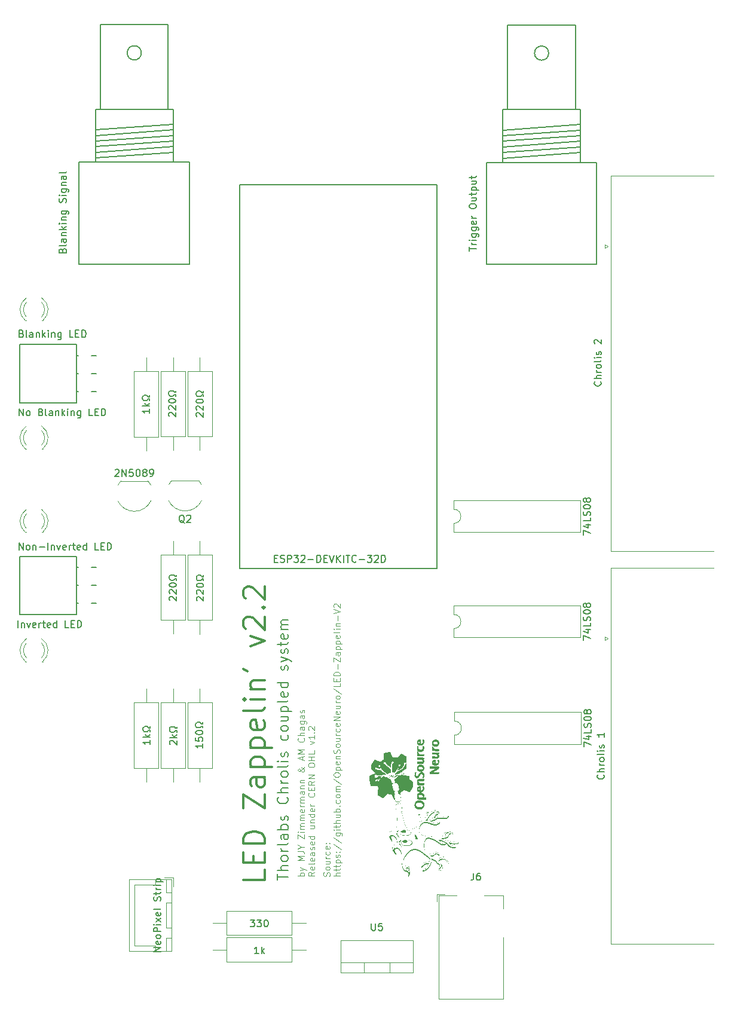
<source format=gbr>
%TF.GenerationSoftware,KiCad,Pcbnew,7.0.8*%
%TF.CreationDate,2023-11-11T13:28:02+01:00*%
%TF.ProjectId,LED-Zappelin-V2-Chrolis,4c45442d-5a61-4707-9065-6c696e2d5632,rev?*%
%TF.SameCoordinates,Original*%
%TF.FileFunction,Legend,Top*%
%TF.FilePolarity,Positive*%
%FSLAX46Y46*%
G04 Gerber Fmt 4.6, Leading zero omitted, Abs format (unit mm)*
G04 Created by KiCad (PCBNEW 7.0.8) date 2023-11-11 13:28:02*
%MOMM*%
%LPD*%
G01*
G04 APERTURE LIST*
%ADD10C,0.100000*%
%ADD11C,0.300000*%
%ADD12C,0.200000*%
%ADD13C,0.150000*%
%ADD14C,0.120000*%
%ADD15C,0.127000*%
G04 APERTURE END LIST*
D10*
X91386657Y-151119925D02*
X90486657Y-151119925D01*
X90829514Y-151119925D02*
X90786657Y-151034211D01*
X90786657Y-151034211D02*
X90786657Y-150862782D01*
X90786657Y-150862782D02*
X90829514Y-150777068D01*
X90829514Y-150777068D02*
X90872371Y-150734211D01*
X90872371Y-150734211D02*
X90958085Y-150691353D01*
X90958085Y-150691353D02*
X91215228Y-150691353D01*
X91215228Y-150691353D02*
X91300942Y-150734211D01*
X91300942Y-150734211D02*
X91343800Y-150777068D01*
X91343800Y-150777068D02*
X91386657Y-150862782D01*
X91386657Y-150862782D02*
X91386657Y-151034211D01*
X91386657Y-151034211D02*
X91343800Y-151119925D01*
X90786657Y-150391353D02*
X91386657Y-150177067D01*
X90786657Y-149962782D02*
X91386657Y-150177067D01*
X91386657Y-150177067D02*
X91600942Y-150262782D01*
X91600942Y-150262782D02*
X91643800Y-150305639D01*
X91643800Y-150305639D02*
X91686657Y-150391353D01*
X91386657Y-148934211D02*
X90486657Y-148934211D01*
X90486657Y-148934211D02*
X91129514Y-148634211D01*
X91129514Y-148634211D02*
X90486657Y-148334211D01*
X90486657Y-148334211D02*
X91386657Y-148334211D01*
X90486657Y-147648497D02*
X91129514Y-147648497D01*
X91129514Y-147648497D02*
X91258085Y-147691354D01*
X91258085Y-147691354D02*
X91343800Y-147777068D01*
X91343800Y-147777068D02*
X91386657Y-147905640D01*
X91386657Y-147905640D02*
X91386657Y-147991354D01*
X90958085Y-147048497D02*
X91386657Y-147048497D01*
X90486657Y-147348497D02*
X90958085Y-147048497D01*
X90958085Y-147048497D02*
X90486657Y-146748497D01*
X90486657Y-145848497D02*
X90486657Y-145248497D01*
X90486657Y-145248497D02*
X91386657Y-145848497D01*
X91386657Y-145848497D02*
X91386657Y-145248497D01*
X91386657Y-144905640D02*
X90786657Y-144905640D01*
X90486657Y-144905640D02*
X90529514Y-144948497D01*
X90529514Y-144948497D02*
X90572371Y-144905640D01*
X90572371Y-144905640D02*
X90529514Y-144862783D01*
X90529514Y-144862783D02*
X90486657Y-144905640D01*
X90486657Y-144905640D02*
X90572371Y-144905640D01*
X91386657Y-144477069D02*
X90786657Y-144477069D01*
X90872371Y-144477069D02*
X90829514Y-144434212D01*
X90829514Y-144434212D02*
X90786657Y-144348497D01*
X90786657Y-144348497D02*
X90786657Y-144219926D01*
X90786657Y-144219926D02*
X90829514Y-144134212D01*
X90829514Y-144134212D02*
X90915228Y-144091355D01*
X90915228Y-144091355D02*
X91386657Y-144091355D01*
X90915228Y-144091355D02*
X90829514Y-144048497D01*
X90829514Y-144048497D02*
X90786657Y-143962783D01*
X90786657Y-143962783D02*
X90786657Y-143834212D01*
X90786657Y-143834212D02*
X90829514Y-143748497D01*
X90829514Y-143748497D02*
X90915228Y-143705640D01*
X90915228Y-143705640D02*
X91386657Y-143705640D01*
X91386657Y-143277069D02*
X90786657Y-143277069D01*
X90872371Y-143277069D02*
X90829514Y-143234212D01*
X90829514Y-143234212D02*
X90786657Y-143148497D01*
X90786657Y-143148497D02*
X90786657Y-143019926D01*
X90786657Y-143019926D02*
X90829514Y-142934212D01*
X90829514Y-142934212D02*
X90915228Y-142891355D01*
X90915228Y-142891355D02*
X91386657Y-142891355D01*
X90915228Y-142891355D02*
X90829514Y-142848497D01*
X90829514Y-142848497D02*
X90786657Y-142762783D01*
X90786657Y-142762783D02*
X90786657Y-142634212D01*
X90786657Y-142634212D02*
X90829514Y-142548497D01*
X90829514Y-142548497D02*
X90915228Y-142505640D01*
X90915228Y-142505640D02*
X91386657Y-142505640D01*
X91343800Y-141734212D02*
X91386657Y-141819926D01*
X91386657Y-141819926D02*
X91386657Y-141991355D01*
X91386657Y-141991355D02*
X91343800Y-142077069D01*
X91343800Y-142077069D02*
X91258085Y-142119926D01*
X91258085Y-142119926D02*
X90915228Y-142119926D01*
X90915228Y-142119926D02*
X90829514Y-142077069D01*
X90829514Y-142077069D02*
X90786657Y-141991355D01*
X90786657Y-141991355D02*
X90786657Y-141819926D01*
X90786657Y-141819926D02*
X90829514Y-141734212D01*
X90829514Y-141734212D02*
X90915228Y-141691355D01*
X90915228Y-141691355D02*
X91000942Y-141691355D01*
X91000942Y-141691355D02*
X91086657Y-142119926D01*
X91386657Y-141305640D02*
X90786657Y-141305640D01*
X90958085Y-141305640D02*
X90872371Y-141262783D01*
X90872371Y-141262783D02*
X90829514Y-141219926D01*
X90829514Y-141219926D02*
X90786657Y-141134211D01*
X90786657Y-141134211D02*
X90786657Y-141048497D01*
X91386657Y-140748497D02*
X90786657Y-140748497D01*
X90872371Y-140748497D02*
X90829514Y-140705640D01*
X90829514Y-140705640D02*
X90786657Y-140619925D01*
X90786657Y-140619925D02*
X90786657Y-140491354D01*
X90786657Y-140491354D02*
X90829514Y-140405640D01*
X90829514Y-140405640D02*
X90915228Y-140362783D01*
X90915228Y-140362783D02*
X91386657Y-140362783D01*
X90915228Y-140362783D02*
X90829514Y-140319925D01*
X90829514Y-140319925D02*
X90786657Y-140234211D01*
X90786657Y-140234211D02*
X90786657Y-140105640D01*
X90786657Y-140105640D02*
X90829514Y-140019925D01*
X90829514Y-140019925D02*
X90915228Y-139977068D01*
X90915228Y-139977068D02*
X91386657Y-139977068D01*
X91386657Y-139162783D02*
X90915228Y-139162783D01*
X90915228Y-139162783D02*
X90829514Y-139205640D01*
X90829514Y-139205640D02*
X90786657Y-139291354D01*
X90786657Y-139291354D02*
X90786657Y-139462783D01*
X90786657Y-139462783D02*
X90829514Y-139548497D01*
X91343800Y-139162783D02*
X91386657Y-139248497D01*
X91386657Y-139248497D02*
X91386657Y-139462783D01*
X91386657Y-139462783D02*
X91343800Y-139548497D01*
X91343800Y-139548497D02*
X91258085Y-139591354D01*
X91258085Y-139591354D02*
X91172371Y-139591354D01*
X91172371Y-139591354D02*
X91086657Y-139548497D01*
X91086657Y-139548497D02*
X91043800Y-139462783D01*
X91043800Y-139462783D02*
X91043800Y-139248497D01*
X91043800Y-139248497D02*
X91000942Y-139162783D01*
X90786657Y-138734211D02*
X91386657Y-138734211D01*
X90872371Y-138734211D02*
X90829514Y-138691354D01*
X90829514Y-138691354D02*
X90786657Y-138605639D01*
X90786657Y-138605639D02*
X90786657Y-138477068D01*
X90786657Y-138477068D02*
X90829514Y-138391354D01*
X90829514Y-138391354D02*
X90915228Y-138348497D01*
X90915228Y-138348497D02*
X91386657Y-138348497D01*
X90786657Y-137919925D02*
X91386657Y-137919925D01*
X90872371Y-137919925D02*
X90829514Y-137877068D01*
X90829514Y-137877068D02*
X90786657Y-137791353D01*
X90786657Y-137791353D02*
X90786657Y-137662782D01*
X90786657Y-137662782D02*
X90829514Y-137577068D01*
X90829514Y-137577068D02*
X90915228Y-137534211D01*
X90915228Y-137534211D02*
X91386657Y-137534211D01*
X91386657Y-135691353D02*
X91386657Y-135734211D01*
X91386657Y-135734211D02*
X91343800Y-135819925D01*
X91343800Y-135819925D02*
X91215228Y-135948496D01*
X91215228Y-135948496D02*
X90958085Y-136162782D01*
X90958085Y-136162782D02*
X90829514Y-136248496D01*
X90829514Y-136248496D02*
X90700942Y-136291353D01*
X90700942Y-136291353D02*
X90615228Y-136291353D01*
X90615228Y-136291353D02*
X90529514Y-136248496D01*
X90529514Y-136248496D02*
X90486657Y-136162782D01*
X90486657Y-136162782D02*
X90486657Y-136119925D01*
X90486657Y-136119925D02*
X90529514Y-136034211D01*
X90529514Y-136034211D02*
X90615228Y-135991353D01*
X90615228Y-135991353D02*
X90658085Y-135991353D01*
X90658085Y-135991353D02*
X90743800Y-136034211D01*
X90743800Y-136034211D02*
X90786657Y-136077068D01*
X90786657Y-136077068D02*
X90958085Y-136334211D01*
X90958085Y-136334211D02*
X91000942Y-136377068D01*
X91000942Y-136377068D02*
X91086657Y-136419925D01*
X91086657Y-136419925D02*
X91215228Y-136419925D01*
X91215228Y-136419925D02*
X91300942Y-136377068D01*
X91300942Y-136377068D02*
X91343800Y-136334211D01*
X91343800Y-136334211D02*
X91386657Y-136248496D01*
X91386657Y-136248496D02*
X91386657Y-136119925D01*
X91386657Y-136119925D02*
X91343800Y-136034211D01*
X91343800Y-136034211D02*
X91300942Y-135991353D01*
X91300942Y-135991353D02*
X91129514Y-135862782D01*
X91129514Y-135862782D02*
X91000942Y-135819925D01*
X91000942Y-135819925D02*
X90915228Y-135819925D01*
X91129514Y-134662782D02*
X91129514Y-134234211D01*
X91386657Y-134748496D02*
X90486657Y-134448496D01*
X90486657Y-134448496D02*
X91386657Y-134148496D01*
X91386657Y-133848496D02*
X90486657Y-133848496D01*
X90486657Y-133848496D02*
X91129514Y-133548496D01*
X91129514Y-133548496D02*
X90486657Y-133248496D01*
X90486657Y-133248496D02*
X91386657Y-133248496D01*
X91300942Y-131619925D02*
X91343800Y-131662782D01*
X91343800Y-131662782D02*
X91386657Y-131791354D01*
X91386657Y-131791354D02*
X91386657Y-131877068D01*
X91386657Y-131877068D02*
X91343800Y-132005639D01*
X91343800Y-132005639D02*
X91258085Y-132091354D01*
X91258085Y-132091354D02*
X91172371Y-132134211D01*
X91172371Y-132134211D02*
X91000942Y-132177068D01*
X91000942Y-132177068D02*
X90872371Y-132177068D01*
X90872371Y-132177068D02*
X90700942Y-132134211D01*
X90700942Y-132134211D02*
X90615228Y-132091354D01*
X90615228Y-132091354D02*
X90529514Y-132005639D01*
X90529514Y-132005639D02*
X90486657Y-131877068D01*
X90486657Y-131877068D02*
X90486657Y-131791354D01*
X90486657Y-131791354D02*
X90529514Y-131662782D01*
X90529514Y-131662782D02*
X90572371Y-131619925D01*
X91386657Y-131234211D02*
X90486657Y-131234211D01*
X91386657Y-130848497D02*
X90915228Y-130848497D01*
X90915228Y-130848497D02*
X90829514Y-130891354D01*
X90829514Y-130891354D02*
X90786657Y-130977068D01*
X90786657Y-130977068D02*
X90786657Y-131105639D01*
X90786657Y-131105639D02*
X90829514Y-131191354D01*
X90829514Y-131191354D02*
X90872371Y-131234211D01*
X91386657Y-130034211D02*
X90915228Y-130034211D01*
X90915228Y-130034211D02*
X90829514Y-130077068D01*
X90829514Y-130077068D02*
X90786657Y-130162782D01*
X90786657Y-130162782D02*
X90786657Y-130334211D01*
X90786657Y-130334211D02*
X90829514Y-130419925D01*
X91343800Y-130034211D02*
X91386657Y-130119925D01*
X91386657Y-130119925D02*
X91386657Y-130334211D01*
X91386657Y-130334211D02*
X91343800Y-130419925D01*
X91343800Y-130419925D02*
X91258085Y-130462782D01*
X91258085Y-130462782D02*
X91172371Y-130462782D01*
X91172371Y-130462782D02*
X91086657Y-130419925D01*
X91086657Y-130419925D02*
X91043800Y-130334211D01*
X91043800Y-130334211D02*
X91043800Y-130119925D01*
X91043800Y-130119925D02*
X91000942Y-130034211D01*
X90786657Y-129219925D02*
X91515228Y-129219925D01*
X91515228Y-129219925D02*
X91600942Y-129262782D01*
X91600942Y-129262782D02*
X91643800Y-129305639D01*
X91643800Y-129305639D02*
X91686657Y-129391353D01*
X91686657Y-129391353D02*
X91686657Y-129519925D01*
X91686657Y-129519925D02*
X91643800Y-129605639D01*
X91343800Y-129219925D02*
X91386657Y-129305639D01*
X91386657Y-129305639D02*
X91386657Y-129477067D01*
X91386657Y-129477067D02*
X91343800Y-129562782D01*
X91343800Y-129562782D02*
X91300942Y-129605639D01*
X91300942Y-129605639D02*
X91215228Y-129648496D01*
X91215228Y-129648496D02*
X90958085Y-129648496D01*
X90958085Y-129648496D02*
X90872371Y-129605639D01*
X90872371Y-129605639D02*
X90829514Y-129562782D01*
X90829514Y-129562782D02*
X90786657Y-129477067D01*
X90786657Y-129477067D02*
X90786657Y-129305639D01*
X90786657Y-129305639D02*
X90829514Y-129219925D01*
X91386657Y-128405639D02*
X90915228Y-128405639D01*
X90915228Y-128405639D02*
X90829514Y-128448496D01*
X90829514Y-128448496D02*
X90786657Y-128534210D01*
X90786657Y-128534210D02*
X90786657Y-128705639D01*
X90786657Y-128705639D02*
X90829514Y-128791353D01*
X91343800Y-128405639D02*
X91386657Y-128491353D01*
X91386657Y-128491353D02*
X91386657Y-128705639D01*
X91386657Y-128705639D02*
X91343800Y-128791353D01*
X91343800Y-128791353D02*
X91258085Y-128834210D01*
X91258085Y-128834210D02*
X91172371Y-128834210D01*
X91172371Y-128834210D02*
X91086657Y-128791353D01*
X91086657Y-128791353D02*
X91043800Y-128705639D01*
X91043800Y-128705639D02*
X91043800Y-128491353D01*
X91043800Y-128491353D02*
X91000942Y-128405639D01*
X91343800Y-128019924D02*
X91386657Y-127934210D01*
X91386657Y-127934210D02*
X91386657Y-127762781D01*
X91386657Y-127762781D02*
X91343800Y-127677067D01*
X91343800Y-127677067D02*
X91258085Y-127634210D01*
X91258085Y-127634210D02*
X91215228Y-127634210D01*
X91215228Y-127634210D02*
X91129514Y-127677067D01*
X91129514Y-127677067D02*
X91086657Y-127762781D01*
X91086657Y-127762781D02*
X91086657Y-127891353D01*
X91086657Y-127891353D02*
X91043800Y-127977067D01*
X91043800Y-127977067D02*
X90958085Y-128019924D01*
X90958085Y-128019924D02*
X90915228Y-128019924D01*
X90915228Y-128019924D02*
X90829514Y-127977067D01*
X90829514Y-127977067D02*
X90786657Y-127891353D01*
X90786657Y-127891353D02*
X90786657Y-127762781D01*
X90786657Y-127762781D02*
X90829514Y-127677067D01*
X92835657Y-150605639D02*
X92407085Y-150905639D01*
X92835657Y-151119925D02*
X91935657Y-151119925D01*
X91935657Y-151119925D02*
X91935657Y-150777068D01*
X91935657Y-150777068D02*
X91978514Y-150691353D01*
X91978514Y-150691353D02*
X92021371Y-150648496D01*
X92021371Y-150648496D02*
X92107085Y-150605639D01*
X92107085Y-150605639D02*
X92235657Y-150605639D01*
X92235657Y-150605639D02*
X92321371Y-150648496D01*
X92321371Y-150648496D02*
X92364228Y-150691353D01*
X92364228Y-150691353D02*
X92407085Y-150777068D01*
X92407085Y-150777068D02*
X92407085Y-151119925D01*
X92792800Y-149877068D02*
X92835657Y-149962782D01*
X92835657Y-149962782D02*
X92835657Y-150134211D01*
X92835657Y-150134211D02*
X92792800Y-150219925D01*
X92792800Y-150219925D02*
X92707085Y-150262782D01*
X92707085Y-150262782D02*
X92364228Y-150262782D01*
X92364228Y-150262782D02*
X92278514Y-150219925D01*
X92278514Y-150219925D02*
X92235657Y-150134211D01*
X92235657Y-150134211D02*
X92235657Y-149962782D01*
X92235657Y-149962782D02*
X92278514Y-149877068D01*
X92278514Y-149877068D02*
X92364228Y-149834211D01*
X92364228Y-149834211D02*
X92449942Y-149834211D01*
X92449942Y-149834211D02*
X92535657Y-150262782D01*
X92835657Y-149319924D02*
X92792800Y-149405639D01*
X92792800Y-149405639D02*
X92707085Y-149448496D01*
X92707085Y-149448496D02*
X91935657Y-149448496D01*
X92792800Y-148634210D02*
X92835657Y-148719924D01*
X92835657Y-148719924D02*
X92835657Y-148891353D01*
X92835657Y-148891353D02*
X92792800Y-148977067D01*
X92792800Y-148977067D02*
X92707085Y-149019924D01*
X92707085Y-149019924D02*
X92364228Y-149019924D01*
X92364228Y-149019924D02*
X92278514Y-148977067D01*
X92278514Y-148977067D02*
X92235657Y-148891353D01*
X92235657Y-148891353D02*
X92235657Y-148719924D01*
X92235657Y-148719924D02*
X92278514Y-148634210D01*
X92278514Y-148634210D02*
X92364228Y-148591353D01*
X92364228Y-148591353D02*
X92449942Y-148591353D01*
X92449942Y-148591353D02*
X92535657Y-149019924D01*
X92835657Y-147819924D02*
X92364228Y-147819924D01*
X92364228Y-147819924D02*
X92278514Y-147862781D01*
X92278514Y-147862781D02*
X92235657Y-147948495D01*
X92235657Y-147948495D02*
X92235657Y-148119924D01*
X92235657Y-148119924D02*
X92278514Y-148205638D01*
X92792800Y-147819924D02*
X92835657Y-147905638D01*
X92835657Y-147905638D02*
X92835657Y-148119924D01*
X92835657Y-148119924D02*
X92792800Y-148205638D01*
X92792800Y-148205638D02*
X92707085Y-148248495D01*
X92707085Y-148248495D02*
X92621371Y-148248495D01*
X92621371Y-148248495D02*
X92535657Y-148205638D01*
X92535657Y-148205638D02*
X92492800Y-148119924D01*
X92492800Y-148119924D02*
X92492800Y-147905638D01*
X92492800Y-147905638D02*
X92449942Y-147819924D01*
X92792800Y-147434209D02*
X92835657Y-147348495D01*
X92835657Y-147348495D02*
X92835657Y-147177066D01*
X92835657Y-147177066D02*
X92792800Y-147091352D01*
X92792800Y-147091352D02*
X92707085Y-147048495D01*
X92707085Y-147048495D02*
X92664228Y-147048495D01*
X92664228Y-147048495D02*
X92578514Y-147091352D01*
X92578514Y-147091352D02*
X92535657Y-147177066D01*
X92535657Y-147177066D02*
X92535657Y-147305638D01*
X92535657Y-147305638D02*
X92492800Y-147391352D01*
X92492800Y-147391352D02*
X92407085Y-147434209D01*
X92407085Y-147434209D02*
X92364228Y-147434209D01*
X92364228Y-147434209D02*
X92278514Y-147391352D01*
X92278514Y-147391352D02*
X92235657Y-147305638D01*
X92235657Y-147305638D02*
X92235657Y-147177066D01*
X92235657Y-147177066D02*
X92278514Y-147091352D01*
X92792800Y-146319924D02*
X92835657Y-146405638D01*
X92835657Y-146405638D02*
X92835657Y-146577067D01*
X92835657Y-146577067D02*
X92792800Y-146662781D01*
X92792800Y-146662781D02*
X92707085Y-146705638D01*
X92707085Y-146705638D02*
X92364228Y-146705638D01*
X92364228Y-146705638D02*
X92278514Y-146662781D01*
X92278514Y-146662781D02*
X92235657Y-146577067D01*
X92235657Y-146577067D02*
X92235657Y-146405638D01*
X92235657Y-146405638D02*
X92278514Y-146319924D01*
X92278514Y-146319924D02*
X92364228Y-146277067D01*
X92364228Y-146277067D02*
X92449942Y-146277067D01*
X92449942Y-146277067D02*
X92535657Y-146705638D01*
X92835657Y-145505638D02*
X91935657Y-145505638D01*
X92792800Y-145505638D02*
X92835657Y-145591352D01*
X92835657Y-145591352D02*
X92835657Y-145762780D01*
X92835657Y-145762780D02*
X92792800Y-145848495D01*
X92792800Y-145848495D02*
X92749942Y-145891352D01*
X92749942Y-145891352D02*
X92664228Y-145934209D01*
X92664228Y-145934209D02*
X92407085Y-145934209D01*
X92407085Y-145934209D02*
X92321371Y-145891352D01*
X92321371Y-145891352D02*
X92278514Y-145848495D01*
X92278514Y-145848495D02*
X92235657Y-145762780D01*
X92235657Y-145762780D02*
X92235657Y-145591352D01*
X92235657Y-145591352D02*
X92278514Y-145505638D01*
X92235657Y-144005638D02*
X92835657Y-144005638D01*
X92235657Y-144391352D02*
X92707085Y-144391352D01*
X92707085Y-144391352D02*
X92792800Y-144348495D01*
X92792800Y-144348495D02*
X92835657Y-144262780D01*
X92835657Y-144262780D02*
X92835657Y-144134209D01*
X92835657Y-144134209D02*
X92792800Y-144048495D01*
X92792800Y-144048495D02*
X92749942Y-144005638D01*
X92235657Y-143577066D02*
X92835657Y-143577066D01*
X92321371Y-143577066D02*
X92278514Y-143534209D01*
X92278514Y-143534209D02*
X92235657Y-143448494D01*
X92235657Y-143448494D02*
X92235657Y-143319923D01*
X92235657Y-143319923D02*
X92278514Y-143234209D01*
X92278514Y-143234209D02*
X92364228Y-143191352D01*
X92364228Y-143191352D02*
X92835657Y-143191352D01*
X92835657Y-142377066D02*
X91935657Y-142377066D01*
X92792800Y-142377066D02*
X92835657Y-142462780D01*
X92835657Y-142462780D02*
X92835657Y-142634208D01*
X92835657Y-142634208D02*
X92792800Y-142719923D01*
X92792800Y-142719923D02*
X92749942Y-142762780D01*
X92749942Y-142762780D02*
X92664228Y-142805637D01*
X92664228Y-142805637D02*
X92407085Y-142805637D01*
X92407085Y-142805637D02*
X92321371Y-142762780D01*
X92321371Y-142762780D02*
X92278514Y-142719923D01*
X92278514Y-142719923D02*
X92235657Y-142634208D01*
X92235657Y-142634208D02*
X92235657Y-142462780D01*
X92235657Y-142462780D02*
X92278514Y-142377066D01*
X92792800Y-141605637D02*
X92835657Y-141691351D01*
X92835657Y-141691351D02*
X92835657Y-141862780D01*
X92835657Y-141862780D02*
X92792800Y-141948494D01*
X92792800Y-141948494D02*
X92707085Y-141991351D01*
X92707085Y-141991351D02*
X92364228Y-141991351D01*
X92364228Y-141991351D02*
X92278514Y-141948494D01*
X92278514Y-141948494D02*
X92235657Y-141862780D01*
X92235657Y-141862780D02*
X92235657Y-141691351D01*
X92235657Y-141691351D02*
X92278514Y-141605637D01*
X92278514Y-141605637D02*
X92364228Y-141562780D01*
X92364228Y-141562780D02*
X92449942Y-141562780D01*
X92449942Y-141562780D02*
X92535657Y-141991351D01*
X92835657Y-141177065D02*
X92235657Y-141177065D01*
X92407085Y-141177065D02*
X92321371Y-141134208D01*
X92321371Y-141134208D02*
X92278514Y-141091351D01*
X92278514Y-141091351D02*
X92235657Y-141005636D01*
X92235657Y-141005636D02*
X92235657Y-140919922D01*
X92749942Y-139419922D02*
X92792800Y-139462779D01*
X92792800Y-139462779D02*
X92835657Y-139591351D01*
X92835657Y-139591351D02*
X92835657Y-139677065D01*
X92835657Y-139677065D02*
X92792800Y-139805636D01*
X92792800Y-139805636D02*
X92707085Y-139891351D01*
X92707085Y-139891351D02*
X92621371Y-139934208D01*
X92621371Y-139934208D02*
X92449942Y-139977065D01*
X92449942Y-139977065D02*
X92321371Y-139977065D01*
X92321371Y-139977065D02*
X92149942Y-139934208D01*
X92149942Y-139934208D02*
X92064228Y-139891351D01*
X92064228Y-139891351D02*
X91978514Y-139805636D01*
X91978514Y-139805636D02*
X91935657Y-139677065D01*
X91935657Y-139677065D02*
X91935657Y-139591351D01*
X91935657Y-139591351D02*
X91978514Y-139462779D01*
X91978514Y-139462779D02*
X92021371Y-139419922D01*
X92364228Y-139034208D02*
X92364228Y-138734208D01*
X92835657Y-138605636D02*
X92835657Y-139034208D01*
X92835657Y-139034208D02*
X91935657Y-139034208D01*
X91935657Y-139034208D02*
X91935657Y-138605636D01*
X92835657Y-137705636D02*
X92407085Y-138005636D01*
X92835657Y-138219922D02*
X91935657Y-138219922D01*
X91935657Y-138219922D02*
X91935657Y-137877065D01*
X91935657Y-137877065D02*
X91978514Y-137791350D01*
X91978514Y-137791350D02*
X92021371Y-137748493D01*
X92021371Y-137748493D02*
X92107085Y-137705636D01*
X92107085Y-137705636D02*
X92235657Y-137705636D01*
X92235657Y-137705636D02*
X92321371Y-137748493D01*
X92321371Y-137748493D02*
X92364228Y-137791350D01*
X92364228Y-137791350D02*
X92407085Y-137877065D01*
X92407085Y-137877065D02*
X92407085Y-138219922D01*
X92835657Y-137319922D02*
X91935657Y-137319922D01*
X91935657Y-137319922D02*
X92835657Y-136805636D01*
X92835657Y-136805636D02*
X91935657Y-136805636D01*
X91935657Y-135519922D02*
X91935657Y-135348494D01*
X91935657Y-135348494D02*
X91978514Y-135262779D01*
X91978514Y-135262779D02*
X92064228Y-135177065D01*
X92064228Y-135177065D02*
X92235657Y-135134208D01*
X92235657Y-135134208D02*
X92535657Y-135134208D01*
X92535657Y-135134208D02*
X92707085Y-135177065D01*
X92707085Y-135177065D02*
X92792800Y-135262779D01*
X92792800Y-135262779D02*
X92835657Y-135348494D01*
X92835657Y-135348494D02*
X92835657Y-135519922D01*
X92835657Y-135519922D02*
X92792800Y-135605637D01*
X92792800Y-135605637D02*
X92707085Y-135691351D01*
X92707085Y-135691351D02*
X92535657Y-135734208D01*
X92535657Y-135734208D02*
X92235657Y-135734208D01*
X92235657Y-135734208D02*
X92064228Y-135691351D01*
X92064228Y-135691351D02*
X91978514Y-135605637D01*
X91978514Y-135605637D02*
X91935657Y-135519922D01*
X92835657Y-134748494D02*
X91935657Y-134748494D01*
X92364228Y-134748494D02*
X92364228Y-134234208D01*
X92835657Y-134234208D02*
X91935657Y-134234208D01*
X92835657Y-133377065D02*
X92835657Y-133805637D01*
X92835657Y-133805637D02*
X91935657Y-133805637D01*
X92235657Y-132477066D02*
X92835657Y-132262780D01*
X92835657Y-132262780D02*
X92235657Y-132048495D01*
X92835657Y-131234209D02*
X92835657Y-131748495D01*
X92835657Y-131491352D02*
X91935657Y-131491352D01*
X91935657Y-131491352D02*
X92064228Y-131577066D01*
X92064228Y-131577066D02*
X92149942Y-131662781D01*
X92149942Y-131662781D02*
X92192800Y-131748495D01*
X92749942Y-130848495D02*
X92792800Y-130805638D01*
X92792800Y-130805638D02*
X92835657Y-130848495D01*
X92835657Y-130848495D02*
X92792800Y-130891352D01*
X92792800Y-130891352D02*
X92749942Y-130848495D01*
X92749942Y-130848495D02*
X92835657Y-130848495D01*
X92021371Y-130462781D02*
X91978514Y-130419924D01*
X91978514Y-130419924D02*
X91935657Y-130334210D01*
X91935657Y-130334210D02*
X91935657Y-130119924D01*
X91935657Y-130119924D02*
X91978514Y-130034210D01*
X91978514Y-130034210D02*
X92021371Y-129991352D01*
X92021371Y-129991352D02*
X92107085Y-129948495D01*
X92107085Y-129948495D02*
X92192800Y-129948495D01*
X92192800Y-129948495D02*
X92321371Y-129991352D01*
X92321371Y-129991352D02*
X92835657Y-130505638D01*
X92835657Y-130505638D02*
X92835657Y-129948495D01*
X94943800Y-151162782D02*
X94986657Y-151034211D01*
X94986657Y-151034211D02*
X94986657Y-150819925D01*
X94986657Y-150819925D02*
X94943800Y-150734211D01*
X94943800Y-150734211D02*
X94900942Y-150691353D01*
X94900942Y-150691353D02*
X94815228Y-150648496D01*
X94815228Y-150648496D02*
X94729514Y-150648496D01*
X94729514Y-150648496D02*
X94643800Y-150691353D01*
X94643800Y-150691353D02*
X94600942Y-150734211D01*
X94600942Y-150734211D02*
X94558085Y-150819925D01*
X94558085Y-150819925D02*
X94515228Y-150991353D01*
X94515228Y-150991353D02*
X94472371Y-151077068D01*
X94472371Y-151077068D02*
X94429514Y-151119925D01*
X94429514Y-151119925D02*
X94343800Y-151162782D01*
X94343800Y-151162782D02*
X94258085Y-151162782D01*
X94258085Y-151162782D02*
X94172371Y-151119925D01*
X94172371Y-151119925D02*
X94129514Y-151077068D01*
X94129514Y-151077068D02*
X94086657Y-150991353D01*
X94086657Y-150991353D02*
X94086657Y-150777068D01*
X94086657Y-150777068D02*
X94129514Y-150648496D01*
X94986657Y-150134210D02*
X94943800Y-150219925D01*
X94943800Y-150219925D02*
X94900942Y-150262782D01*
X94900942Y-150262782D02*
X94815228Y-150305639D01*
X94815228Y-150305639D02*
X94558085Y-150305639D01*
X94558085Y-150305639D02*
X94472371Y-150262782D01*
X94472371Y-150262782D02*
X94429514Y-150219925D01*
X94429514Y-150219925D02*
X94386657Y-150134210D01*
X94386657Y-150134210D02*
X94386657Y-150005639D01*
X94386657Y-150005639D02*
X94429514Y-149919925D01*
X94429514Y-149919925D02*
X94472371Y-149877068D01*
X94472371Y-149877068D02*
X94558085Y-149834210D01*
X94558085Y-149834210D02*
X94815228Y-149834210D01*
X94815228Y-149834210D02*
X94900942Y-149877068D01*
X94900942Y-149877068D02*
X94943800Y-149919925D01*
X94943800Y-149919925D02*
X94986657Y-150005639D01*
X94986657Y-150005639D02*
X94986657Y-150134210D01*
X94386657Y-149062782D02*
X94986657Y-149062782D01*
X94386657Y-149448496D02*
X94858085Y-149448496D01*
X94858085Y-149448496D02*
X94943800Y-149405639D01*
X94943800Y-149405639D02*
X94986657Y-149319924D01*
X94986657Y-149319924D02*
X94986657Y-149191353D01*
X94986657Y-149191353D02*
X94943800Y-149105639D01*
X94943800Y-149105639D02*
X94900942Y-149062782D01*
X94986657Y-148634210D02*
X94386657Y-148634210D01*
X94558085Y-148634210D02*
X94472371Y-148591353D01*
X94472371Y-148591353D02*
X94429514Y-148548496D01*
X94429514Y-148548496D02*
X94386657Y-148462781D01*
X94386657Y-148462781D02*
X94386657Y-148377067D01*
X94943800Y-147691353D02*
X94986657Y-147777067D01*
X94986657Y-147777067D02*
X94986657Y-147948495D01*
X94986657Y-147948495D02*
X94943800Y-148034210D01*
X94943800Y-148034210D02*
X94900942Y-148077067D01*
X94900942Y-148077067D02*
X94815228Y-148119924D01*
X94815228Y-148119924D02*
X94558085Y-148119924D01*
X94558085Y-148119924D02*
X94472371Y-148077067D01*
X94472371Y-148077067D02*
X94429514Y-148034210D01*
X94429514Y-148034210D02*
X94386657Y-147948495D01*
X94386657Y-147948495D02*
X94386657Y-147777067D01*
X94386657Y-147777067D02*
X94429514Y-147691353D01*
X94943800Y-146962781D02*
X94986657Y-147048495D01*
X94986657Y-147048495D02*
X94986657Y-147219924D01*
X94986657Y-147219924D02*
X94943800Y-147305638D01*
X94943800Y-147305638D02*
X94858085Y-147348495D01*
X94858085Y-147348495D02*
X94515228Y-147348495D01*
X94515228Y-147348495D02*
X94429514Y-147305638D01*
X94429514Y-147305638D02*
X94386657Y-147219924D01*
X94386657Y-147219924D02*
X94386657Y-147048495D01*
X94386657Y-147048495D02*
X94429514Y-146962781D01*
X94429514Y-146962781D02*
X94515228Y-146919924D01*
X94515228Y-146919924D02*
X94600942Y-146919924D01*
X94600942Y-146919924D02*
X94686657Y-147348495D01*
X94900942Y-146534209D02*
X94943800Y-146491352D01*
X94943800Y-146491352D02*
X94986657Y-146534209D01*
X94986657Y-146534209D02*
X94943800Y-146577066D01*
X94943800Y-146577066D02*
X94900942Y-146534209D01*
X94900942Y-146534209D02*
X94986657Y-146534209D01*
X94429514Y-146534209D02*
X94472371Y-146491352D01*
X94472371Y-146491352D02*
X94515228Y-146534209D01*
X94515228Y-146534209D02*
X94472371Y-146577066D01*
X94472371Y-146577066D02*
X94429514Y-146534209D01*
X94429514Y-146534209D02*
X94515228Y-146534209D01*
X96435657Y-151119925D02*
X95535657Y-151119925D01*
X96435657Y-150734211D02*
X95964228Y-150734211D01*
X95964228Y-150734211D02*
X95878514Y-150777068D01*
X95878514Y-150777068D02*
X95835657Y-150862782D01*
X95835657Y-150862782D02*
X95835657Y-150991353D01*
X95835657Y-150991353D02*
X95878514Y-151077068D01*
X95878514Y-151077068D02*
X95921371Y-151119925D01*
X95835657Y-150434210D02*
X95835657Y-150091353D01*
X95535657Y-150305639D02*
X96307085Y-150305639D01*
X96307085Y-150305639D02*
X96392800Y-150262782D01*
X96392800Y-150262782D02*
X96435657Y-150177067D01*
X96435657Y-150177067D02*
X96435657Y-150091353D01*
X95835657Y-149919924D02*
X95835657Y-149577067D01*
X95535657Y-149791353D02*
X96307085Y-149791353D01*
X96307085Y-149791353D02*
X96392800Y-149748496D01*
X96392800Y-149748496D02*
X96435657Y-149662781D01*
X96435657Y-149662781D02*
X96435657Y-149577067D01*
X95835657Y-149277067D02*
X96735657Y-149277067D01*
X95878514Y-149277067D02*
X95835657Y-149191353D01*
X95835657Y-149191353D02*
X95835657Y-149019924D01*
X95835657Y-149019924D02*
X95878514Y-148934210D01*
X95878514Y-148934210D02*
X95921371Y-148891353D01*
X95921371Y-148891353D02*
X96007085Y-148848495D01*
X96007085Y-148848495D02*
X96264228Y-148848495D01*
X96264228Y-148848495D02*
X96349942Y-148891353D01*
X96349942Y-148891353D02*
X96392800Y-148934210D01*
X96392800Y-148934210D02*
X96435657Y-149019924D01*
X96435657Y-149019924D02*
X96435657Y-149191353D01*
X96435657Y-149191353D02*
X96392800Y-149277067D01*
X96392800Y-148505638D02*
X96435657Y-148419924D01*
X96435657Y-148419924D02*
X96435657Y-148248495D01*
X96435657Y-148248495D02*
X96392800Y-148162781D01*
X96392800Y-148162781D02*
X96307085Y-148119924D01*
X96307085Y-148119924D02*
X96264228Y-148119924D01*
X96264228Y-148119924D02*
X96178514Y-148162781D01*
X96178514Y-148162781D02*
X96135657Y-148248495D01*
X96135657Y-148248495D02*
X96135657Y-148377067D01*
X96135657Y-148377067D02*
X96092800Y-148462781D01*
X96092800Y-148462781D02*
X96007085Y-148505638D01*
X96007085Y-148505638D02*
X95964228Y-148505638D01*
X95964228Y-148505638D02*
X95878514Y-148462781D01*
X95878514Y-148462781D02*
X95835657Y-148377067D01*
X95835657Y-148377067D02*
X95835657Y-148248495D01*
X95835657Y-148248495D02*
X95878514Y-148162781D01*
X96349942Y-147734210D02*
X96392800Y-147691353D01*
X96392800Y-147691353D02*
X96435657Y-147734210D01*
X96435657Y-147734210D02*
X96392800Y-147777067D01*
X96392800Y-147777067D02*
X96349942Y-147734210D01*
X96349942Y-147734210D02*
X96435657Y-147734210D01*
X95878514Y-147734210D02*
X95921371Y-147691353D01*
X95921371Y-147691353D02*
X95964228Y-147734210D01*
X95964228Y-147734210D02*
X95921371Y-147777067D01*
X95921371Y-147777067D02*
X95878514Y-147734210D01*
X95878514Y-147734210D02*
X95964228Y-147734210D01*
X95492800Y-146662782D02*
X96649942Y-147434210D01*
X95492800Y-145719925D02*
X96649942Y-146491353D01*
X95835657Y-145034211D02*
X96564228Y-145034211D01*
X96564228Y-145034211D02*
X96649942Y-145077068D01*
X96649942Y-145077068D02*
X96692800Y-145119925D01*
X96692800Y-145119925D02*
X96735657Y-145205639D01*
X96735657Y-145205639D02*
X96735657Y-145334211D01*
X96735657Y-145334211D02*
X96692800Y-145419925D01*
X96392800Y-145034211D02*
X96435657Y-145119925D01*
X96435657Y-145119925D02*
X96435657Y-145291353D01*
X96435657Y-145291353D02*
X96392800Y-145377068D01*
X96392800Y-145377068D02*
X96349942Y-145419925D01*
X96349942Y-145419925D02*
X96264228Y-145462782D01*
X96264228Y-145462782D02*
X96007085Y-145462782D01*
X96007085Y-145462782D02*
X95921371Y-145419925D01*
X95921371Y-145419925D02*
X95878514Y-145377068D01*
X95878514Y-145377068D02*
X95835657Y-145291353D01*
X95835657Y-145291353D02*
X95835657Y-145119925D01*
X95835657Y-145119925D02*
X95878514Y-145034211D01*
X96435657Y-144605639D02*
X95835657Y-144605639D01*
X95535657Y-144605639D02*
X95578514Y-144648496D01*
X95578514Y-144648496D02*
X95621371Y-144605639D01*
X95621371Y-144605639D02*
X95578514Y-144562782D01*
X95578514Y-144562782D02*
X95535657Y-144605639D01*
X95535657Y-144605639D02*
X95621371Y-144605639D01*
X95835657Y-144305639D02*
X95835657Y-143962782D01*
X95535657Y-144177068D02*
X96307085Y-144177068D01*
X96307085Y-144177068D02*
X96392800Y-144134211D01*
X96392800Y-144134211D02*
X96435657Y-144048496D01*
X96435657Y-144048496D02*
X96435657Y-143962782D01*
X96435657Y-143662782D02*
X95535657Y-143662782D01*
X96435657Y-143277068D02*
X95964228Y-143277068D01*
X95964228Y-143277068D02*
X95878514Y-143319925D01*
X95878514Y-143319925D02*
X95835657Y-143405639D01*
X95835657Y-143405639D02*
X95835657Y-143534210D01*
X95835657Y-143534210D02*
X95878514Y-143619925D01*
X95878514Y-143619925D02*
X95921371Y-143662782D01*
X95835657Y-142462782D02*
X96435657Y-142462782D01*
X95835657Y-142848496D02*
X96307085Y-142848496D01*
X96307085Y-142848496D02*
X96392800Y-142805639D01*
X96392800Y-142805639D02*
X96435657Y-142719924D01*
X96435657Y-142719924D02*
X96435657Y-142591353D01*
X96435657Y-142591353D02*
X96392800Y-142505639D01*
X96392800Y-142505639D02*
X96349942Y-142462782D01*
X96435657Y-142034210D02*
X95535657Y-142034210D01*
X95878514Y-142034210D02*
X95835657Y-141948496D01*
X95835657Y-141948496D02*
X95835657Y-141777067D01*
X95835657Y-141777067D02*
X95878514Y-141691353D01*
X95878514Y-141691353D02*
X95921371Y-141648496D01*
X95921371Y-141648496D02*
X96007085Y-141605638D01*
X96007085Y-141605638D02*
X96264228Y-141605638D01*
X96264228Y-141605638D02*
X96349942Y-141648496D01*
X96349942Y-141648496D02*
X96392800Y-141691353D01*
X96392800Y-141691353D02*
X96435657Y-141777067D01*
X96435657Y-141777067D02*
X96435657Y-141948496D01*
X96435657Y-141948496D02*
X96392800Y-142034210D01*
X96349942Y-141219924D02*
X96392800Y-141177067D01*
X96392800Y-141177067D02*
X96435657Y-141219924D01*
X96435657Y-141219924D02*
X96392800Y-141262781D01*
X96392800Y-141262781D02*
X96349942Y-141219924D01*
X96349942Y-141219924D02*
X96435657Y-141219924D01*
X96392800Y-140405639D02*
X96435657Y-140491353D01*
X96435657Y-140491353D02*
X96435657Y-140662781D01*
X96435657Y-140662781D02*
X96392800Y-140748496D01*
X96392800Y-140748496D02*
X96349942Y-140791353D01*
X96349942Y-140791353D02*
X96264228Y-140834210D01*
X96264228Y-140834210D02*
X96007085Y-140834210D01*
X96007085Y-140834210D02*
X95921371Y-140791353D01*
X95921371Y-140791353D02*
X95878514Y-140748496D01*
X95878514Y-140748496D02*
X95835657Y-140662781D01*
X95835657Y-140662781D02*
X95835657Y-140491353D01*
X95835657Y-140491353D02*
X95878514Y-140405639D01*
X96435657Y-139891352D02*
X96392800Y-139977067D01*
X96392800Y-139977067D02*
X96349942Y-140019924D01*
X96349942Y-140019924D02*
X96264228Y-140062781D01*
X96264228Y-140062781D02*
X96007085Y-140062781D01*
X96007085Y-140062781D02*
X95921371Y-140019924D01*
X95921371Y-140019924D02*
X95878514Y-139977067D01*
X95878514Y-139977067D02*
X95835657Y-139891352D01*
X95835657Y-139891352D02*
X95835657Y-139762781D01*
X95835657Y-139762781D02*
X95878514Y-139677067D01*
X95878514Y-139677067D02*
X95921371Y-139634210D01*
X95921371Y-139634210D02*
X96007085Y-139591352D01*
X96007085Y-139591352D02*
X96264228Y-139591352D01*
X96264228Y-139591352D02*
X96349942Y-139634210D01*
X96349942Y-139634210D02*
X96392800Y-139677067D01*
X96392800Y-139677067D02*
X96435657Y-139762781D01*
X96435657Y-139762781D02*
X96435657Y-139891352D01*
X96435657Y-139205638D02*
X95835657Y-139205638D01*
X95921371Y-139205638D02*
X95878514Y-139162781D01*
X95878514Y-139162781D02*
X95835657Y-139077066D01*
X95835657Y-139077066D02*
X95835657Y-138948495D01*
X95835657Y-138948495D02*
X95878514Y-138862781D01*
X95878514Y-138862781D02*
X95964228Y-138819924D01*
X95964228Y-138819924D02*
X96435657Y-138819924D01*
X95964228Y-138819924D02*
X95878514Y-138777066D01*
X95878514Y-138777066D02*
X95835657Y-138691352D01*
X95835657Y-138691352D02*
X95835657Y-138562781D01*
X95835657Y-138562781D02*
X95878514Y-138477066D01*
X95878514Y-138477066D02*
X95964228Y-138434209D01*
X95964228Y-138434209D02*
X96435657Y-138434209D01*
X95492800Y-137362781D02*
X96649942Y-138134209D01*
X95535657Y-136891352D02*
X95535657Y-136719924D01*
X95535657Y-136719924D02*
X95578514Y-136634209D01*
X95578514Y-136634209D02*
X95664228Y-136548495D01*
X95664228Y-136548495D02*
X95835657Y-136505638D01*
X95835657Y-136505638D02*
X96135657Y-136505638D01*
X96135657Y-136505638D02*
X96307085Y-136548495D01*
X96307085Y-136548495D02*
X96392800Y-136634209D01*
X96392800Y-136634209D02*
X96435657Y-136719924D01*
X96435657Y-136719924D02*
X96435657Y-136891352D01*
X96435657Y-136891352D02*
X96392800Y-136977067D01*
X96392800Y-136977067D02*
X96307085Y-137062781D01*
X96307085Y-137062781D02*
X96135657Y-137105638D01*
X96135657Y-137105638D02*
X95835657Y-137105638D01*
X95835657Y-137105638D02*
X95664228Y-137062781D01*
X95664228Y-137062781D02*
X95578514Y-136977067D01*
X95578514Y-136977067D02*
X95535657Y-136891352D01*
X95835657Y-136119924D02*
X96735657Y-136119924D01*
X95878514Y-136119924D02*
X95835657Y-136034210D01*
X95835657Y-136034210D02*
X95835657Y-135862781D01*
X95835657Y-135862781D02*
X95878514Y-135777067D01*
X95878514Y-135777067D02*
X95921371Y-135734210D01*
X95921371Y-135734210D02*
X96007085Y-135691352D01*
X96007085Y-135691352D02*
X96264228Y-135691352D01*
X96264228Y-135691352D02*
X96349942Y-135734210D01*
X96349942Y-135734210D02*
X96392800Y-135777067D01*
X96392800Y-135777067D02*
X96435657Y-135862781D01*
X96435657Y-135862781D02*
X96435657Y-136034210D01*
X96435657Y-136034210D02*
X96392800Y-136119924D01*
X96392800Y-134962781D02*
X96435657Y-135048495D01*
X96435657Y-135048495D02*
X96435657Y-135219924D01*
X96435657Y-135219924D02*
X96392800Y-135305638D01*
X96392800Y-135305638D02*
X96307085Y-135348495D01*
X96307085Y-135348495D02*
X95964228Y-135348495D01*
X95964228Y-135348495D02*
X95878514Y-135305638D01*
X95878514Y-135305638D02*
X95835657Y-135219924D01*
X95835657Y-135219924D02*
X95835657Y-135048495D01*
X95835657Y-135048495D02*
X95878514Y-134962781D01*
X95878514Y-134962781D02*
X95964228Y-134919924D01*
X95964228Y-134919924D02*
X96049942Y-134919924D01*
X96049942Y-134919924D02*
X96135657Y-135348495D01*
X95835657Y-134534209D02*
X96435657Y-134534209D01*
X95921371Y-134534209D02*
X95878514Y-134491352D01*
X95878514Y-134491352D02*
X95835657Y-134405637D01*
X95835657Y-134405637D02*
X95835657Y-134277066D01*
X95835657Y-134277066D02*
X95878514Y-134191352D01*
X95878514Y-134191352D02*
X95964228Y-134148495D01*
X95964228Y-134148495D02*
X96435657Y-134148495D01*
X96392800Y-133762780D02*
X96435657Y-133634209D01*
X96435657Y-133634209D02*
X96435657Y-133419923D01*
X96435657Y-133419923D02*
X96392800Y-133334209D01*
X96392800Y-133334209D02*
X96349942Y-133291351D01*
X96349942Y-133291351D02*
X96264228Y-133248494D01*
X96264228Y-133248494D02*
X96178514Y-133248494D01*
X96178514Y-133248494D02*
X96092800Y-133291351D01*
X96092800Y-133291351D02*
X96049942Y-133334209D01*
X96049942Y-133334209D02*
X96007085Y-133419923D01*
X96007085Y-133419923D02*
X95964228Y-133591351D01*
X95964228Y-133591351D02*
X95921371Y-133677066D01*
X95921371Y-133677066D02*
X95878514Y-133719923D01*
X95878514Y-133719923D02*
X95792800Y-133762780D01*
X95792800Y-133762780D02*
X95707085Y-133762780D01*
X95707085Y-133762780D02*
X95621371Y-133719923D01*
X95621371Y-133719923D02*
X95578514Y-133677066D01*
X95578514Y-133677066D02*
X95535657Y-133591351D01*
X95535657Y-133591351D02*
X95535657Y-133377066D01*
X95535657Y-133377066D02*
X95578514Y-133248494D01*
X96435657Y-132734208D02*
X96392800Y-132819923D01*
X96392800Y-132819923D02*
X96349942Y-132862780D01*
X96349942Y-132862780D02*
X96264228Y-132905637D01*
X96264228Y-132905637D02*
X96007085Y-132905637D01*
X96007085Y-132905637D02*
X95921371Y-132862780D01*
X95921371Y-132862780D02*
X95878514Y-132819923D01*
X95878514Y-132819923D02*
X95835657Y-132734208D01*
X95835657Y-132734208D02*
X95835657Y-132605637D01*
X95835657Y-132605637D02*
X95878514Y-132519923D01*
X95878514Y-132519923D02*
X95921371Y-132477066D01*
X95921371Y-132477066D02*
X96007085Y-132434208D01*
X96007085Y-132434208D02*
X96264228Y-132434208D01*
X96264228Y-132434208D02*
X96349942Y-132477066D01*
X96349942Y-132477066D02*
X96392800Y-132519923D01*
X96392800Y-132519923D02*
X96435657Y-132605637D01*
X96435657Y-132605637D02*
X96435657Y-132734208D01*
X95835657Y-131662780D02*
X96435657Y-131662780D01*
X95835657Y-132048494D02*
X96307085Y-132048494D01*
X96307085Y-132048494D02*
X96392800Y-132005637D01*
X96392800Y-132005637D02*
X96435657Y-131919922D01*
X96435657Y-131919922D02*
X96435657Y-131791351D01*
X96435657Y-131791351D02*
X96392800Y-131705637D01*
X96392800Y-131705637D02*
X96349942Y-131662780D01*
X96435657Y-131234208D02*
X95835657Y-131234208D01*
X96007085Y-131234208D02*
X95921371Y-131191351D01*
X95921371Y-131191351D02*
X95878514Y-131148494D01*
X95878514Y-131148494D02*
X95835657Y-131062779D01*
X95835657Y-131062779D02*
X95835657Y-130977065D01*
X96392800Y-130291351D02*
X96435657Y-130377065D01*
X96435657Y-130377065D02*
X96435657Y-130548493D01*
X96435657Y-130548493D02*
X96392800Y-130634208D01*
X96392800Y-130634208D02*
X96349942Y-130677065D01*
X96349942Y-130677065D02*
X96264228Y-130719922D01*
X96264228Y-130719922D02*
X96007085Y-130719922D01*
X96007085Y-130719922D02*
X95921371Y-130677065D01*
X95921371Y-130677065D02*
X95878514Y-130634208D01*
X95878514Y-130634208D02*
X95835657Y-130548493D01*
X95835657Y-130548493D02*
X95835657Y-130377065D01*
X95835657Y-130377065D02*
X95878514Y-130291351D01*
X96392800Y-129562779D02*
X96435657Y-129648493D01*
X96435657Y-129648493D02*
X96435657Y-129819922D01*
X96435657Y-129819922D02*
X96392800Y-129905636D01*
X96392800Y-129905636D02*
X96307085Y-129948493D01*
X96307085Y-129948493D02*
X95964228Y-129948493D01*
X95964228Y-129948493D02*
X95878514Y-129905636D01*
X95878514Y-129905636D02*
X95835657Y-129819922D01*
X95835657Y-129819922D02*
X95835657Y-129648493D01*
X95835657Y-129648493D02*
X95878514Y-129562779D01*
X95878514Y-129562779D02*
X95964228Y-129519922D01*
X95964228Y-129519922D02*
X96049942Y-129519922D01*
X96049942Y-129519922D02*
X96135657Y-129948493D01*
X96435657Y-129134207D02*
X95535657Y-129134207D01*
X95535657Y-129134207D02*
X96435657Y-128619921D01*
X96435657Y-128619921D02*
X95535657Y-128619921D01*
X96392800Y-127848493D02*
X96435657Y-127934207D01*
X96435657Y-127934207D02*
X96435657Y-128105636D01*
X96435657Y-128105636D02*
X96392800Y-128191350D01*
X96392800Y-128191350D02*
X96307085Y-128234207D01*
X96307085Y-128234207D02*
X95964228Y-128234207D01*
X95964228Y-128234207D02*
X95878514Y-128191350D01*
X95878514Y-128191350D02*
X95835657Y-128105636D01*
X95835657Y-128105636D02*
X95835657Y-127934207D01*
X95835657Y-127934207D02*
X95878514Y-127848493D01*
X95878514Y-127848493D02*
X95964228Y-127805636D01*
X95964228Y-127805636D02*
X96049942Y-127805636D01*
X96049942Y-127805636D02*
X96135657Y-128234207D01*
X95835657Y-127034207D02*
X96435657Y-127034207D01*
X95835657Y-127419921D02*
X96307085Y-127419921D01*
X96307085Y-127419921D02*
X96392800Y-127377064D01*
X96392800Y-127377064D02*
X96435657Y-127291349D01*
X96435657Y-127291349D02*
X96435657Y-127162778D01*
X96435657Y-127162778D02*
X96392800Y-127077064D01*
X96392800Y-127077064D02*
X96349942Y-127034207D01*
X96435657Y-126605635D02*
X95835657Y-126605635D01*
X96007085Y-126605635D02*
X95921371Y-126562778D01*
X95921371Y-126562778D02*
X95878514Y-126519921D01*
X95878514Y-126519921D02*
X95835657Y-126434206D01*
X95835657Y-126434206D02*
X95835657Y-126348492D01*
X96435657Y-125919920D02*
X96392800Y-126005635D01*
X96392800Y-126005635D02*
X96349942Y-126048492D01*
X96349942Y-126048492D02*
X96264228Y-126091349D01*
X96264228Y-126091349D02*
X96007085Y-126091349D01*
X96007085Y-126091349D02*
X95921371Y-126048492D01*
X95921371Y-126048492D02*
X95878514Y-126005635D01*
X95878514Y-126005635D02*
X95835657Y-125919920D01*
X95835657Y-125919920D02*
X95835657Y-125791349D01*
X95835657Y-125791349D02*
X95878514Y-125705635D01*
X95878514Y-125705635D02*
X95921371Y-125662778D01*
X95921371Y-125662778D02*
X96007085Y-125619920D01*
X96007085Y-125619920D02*
X96264228Y-125619920D01*
X96264228Y-125619920D02*
X96349942Y-125662778D01*
X96349942Y-125662778D02*
X96392800Y-125705635D01*
X96392800Y-125705635D02*
X96435657Y-125791349D01*
X96435657Y-125791349D02*
X96435657Y-125919920D01*
X95492800Y-124591349D02*
X96649942Y-125362777D01*
X96435657Y-123862777D02*
X96435657Y-124291349D01*
X96435657Y-124291349D02*
X95535657Y-124291349D01*
X95964228Y-123562778D02*
X95964228Y-123262778D01*
X96435657Y-123134206D02*
X96435657Y-123562778D01*
X96435657Y-123562778D02*
X95535657Y-123562778D01*
X95535657Y-123562778D02*
X95535657Y-123134206D01*
X96435657Y-122748492D02*
X95535657Y-122748492D01*
X95535657Y-122748492D02*
X95535657Y-122534206D01*
X95535657Y-122534206D02*
X95578514Y-122405635D01*
X95578514Y-122405635D02*
X95664228Y-122319920D01*
X95664228Y-122319920D02*
X95749942Y-122277063D01*
X95749942Y-122277063D02*
X95921371Y-122234206D01*
X95921371Y-122234206D02*
X96049942Y-122234206D01*
X96049942Y-122234206D02*
X96221371Y-122277063D01*
X96221371Y-122277063D02*
X96307085Y-122319920D01*
X96307085Y-122319920D02*
X96392800Y-122405635D01*
X96392800Y-122405635D02*
X96435657Y-122534206D01*
X96435657Y-122534206D02*
X96435657Y-122748492D01*
X96092800Y-121848492D02*
X96092800Y-121162778D01*
X95535657Y-120819920D02*
X95535657Y-120219920D01*
X95535657Y-120219920D02*
X96435657Y-120819920D01*
X96435657Y-120819920D02*
X96435657Y-120219920D01*
X96435657Y-119491349D02*
X95964228Y-119491349D01*
X95964228Y-119491349D02*
X95878514Y-119534206D01*
X95878514Y-119534206D02*
X95835657Y-119619920D01*
X95835657Y-119619920D02*
X95835657Y-119791349D01*
X95835657Y-119791349D02*
X95878514Y-119877063D01*
X96392800Y-119491349D02*
X96435657Y-119577063D01*
X96435657Y-119577063D02*
X96435657Y-119791349D01*
X96435657Y-119791349D02*
X96392800Y-119877063D01*
X96392800Y-119877063D02*
X96307085Y-119919920D01*
X96307085Y-119919920D02*
X96221371Y-119919920D01*
X96221371Y-119919920D02*
X96135657Y-119877063D01*
X96135657Y-119877063D02*
X96092800Y-119791349D01*
X96092800Y-119791349D02*
X96092800Y-119577063D01*
X96092800Y-119577063D02*
X96049942Y-119491349D01*
X95835657Y-119062777D02*
X96735657Y-119062777D01*
X95878514Y-119062777D02*
X95835657Y-118977063D01*
X95835657Y-118977063D02*
X95835657Y-118805634D01*
X95835657Y-118805634D02*
X95878514Y-118719920D01*
X95878514Y-118719920D02*
X95921371Y-118677063D01*
X95921371Y-118677063D02*
X96007085Y-118634205D01*
X96007085Y-118634205D02*
X96264228Y-118634205D01*
X96264228Y-118634205D02*
X96349942Y-118677063D01*
X96349942Y-118677063D02*
X96392800Y-118719920D01*
X96392800Y-118719920D02*
X96435657Y-118805634D01*
X96435657Y-118805634D02*
X96435657Y-118977063D01*
X96435657Y-118977063D02*
X96392800Y-119062777D01*
X95835657Y-118248491D02*
X96735657Y-118248491D01*
X95878514Y-118248491D02*
X95835657Y-118162777D01*
X95835657Y-118162777D02*
X95835657Y-117991348D01*
X95835657Y-117991348D02*
X95878514Y-117905634D01*
X95878514Y-117905634D02*
X95921371Y-117862777D01*
X95921371Y-117862777D02*
X96007085Y-117819919D01*
X96007085Y-117819919D02*
X96264228Y-117819919D01*
X96264228Y-117819919D02*
X96349942Y-117862777D01*
X96349942Y-117862777D02*
X96392800Y-117905634D01*
X96392800Y-117905634D02*
X96435657Y-117991348D01*
X96435657Y-117991348D02*
X96435657Y-118162777D01*
X96435657Y-118162777D02*
X96392800Y-118248491D01*
X96392800Y-117091348D02*
X96435657Y-117177062D01*
X96435657Y-117177062D02*
X96435657Y-117348491D01*
X96435657Y-117348491D02*
X96392800Y-117434205D01*
X96392800Y-117434205D02*
X96307085Y-117477062D01*
X96307085Y-117477062D02*
X95964228Y-117477062D01*
X95964228Y-117477062D02*
X95878514Y-117434205D01*
X95878514Y-117434205D02*
X95835657Y-117348491D01*
X95835657Y-117348491D02*
X95835657Y-117177062D01*
X95835657Y-117177062D02*
X95878514Y-117091348D01*
X95878514Y-117091348D02*
X95964228Y-117048491D01*
X95964228Y-117048491D02*
X96049942Y-117048491D01*
X96049942Y-117048491D02*
X96135657Y-117477062D01*
X96435657Y-116534204D02*
X96392800Y-116619919D01*
X96392800Y-116619919D02*
X96307085Y-116662776D01*
X96307085Y-116662776D02*
X95535657Y-116662776D01*
X96435657Y-116191347D02*
X95835657Y-116191347D01*
X95535657Y-116191347D02*
X95578514Y-116234204D01*
X95578514Y-116234204D02*
X95621371Y-116191347D01*
X95621371Y-116191347D02*
X95578514Y-116148490D01*
X95578514Y-116148490D02*
X95535657Y-116191347D01*
X95535657Y-116191347D02*
X95621371Y-116191347D01*
X95835657Y-115762776D02*
X96435657Y-115762776D01*
X95921371Y-115762776D02*
X95878514Y-115719919D01*
X95878514Y-115719919D02*
X95835657Y-115634204D01*
X95835657Y-115634204D02*
X95835657Y-115505633D01*
X95835657Y-115505633D02*
X95878514Y-115419919D01*
X95878514Y-115419919D02*
X95964228Y-115377062D01*
X95964228Y-115377062D02*
X96435657Y-115377062D01*
X96092800Y-114948490D02*
X96092800Y-114262776D01*
X95535657Y-113962775D02*
X96435657Y-113662775D01*
X96435657Y-113662775D02*
X95535657Y-113362775D01*
X95621371Y-113105632D02*
X95578514Y-113062775D01*
X95578514Y-113062775D02*
X95535657Y-112977061D01*
X95535657Y-112977061D02*
X95535657Y-112762775D01*
X95535657Y-112762775D02*
X95578514Y-112677061D01*
X95578514Y-112677061D02*
X95621371Y-112634203D01*
X95621371Y-112634203D02*
X95707085Y-112591346D01*
X95707085Y-112591346D02*
X95792800Y-112591346D01*
X95792800Y-112591346D02*
X95921371Y-112634203D01*
X95921371Y-112634203D02*
X96435657Y-113148489D01*
X96435657Y-113148489D02*
X96435657Y-112591346D01*
D11*
X85772257Y-150285713D02*
X85772257Y-151714285D01*
X85772257Y-151714285D02*
X82772257Y-151714285D01*
X84200828Y-149285714D02*
X84200828Y-148285714D01*
X85772257Y-147857142D02*
X85772257Y-149285714D01*
X85772257Y-149285714D02*
X82772257Y-149285714D01*
X82772257Y-149285714D02*
X82772257Y-147857142D01*
X85772257Y-146571428D02*
X82772257Y-146571428D01*
X82772257Y-146571428D02*
X82772257Y-145857142D01*
X82772257Y-145857142D02*
X82915114Y-145428571D01*
X82915114Y-145428571D02*
X83200828Y-145142856D01*
X83200828Y-145142856D02*
X83486542Y-144999999D01*
X83486542Y-144999999D02*
X84057971Y-144857142D01*
X84057971Y-144857142D02*
X84486542Y-144857142D01*
X84486542Y-144857142D02*
X85057971Y-144999999D01*
X85057971Y-144999999D02*
X85343685Y-145142856D01*
X85343685Y-145142856D02*
X85629400Y-145428571D01*
X85629400Y-145428571D02*
X85772257Y-145857142D01*
X85772257Y-145857142D02*
X85772257Y-146571428D01*
X82772257Y-141571428D02*
X82772257Y-139571428D01*
X82772257Y-139571428D02*
X85772257Y-141571428D01*
X85772257Y-141571428D02*
X85772257Y-139571428D01*
X85772257Y-137142857D02*
X84200828Y-137142857D01*
X84200828Y-137142857D02*
X83915114Y-137285714D01*
X83915114Y-137285714D02*
X83772257Y-137571428D01*
X83772257Y-137571428D02*
X83772257Y-138142857D01*
X83772257Y-138142857D02*
X83915114Y-138428571D01*
X85629400Y-137142857D02*
X85772257Y-137428571D01*
X85772257Y-137428571D02*
X85772257Y-138142857D01*
X85772257Y-138142857D02*
X85629400Y-138428571D01*
X85629400Y-138428571D02*
X85343685Y-138571428D01*
X85343685Y-138571428D02*
X85057971Y-138571428D01*
X85057971Y-138571428D02*
X84772257Y-138428571D01*
X84772257Y-138428571D02*
X84629400Y-138142857D01*
X84629400Y-138142857D02*
X84629400Y-137428571D01*
X84629400Y-137428571D02*
X84486542Y-137142857D01*
X83772257Y-135714285D02*
X86772257Y-135714285D01*
X83915114Y-135714285D02*
X83772257Y-135428571D01*
X83772257Y-135428571D02*
X83772257Y-134857142D01*
X83772257Y-134857142D02*
X83915114Y-134571428D01*
X83915114Y-134571428D02*
X84057971Y-134428571D01*
X84057971Y-134428571D02*
X84343685Y-134285713D01*
X84343685Y-134285713D02*
X85200828Y-134285713D01*
X85200828Y-134285713D02*
X85486542Y-134428571D01*
X85486542Y-134428571D02*
X85629400Y-134571428D01*
X85629400Y-134571428D02*
X85772257Y-134857142D01*
X85772257Y-134857142D02*
X85772257Y-135428571D01*
X85772257Y-135428571D02*
X85629400Y-135714285D01*
X83772257Y-132999999D02*
X86772257Y-132999999D01*
X83915114Y-132999999D02*
X83772257Y-132714285D01*
X83772257Y-132714285D02*
X83772257Y-132142856D01*
X83772257Y-132142856D02*
X83915114Y-131857142D01*
X83915114Y-131857142D02*
X84057971Y-131714285D01*
X84057971Y-131714285D02*
X84343685Y-131571427D01*
X84343685Y-131571427D02*
X85200828Y-131571427D01*
X85200828Y-131571427D02*
X85486542Y-131714285D01*
X85486542Y-131714285D02*
X85629400Y-131857142D01*
X85629400Y-131857142D02*
X85772257Y-132142856D01*
X85772257Y-132142856D02*
X85772257Y-132714285D01*
X85772257Y-132714285D02*
X85629400Y-132999999D01*
X85629400Y-129142856D02*
X85772257Y-129428570D01*
X85772257Y-129428570D02*
X85772257Y-129999999D01*
X85772257Y-129999999D02*
X85629400Y-130285713D01*
X85629400Y-130285713D02*
X85343685Y-130428570D01*
X85343685Y-130428570D02*
X84200828Y-130428570D01*
X84200828Y-130428570D02*
X83915114Y-130285713D01*
X83915114Y-130285713D02*
X83772257Y-129999999D01*
X83772257Y-129999999D02*
X83772257Y-129428570D01*
X83772257Y-129428570D02*
X83915114Y-129142856D01*
X83915114Y-129142856D02*
X84200828Y-128999999D01*
X84200828Y-128999999D02*
X84486542Y-128999999D01*
X84486542Y-128999999D02*
X84772257Y-130428570D01*
X85772257Y-127285712D02*
X85629400Y-127571427D01*
X85629400Y-127571427D02*
X85343685Y-127714284D01*
X85343685Y-127714284D02*
X82772257Y-127714284D01*
X85772257Y-126142855D02*
X83772257Y-126142855D01*
X82772257Y-126142855D02*
X82915114Y-126285712D01*
X82915114Y-126285712D02*
X83057971Y-126142855D01*
X83057971Y-126142855D02*
X82915114Y-125999998D01*
X82915114Y-125999998D02*
X82772257Y-126142855D01*
X82772257Y-126142855D02*
X83057971Y-126142855D01*
X83772257Y-124714284D02*
X85772257Y-124714284D01*
X84057971Y-124714284D02*
X83915114Y-124571427D01*
X83915114Y-124571427D02*
X83772257Y-124285712D01*
X83772257Y-124285712D02*
X83772257Y-123857141D01*
X83772257Y-123857141D02*
X83915114Y-123571427D01*
X83915114Y-123571427D02*
X84200828Y-123428570D01*
X84200828Y-123428570D02*
X85772257Y-123428570D01*
X82772257Y-121857141D02*
X83343685Y-122142855D01*
X83772257Y-118571427D02*
X85772257Y-117857141D01*
X85772257Y-117857141D02*
X83772257Y-117142856D01*
X83057971Y-116142856D02*
X82915114Y-115999999D01*
X82915114Y-115999999D02*
X82772257Y-115714285D01*
X82772257Y-115714285D02*
X82772257Y-114999999D01*
X82772257Y-114999999D02*
X82915114Y-114714285D01*
X82915114Y-114714285D02*
X83057971Y-114571427D01*
X83057971Y-114571427D02*
X83343685Y-114428570D01*
X83343685Y-114428570D02*
X83629400Y-114428570D01*
X83629400Y-114428570D02*
X84057971Y-114571427D01*
X84057971Y-114571427D02*
X85772257Y-116285713D01*
X85772257Y-116285713D02*
X85772257Y-114428570D01*
X85486542Y-113142856D02*
X85629400Y-112999999D01*
X85629400Y-112999999D02*
X85772257Y-113142856D01*
X85772257Y-113142856D02*
X85629400Y-113285713D01*
X85629400Y-113285713D02*
X85486542Y-113142856D01*
X85486542Y-113142856D02*
X85772257Y-113142856D01*
X83057971Y-111857142D02*
X82915114Y-111714285D01*
X82915114Y-111714285D02*
X82772257Y-111428571D01*
X82772257Y-111428571D02*
X82772257Y-110714285D01*
X82772257Y-110714285D02*
X82915114Y-110428571D01*
X82915114Y-110428571D02*
X83057971Y-110285713D01*
X83057971Y-110285713D02*
X83343685Y-110142856D01*
X83343685Y-110142856D02*
X83629400Y-110142856D01*
X83629400Y-110142856D02*
X84057971Y-110285713D01*
X84057971Y-110285713D02*
X85772257Y-111999999D01*
X85772257Y-111999999D02*
X85772257Y-110142856D01*
D12*
X87583528Y-151699999D02*
X87583528Y-150842857D01*
X89083528Y-151271428D02*
X87583528Y-151271428D01*
X89083528Y-150342857D02*
X87583528Y-150342857D01*
X89083528Y-149700000D02*
X88297814Y-149700000D01*
X88297814Y-149700000D02*
X88154957Y-149771428D01*
X88154957Y-149771428D02*
X88083528Y-149914285D01*
X88083528Y-149914285D02*
X88083528Y-150128571D01*
X88083528Y-150128571D02*
X88154957Y-150271428D01*
X88154957Y-150271428D02*
X88226385Y-150342857D01*
X89083528Y-148771428D02*
X89012100Y-148914285D01*
X89012100Y-148914285D02*
X88940671Y-148985714D01*
X88940671Y-148985714D02*
X88797814Y-149057142D01*
X88797814Y-149057142D02*
X88369242Y-149057142D01*
X88369242Y-149057142D02*
X88226385Y-148985714D01*
X88226385Y-148985714D02*
X88154957Y-148914285D01*
X88154957Y-148914285D02*
X88083528Y-148771428D01*
X88083528Y-148771428D02*
X88083528Y-148557142D01*
X88083528Y-148557142D02*
X88154957Y-148414285D01*
X88154957Y-148414285D02*
X88226385Y-148342857D01*
X88226385Y-148342857D02*
X88369242Y-148271428D01*
X88369242Y-148271428D02*
X88797814Y-148271428D01*
X88797814Y-148271428D02*
X88940671Y-148342857D01*
X88940671Y-148342857D02*
X89012100Y-148414285D01*
X89012100Y-148414285D02*
X89083528Y-148557142D01*
X89083528Y-148557142D02*
X89083528Y-148771428D01*
X89083528Y-147628571D02*
X88083528Y-147628571D01*
X88369242Y-147628571D02*
X88226385Y-147557142D01*
X88226385Y-147557142D02*
X88154957Y-147485714D01*
X88154957Y-147485714D02*
X88083528Y-147342856D01*
X88083528Y-147342856D02*
X88083528Y-147199999D01*
X89083528Y-146485714D02*
X89012100Y-146628571D01*
X89012100Y-146628571D02*
X88869242Y-146700000D01*
X88869242Y-146700000D02*
X87583528Y-146700000D01*
X89083528Y-145271429D02*
X88297814Y-145271429D01*
X88297814Y-145271429D02*
X88154957Y-145342857D01*
X88154957Y-145342857D02*
X88083528Y-145485714D01*
X88083528Y-145485714D02*
X88083528Y-145771429D01*
X88083528Y-145771429D02*
X88154957Y-145914286D01*
X89012100Y-145271429D02*
X89083528Y-145414286D01*
X89083528Y-145414286D02*
X89083528Y-145771429D01*
X89083528Y-145771429D02*
X89012100Y-145914286D01*
X89012100Y-145914286D02*
X88869242Y-145985714D01*
X88869242Y-145985714D02*
X88726385Y-145985714D01*
X88726385Y-145985714D02*
X88583528Y-145914286D01*
X88583528Y-145914286D02*
X88512100Y-145771429D01*
X88512100Y-145771429D02*
X88512100Y-145414286D01*
X88512100Y-145414286D02*
X88440671Y-145271429D01*
X89083528Y-144557143D02*
X87583528Y-144557143D01*
X88154957Y-144557143D02*
X88083528Y-144414286D01*
X88083528Y-144414286D02*
X88083528Y-144128571D01*
X88083528Y-144128571D02*
X88154957Y-143985714D01*
X88154957Y-143985714D02*
X88226385Y-143914286D01*
X88226385Y-143914286D02*
X88369242Y-143842857D01*
X88369242Y-143842857D02*
X88797814Y-143842857D01*
X88797814Y-143842857D02*
X88940671Y-143914286D01*
X88940671Y-143914286D02*
X89012100Y-143985714D01*
X89012100Y-143985714D02*
X89083528Y-144128571D01*
X89083528Y-144128571D02*
X89083528Y-144414286D01*
X89083528Y-144414286D02*
X89012100Y-144557143D01*
X89012100Y-143271428D02*
X89083528Y-143128571D01*
X89083528Y-143128571D02*
X89083528Y-142842857D01*
X89083528Y-142842857D02*
X89012100Y-142700000D01*
X89012100Y-142700000D02*
X88869242Y-142628571D01*
X88869242Y-142628571D02*
X88797814Y-142628571D01*
X88797814Y-142628571D02*
X88654957Y-142700000D01*
X88654957Y-142700000D02*
X88583528Y-142842857D01*
X88583528Y-142842857D02*
X88583528Y-143057143D01*
X88583528Y-143057143D02*
X88512100Y-143200000D01*
X88512100Y-143200000D02*
X88369242Y-143271428D01*
X88369242Y-143271428D02*
X88297814Y-143271428D01*
X88297814Y-143271428D02*
X88154957Y-143200000D01*
X88154957Y-143200000D02*
X88083528Y-143057143D01*
X88083528Y-143057143D02*
X88083528Y-142842857D01*
X88083528Y-142842857D02*
X88154957Y-142700000D01*
X88940671Y-139985714D02*
X89012100Y-140057142D01*
X89012100Y-140057142D02*
X89083528Y-140271428D01*
X89083528Y-140271428D02*
X89083528Y-140414285D01*
X89083528Y-140414285D02*
X89012100Y-140628571D01*
X89012100Y-140628571D02*
X88869242Y-140771428D01*
X88869242Y-140771428D02*
X88726385Y-140842857D01*
X88726385Y-140842857D02*
X88440671Y-140914285D01*
X88440671Y-140914285D02*
X88226385Y-140914285D01*
X88226385Y-140914285D02*
X87940671Y-140842857D01*
X87940671Y-140842857D02*
X87797814Y-140771428D01*
X87797814Y-140771428D02*
X87654957Y-140628571D01*
X87654957Y-140628571D02*
X87583528Y-140414285D01*
X87583528Y-140414285D02*
X87583528Y-140271428D01*
X87583528Y-140271428D02*
X87654957Y-140057142D01*
X87654957Y-140057142D02*
X87726385Y-139985714D01*
X89083528Y-139342857D02*
X87583528Y-139342857D01*
X89083528Y-138700000D02*
X88297814Y-138700000D01*
X88297814Y-138700000D02*
X88154957Y-138771428D01*
X88154957Y-138771428D02*
X88083528Y-138914285D01*
X88083528Y-138914285D02*
X88083528Y-139128571D01*
X88083528Y-139128571D02*
X88154957Y-139271428D01*
X88154957Y-139271428D02*
X88226385Y-139342857D01*
X89083528Y-137985714D02*
X88083528Y-137985714D01*
X88369242Y-137985714D02*
X88226385Y-137914285D01*
X88226385Y-137914285D02*
X88154957Y-137842857D01*
X88154957Y-137842857D02*
X88083528Y-137699999D01*
X88083528Y-137699999D02*
X88083528Y-137557142D01*
X89083528Y-136842857D02*
X89012100Y-136985714D01*
X89012100Y-136985714D02*
X88940671Y-137057143D01*
X88940671Y-137057143D02*
X88797814Y-137128571D01*
X88797814Y-137128571D02*
X88369242Y-137128571D01*
X88369242Y-137128571D02*
X88226385Y-137057143D01*
X88226385Y-137057143D02*
X88154957Y-136985714D01*
X88154957Y-136985714D02*
X88083528Y-136842857D01*
X88083528Y-136842857D02*
X88083528Y-136628571D01*
X88083528Y-136628571D02*
X88154957Y-136485714D01*
X88154957Y-136485714D02*
X88226385Y-136414286D01*
X88226385Y-136414286D02*
X88369242Y-136342857D01*
X88369242Y-136342857D02*
X88797814Y-136342857D01*
X88797814Y-136342857D02*
X88940671Y-136414286D01*
X88940671Y-136414286D02*
X89012100Y-136485714D01*
X89012100Y-136485714D02*
X89083528Y-136628571D01*
X89083528Y-136628571D02*
X89083528Y-136842857D01*
X89083528Y-135485714D02*
X89012100Y-135628571D01*
X89012100Y-135628571D02*
X88869242Y-135700000D01*
X88869242Y-135700000D02*
X87583528Y-135700000D01*
X89083528Y-134914286D02*
X88083528Y-134914286D01*
X87583528Y-134914286D02*
X87654957Y-134985714D01*
X87654957Y-134985714D02*
X87726385Y-134914286D01*
X87726385Y-134914286D02*
X87654957Y-134842857D01*
X87654957Y-134842857D02*
X87583528Y-134914286D01*
X87583528Y-134914286D02*
X87726385Y-134914286D01*
X89012100Y-134271428D02*
X89083528Y-134128571D01*
X89083528Y-134128571D02*
X89083528Y-133842857D01*
X89083528Y-133842857D02*
X89012100Y-133700000D01*
X89012100Y-133700000D02*
X88869242Y-133628571D01*
X88869242Y-133628571D02*
X88797814Y-133628571D01*
X88797814Y-133628571D02*
X88654957Y-133700000D01*
X88654957Y-133700000D02*
X88583528Y-133842857D01*
X88583528Y-133842857D02*
X88583528Y-134057143D01*
X88583528Y-134057143D02*
X88512100Y-134200000D01*
X88512100Y-134200000D02*
X88369242Y-134271428D01*
X88369242Y-134271428D02*
X88297814Y-134271428D01*
X88297814Y-134271428D02*
X88154957Y-134200000D01*
X88154957Y-134200000D02*
X88083528Y-134057143D01*
X88083528Y-134057143D02*
X88083528Y-133842857D01*
X88083528Y-133842857D02*
X88154957Y-133700000D01*
X89012100Y-131200000D02*
X89083528Y-131342857D01*
X89083528Y-131342857D02*
X89083528Y-131628571D01*
X89083528Y-131628571D02*
X89012100Y-131771428D01*
X89012100Y-131771428D02*
X88940671Y-131842857D01*
X88940671Y-131842857D02*
X88797814Y-131914285D01*
X88797814Y-131914285D02*
X88369242Y-131914285D01*
X88369242Y-131914285D02*
X88226385Y-131842857D01*
X88226385Y-131842857D02*
X88154957Y-131771428D01*
X88154957Y-131771428D02*
X88083528Y-131628571D01*
X88083528Y-131628571D02*
X88083528Y-131342857D01*
X88083528Y-131342857D02*
X88154957Y-131200000D01*
X89083528Y-130342857D02*
X89012100Y-130485714D01*
X89012100Y-130485714D02*
X88940671Y-130557143D01*
X88940671Y-130557143D02*
X88797814Y-130628571D01*
X88797814Y-130628571D02*
X88369242Y-130628571D01*
X88369242Y-130628571D02*
X88226385Y-130557143D01*
X88226385Y-130557143D02*
X88154957Y-130485714D01*
X88154957Y-130485714D02*
X88083528Y-130342857D01*
X88083528Y-130342857D02*
X88083528Y-130128571D01*
X88083528Y-130128571D02*
X88154957Y-129985714D01*
X88154957Y-129985714D02*
X88226385Y-129914286D01*
X88226385Y-129914286D02*
X88369242Y-129842857D01*
X88369242Y-129842857D02*
X88797814Y-129842857D01*
X88797814Y-129842857D02*
X88940671Y-129914286D01*
X88940671Y-129914286D02*
X89012100Y-129985714D01*
X89012100Y-129985714D02*
X89083528Y-130128571D01*
X89083528Y-130128571D02*
X89083528Y-130342857D01*
X88083528Y-128557143D02*
X89083528Y-128557143D01*
X88083528Y-129200000D02*
X88869242Y-129200000D01*
X88869242Y-129200000D02*
X89012100Y-129128571D01*
X89012100Y-129128571D02*
X89083528Y-128985714D01*
X89083528Y-128985714D02*
X89083528Y-128771428D01*
X89083528Y-128771428D02*
X89012100Y-128628571D01*
X89012100Y-128628571D02*
X88940671Y-128557143D01*
X88083528Y-127842857D02*
X89583528Y-127842857D01*
X88154957Y-127842857D02*
X88083528Y-127700000D01*
X88083528Y-127700000D02*
X88083528Y-127414285D01*
X88083528Y-127414285D02*
X88154957Y-127271428D01*
X88154957Y-127271428D02*
X88226385Y-127200000D01*
X88226385Y-127200000D02*
X88369242Y-127128571D01*
X88369242Y-127128571D02*
X88797814Y-127128571D01*
X88797814Y-127128571D02*
X88940671Y-127200000D01*
X88940671Y-127200000D02*
X89012100Y-127271428D01*
X89012100Y-127271428D02*
X89083528Y-127414285D01*
X89083528Y-127414285D02*
X89083528Y-127700000D01*
X89083528Y-127700000D02*
X89012100Y-127842857D01*
X89083528Y-126271428D02*
X89012100Y-126414285D01*
X89012100Y-126414285D02*
X88869242Y-126485714D01*
X88869242Y-126485714D02*
X87583528Y-126485714D01*
X89012100Y-125128571D02*
X89083528Y-125271428D01*
X89083528Y-125271428D02*
X89083528Y-125557143D01*
X89083528Y-125557143D02*
X89012100Y-125700000D01*
X89012100Y-125700000D02*
X88869242Y-125771428D01*
X88869242Y-125771428D02*
X88297814Y-125771428D01*
X88297814Y-125771428D02*
X88154957Y-125700000D01*
X88154957Y-125700000D02*
X88083528Y-125557143D01*
X88083528Y-125557143D02*
X88083528Y-125271428D01*
X88083528Y-125271428D02*
X88154957Y-125128571D01*
X88154957Y-125128571D02*
X88297814Y-125057143D01*
X88297814Y-125057143D02*
X88440671Y-125057143D01*
X88440671Y-125057143D02*
X88583528Y-125771428D01*
X89083528Y-123771429D02*
X87583528Y-123771429D01*
X89012100Y-123771429D02*
X89083528Y-123914286D01*
X89083528Y-123914286D02*
X89083528Y-124200000D01*
X89083528Y-124200000D02*
X89012100Y-124342857D01*
X89012100Y-124342857D02*
X88940671Y-124414286D01*
X88940671Y-124414286D02*
X88797814Y-124485714D01*
X88797814Y-124485714D02*
X88369242Y-124485714D01*
X88369242Y-124485714D02*
X88226385Y-124414286D01*
X88226385Y-124414286D02*
X88154957Y-124342857D01*
X88154957Y-124342857D02*
X88083528Y-124200000D01*
X88083528Y-124200000D02*
X88083528Y-123914286D01*
X88083528Y-123914286D02*
X88154957Y-123771429D01*
X89012100Y-121985714D02*
X89083528Y-121842857D01*
X89083528Y-121842857D02*
X89083528Y-121557143D01*
X89083528Y-121557143D02*
X89012100Y-121414286D01*
X89012100Y-121414286D02*
X88869242Y-121342857D01*
X88869242Y-121342857D02*
X88797814Y-121342857D01*
X88797814Y-121342857D02*
X88654957Y-121414286D01*
X88654957Y-121414286D02*
X88583528Y-121557143D01*
X88583528Y-121557143D02*
X88583528Y-121771429D01*
X88583528Y-121771429D02*
X88512100Y-121914286D01*
X88512100Y-121914286D02*
X88369242Y-121985714D01*
X88369242Y-121985714D02*
X88297814Y-121985714D01*
X88297814Y-121985714D02*
X88154957Y-121914286D01*
X88154957Y-121914286D02*
X88083528Y-121771429D01*
X88083528Y-121771429D02*
X88083528Y-121557143D01*
X88083528Y-121557143D02*
X88154957Y-121414286D01*
X88083528Y-120842857D02*
X89083528Y-120485714D01*
X88083528Y-120128571D02*
X89083528Y-120485714D01*
X89083528Y-120485714D02*
X89440671Y-120628571D01*
X89440671Y-120628571D02*
X89512100Y-120700000D01*
X89512100Y-120700000D02*
X89583528Y-120842857D01*
X89012100Y-119628571D02*
X89083528Y-119485714D01*
X89083528Y-119485714D02*
X89083528Y-119200000D01*
X89083528Y-119200000D02*
X89012100Y-119057143D01*
X89012100Y-119057143D02*
X88869242Y-118985714D01*
X88869242Y-118985714D02*
X88797814Y-118985714D01*
X88797814Y-118985714D02*
X88654957Y-119057143D01*
X88654957Y-119057143D02*
X88583528Y-119200000D01*
X88583528Y-119200000D02*
X88583528Y-119414286D01*
X88583528Y-119414286D02*
X88512100Y-119557143D01*
X88512100Y-119557143D02*
X88369242Y-119628571D01*
X88369242Y-119628571D02*
X88297814Y-119628571D01*
X88297814Y-119628571D02*
X88154957Y-119557143D01*
X88154957Y-119557143D02*
X88083528Y-119414286D01*
X88083528Y-119414286D02*
X88083528Y-119200000D01*
X88083528Y-119200000D02*
X88154957Y-119057143D01*
X88083528Y-118557142D02*
X88083528Y-117985714D01*
X87583528Y-118342857D02*
X88869242Y-118342857D01*
X88869242Y-118342857D02*
X89012100Y-118271428D01*
X89012100Y-118271428D02*
X89083528Y-118128571D01*
X89083528Y-118128571D02*
X89083528Y-117985714D01*
X89012100Y-116914285D02*
X89083528Y-117057142D01*
X89083528Y-117057142D02*
X89083528Y-117342857D01*
X89083528Y-117342857D02*
X89012100Y-117485714D01*
X89012100Y-117485714D02*
X88869242Y-117557142D01*
X88869242Y-117557142D02*
X88297814Y-117557142D01*
X88297814Y-117557142D02*
X88154957Y-117485714D01*
X88154957Y-117485714D02*
X88083528Y-117342857D01*
X88083528Y-117342857D02*
X88083528Y-117057142D01*
X88083528Y-117057142D02*
X88154957Y-116914285D01*
X88154957Y-116914285D02*
X88297814Y-116842857D01*
X88297814Y-116842857D02*
X88440671Y-116842857D01*
X88440671Y-116842857D02*
X88583528Y-117557142D01*
X89083528Y-116200000D02*
X88083528Y-116200000D01*
X88226385Y-116200000D02*
X88154957Y-116128571D01*
X88154957Y-116128571D02*
X88083528Y-115985714D01*
X88083528Y-115985714D02*
X88083528Y-115771428D01*
X88083528Y-115771428D02*
X88154957Y-115628571D01*
X88154957Y-115628571D02*
X88297814Y-115557143D01*
X88297814Y-115557143D02*
X89083528Y-115557143D01*
X88297814Y-115557143D02*
X88154957Y-115485714D01*
X88154957Y-115485714D02*
X88083528Y-115342857D01*
X88083528Y-115342857D02*
X88083528Y-115128571D01*
X88083528Y-115128571D02*
X88154957Y-114985714D01*
X88154957Y-114985714D02*
X88297814Y-114914285D01*
X88297814Y-114914285D02*
X89083528Y-114914285D01*
D13*
X77004819Y-132438095D02*
X77004819Y-133009523D01*
X77004819Y-132723809D02*
X76004819Y-132723809D01*
X76004819Y-132723809D02*
X76147676Y-132819047D01*
X76147676Y-132819047D02*
X76242914Y-132914285D01*
X76242914Y-132914285D02*
X76290533Y-133009523D01*
X76004819Y-131533333D02*
X76004819Y-132009523D01*
X76004819Y-132009523D02*
X76481009Y-132057142D01*
X76481009Y-132057142D02*
X76433390Y-132009523D01*
X76433390Y-132009523D02*
X76385771Y-131914285D01*
X76385771Y-131914285D02*
X76385771Y-131676190D01*
X76385771Y-131676190D02*
X76433390Y-131580952D01*
X76433390Y-131580952D02*
X76481009Y-131533333D01*
X76481009Y-131533333D02*
X76576247Y-131485714D01*
X76576247Y-131485714D02*
X76814342Y-131485714D01*
X76814342Y-131485714D02*
X76909580Y-131533333D01*
X76909580Y-131533333D02*
X76957200Y-131580952D01*
X76957200Y-131580952D02*
X77004819Y-131676190D01*
X77004819Y-131676190D02*
X77004819Y-131914285D01*
X77004819Y-131914285D02*
X76957200Y-132009523D01*
X76957200Y-132009523D02*
X76909580Y-132057142D01*
X76004819Y-130866666D02*
X76004819Y-130771428D01*
X76004819Y-130771428D02*
X76052438Y-130676190D01*
X76052438Y-130676190D02*
X76100057Y-130628571D01*
X76100057Y-130628571D02*
X76195295Y-130580952D01*
X76195295Y-130580952D02*
X76385771Y-130533333D01*
X76385771Y-130533333D02*
X76623866Y-130533333D01*
X76623866Y-130533333D02*
X76814342Y-130580952D01*
X76814342Y-130580952D02*
X76909580Y-130628571D01*
X76909580Y-130628571D02*
X76957200Y-130676190D01*
X76957200Y-130676190D02*
X77004819Y-130771428D01*
X77004819Y-130771428D02*
X77004819Y-130866666D01*
X77004819Y-130866666D02*
X76957200Y-130961904D01*
X76957200Y-130961904D02*
X76909580Y-131009523D01*
X76909580Y-131009523D02*
X76814342Y-131057142D01*
X76814342Y-131057142D02*
X76623866Y-131104761D01*
X76623866Y-131104761D02*
X76385771Y-131104761D01*
X76385771Y-131104761D02*
X76195295Y-131057142D01*
X76195295Y-131057142D02*
X76100057Y-131009523D01*
X76100057Y-131009523D02*
X76052438Y-130961904D01*
X76052438Y-130961904D02*
X76004819Y-130866666D01*
X77004819Y-130152380D02*
X77004819Y-129914285D01*
X77004819Y-129914285D02*
X76814342Y-129914285D01*
X76814342Y-129914285D02*
X76766723Y-130009523D01*
X76766723Y-130009523D02*
X76671485Y-130104761D01*
X76671485Y-130104761D02*
X76528628Y-130152380D01*
X76528628Y-130152380D02*
X76290533Y-130152380D01*
X76290533Y-130152380D02*
X76147676Y-130104761D01*
X76147676Y-130104761D02*
X76052438Y-130009523D01*
X76052438Y-130009523D02*
X76004819Y-129866666D01*
X76004819Y-129866666D02*
X76004819Y-129676190D01*
X76004819Y-129676190D02*
X76052438Y-129533333D01*
X76052438Y-129533333D02*
X76147676Y-129438095D01*
X76147676Y-129438095D02*
X76290533Y-129390476D01*
X76290533Y-129390476D02*
X76528628Y-129390476D01*
X76528628Y-129390476D02*
X76671485Y-129438095D01*
X76671485Y-129438095D02*
X76766723Y-129533333D01*
X76766723Y-129533333D02*
X76814342Y-129628571D01*
X76814342Y-129628571D02*
X77004819Y-129628571D01*
X77004819Y-129628571D02*
X77004819Y-129390476D01*
X87158465Y-106190945D02*
X87492147Y-106190945D01*
X87635154Y-106715303D02*
X87158465Y-106715303D01*
X87158465Y-106715303D02*
X87158465Y-105714256D01*
X87158465Y-105714256D02*
X87635154Y-105714256D01*
X88016505Y-106667635D02*
X88159512Y-106715303D01*
X88159512Y-106715303D02*
X88397856Y-106715303D01*
X88397856Y-106715303D02*
X88493194Y-106667635D01*
X88493194Y-106667635D02*
X88540863Y-106619966D01*
X88540863Y-106619966D02*
X88588532Y-106524628D01*
X88588532Y-106524628D02*
X88588532Y-106429290D01*
X88588532Y-106429290D02*
X88540863Y-106333952D01*
X88540863Y-106333952D02*
X88493194Y-106286283D01*
X88493194Y-106286283D02*
X88397856Y-106238614D01*
X88397856Y-106238614D02*
X88207181Y-106190945D01*
X88207181Y-106190945D02*
X88111843Y-106143277D01*
X88111843Y-106143277D02*
X88064174Y-106095608D01*
X88064174Y-106095608D02*
X88016505Y-106000270D01*
X88016505Y-106000270D02*
X88016505Y-105904932D01*
X88016505Y-105904932D02*
X88064174Y-105809594D01*
X88064174Y-105809594D02*
X88111843Y-105761925D01*
X88111843Y-105761925D02*
X88207181Y-105714256D01*
X88207181Y-105714256D02*
X88445525Y-105714256D01*
X88445525Y-105714256D02*
X88588532Y-105761925D01*
X89017552Y-106715303D02*
X89017552Y-105714256D01*
X89017552Y-105714256D02*
X89398903Y-105714256D01*
X89398903Y-105714256D02*
X89494241Y-105761925D01*
X89494241Y-105761925D02*
X89541910Y-105809594D01*
X89541910Y-105809594D02*
X89589579Y-105904932D01*
X89589579Y-105904932D02*
X89589579Y-106047939D01*
X89589579Y-106047939D02*
X89541910Y-106143277D01*
X89541910Y-106143277D02*
X89494241Y-106190945D01*
X89494241Y-106190945D02*
X89398903Y-106238614D01*
X89398903Y-106238614D02*
X89017552Y-106238614D01*
X89923261Y-105714256D02*
X90542957Y-105714256D01*
X90542957Y-105714256D02*
X90209275Y-106095608D01*
X90209275Y-106095608D02*
X90352281Y-106095608D01*
X90352281Y-106095608D02*
X90447619Y-106143277D01*
X90447619Y-106143277D02*
X90495288Y-106190945D01*
X90495288Y-106190945D02*
X90542957Y-106286283D01*
X90542957Y-106286283D02*
X90542957Y-106524628D01*
X90542957Y-106524628D02*
X90495288Y-106619966D01*
X90495288Y-106619966D02*
X90447619Y-106667635D01*
X90447619Y-106667635D02*
X90352281Y-106715303D01*
X90352281Y-106715303D02*
X90066268Y-106715303D01*
X90066268Y-106715303D02*
X89970930Y-106667635D01*
X89970930Y-106667635D02*
X89923261Y-106619966D01*
X90924308Y-105809594D02*
X90971977Y-105761925D01*
X90971977Y-105761925D02*
X91067315Y-105714256D01*
X91067315Y-105714256D02*
X91305659Y-105714256D01*
X91305659Y-105714256D02*
X91400997Y-105761925D01*
X91400997Y-105761925D02*
X91448666Y-105809594D01*
X91448666Y-105809594D02*
X91496335Y-105904932D01*
X91496335Y-105904932D02*
X91496335Y-106000270D01*
X91496335Y-106000270D02*
X91448666Y-106143277D01*
X91448666Y-106143277D02*
X90876639Y-106715303D01*
X90876639Y-106715303D02*
X91496335Y-106715303D01*
X91925355Y-106333952D02*
X92688058Y-106333952D01*
X93164747Y-106715303D02*
X93164747Y-105714256D01*
X93164747Y-105714256D02*
X93403092Y-105714256D01*
X93403092Y-105714256D02*
X93546098Y-105761925D01*
X93546098Y-105761925D02*
X93641436Y-105857263D01*
X93641436Y-105857263D02*
X93689105Y-105952601D01*
X93689105Y-105952601D02*
X93736774Y-106143277D01*
X93736774Y-106143277D02*
X93736774Y-106286283D01*
X93736774Y-106286283D02*
X93689105Y-106476959D01*
X93689105Y-106476959D02*
X93641436Y-106572297D01*
X93641436Y-106572297D02*
X93546098Y-106667635D01*
X93546098Y-106667635D02*
X93403092Y-106715303D01*
X93403092Y-106715303D02*
X93164747Y-106715303D01*
X94165794Y-106190945D02*
X94499476Y-106190945D01*
X94642483Y-106715303D02*
X94165794Y-106715303D01*
X94165794Y-106715303D02*
X94165794Y-105714256D01*
X94165794Y-105714256D02*
X94642483Y-105714256D01*
X94928496Y-105714256D02*
X95262179Y-106715303D01*
X95262179Y-106715303D02*
X95595861Y-105714256D01*
X95929543Y-106715303D02*
X95929543Y-105714256D01*
X96501570Y-106715303D02*
X96072550Y-106143277D01*
X96501570Y-105714256D02*
X95929543Y-106286283D01*
X96930590Y-106715303D02*
X96930590Y-105714256D01*
X97264272Y-105714256D02*
X97836299Y-105714256D01*
X97550286Y-106715303D02*
X97550286Y-105714256D01*
X98742008Y-106619966D02*
X98694339Y-106667635D01*
X98694339Y-106667635D02*
X98551332Y-106715303D01*
X98551332Y-106715303D02*
X98455994Y-106715303D01*
X98455994Y-106715303D02*
X98312988Y-106667635D01*
X98312988Y-106667635D02*
X98217650Y-106572297D01*
X98217650Y-106572297D02*
X98169981Y-106476959D01*
X98169981Y-106476959D02*
X98122312Y-106286283D01*
X98122312Y-106286283D02*
X98122312Y-106143277D01*
X98122312Y-106143277D02*
X98169981Y-105952601D01*
X98169981Y-105952601D02*
X98217650Y-105857263D01*
X98217650Y-105857263D02*
X98312988Y-105761925D01*
X98312988Y-105761925D02*
X98455994Y-105714256D01*
X98455994Y-105714256D02*
X98551332Y-105714256D01*
X98551332Y-105714256D02*
X98694339Y-105761925D01*
X98694339Y-105761925D02*
X98742008Y-105809594D01*
X99171028Y-106333952D02*
X99933731Y-106333952D01*
X100315082Y-105714256D02*
X100934778Y-105714256D01*
X100934778Y-105714256D02*
X100601096Y-106095608D01*
X100601096Y-106095608D02*
X100744102Y-106095608D01*
X100744102Y-106095608D02*
X100839440Y-106143277D01*
X100839440Y-106143277D02*
X100887109Y-106190945D01*
X100887109Y-106190945D02*
X100934778Y-106286283D01*
X100934778Y-106286283D02*
X100934778Y-106524628D01*
X100934778Y-106524628D02*
X100887109Y-106619966D01*
X100887109Y-106619966D02*
X100839440Y-106667635D01*
X100839440Y-106667635D02*
X100744102Y-106715303D01*
X100744102Y-106715303D02*
X100458089Y-106715303D01*
X100458089Y-106715303D02*
X100362751Y-106667635D01*
X100362751Y-106667635D02*
X100315082Y-106619966D01*
X101316129Y-105809594D02*
X101363798Y-105761925D01*
X101363798Y-105761925D02*
X101459136Y-105714256D01*
X101459136Y-105714256D02*
X101697480Y-105714256D01*
X101697480Y-105714256D02*
X101792818Y-105761925D01*
X101792818Y-105761925D02*
X101840487Y-105809594D01*
X101840487Y-105809594D02*
X101888156Y-105904932D01*
X101888156Y-105904932D02*
X101888156Y-106000270D01*
X101888156Y-106000270D02*
X101840487Y-106143277D01*
X101840487Y-106143277D02*
X101268460Y-106715303D01*
X101268460Y-106715303D02*
X101888156Y-106715303D01*
X102317176Y-106715303D02*
X102317176Y-105714256D01*
X102317176Y-105714256D02*
X102555521Y-105714256D01*
X102555521Y-105714256D02*
X102698527Y-105761925D01*
X102698527Y-105761925D02*
X102793865Y-105857263D01*
X102793865Y-105857263D02*
X102841534Y-105952601D01*
X102841534Y-105952601D02*
X102889203Y-106143277D01*
X102889203Y-106143277D02*
X102889203Y-106286283D01*
X102889203Y-106286283D02*
X102841534Y-106476959D01*
X102841534Y-106476959D02*
X102793865Y-106572297D01*
X102793865Y-106572297D02*
X102698527Y-106667635D01*
X102698527Y-106667635D02*
X102555521Y-106715303D01*
X102555521Y-106715303D02*
X102317176Y-106715303D01*
X84900952Y-162154819D02*
X84329524Y-162154819D01*
X84615238Y-162154819D02*
X84615238Y-161154819D01*
X84615238Y-161154819D02*
X84520000Y-161297676D01*
X84520000Y-161297676D02*
X84424762Y-161392914D01*
X84424762Y-161392914D02*
X84329524Y-161440533D01*
X85329524Y-162154819D02*
X85329524Y-161154819D01*
X85424762Y-161773866D02*
X85710476Y-162154819D01*
X85710476Y-161488152D02*
X85329524Y-161869104D01*
X50823809Y-115954819D02*
X50823809Y-114954819D01*
X51299999Y-115288152D02*
X51299999Y-115954819D01*
X51299999Y-115383390D02*
X51347618Y-115335771D01*
X51347618Y-115335771D02*
X51442856Y-115288152D01*
X51442856Y-115288152D02*
X51585713Y-115288152D01*
X51585713Y-115288152D02*
X51680951Y-115335771D01*
X51680951Y-115335771D02*
X51728570Y-115431009D01*
X51728570Y-115431009D02*
X51728570Y-115954819D01*
X52109523Y-115288152D02*
X52347618Y-115954819D01*
X52347618Y-115954819D02*
X52585713Y-115288152D01*
X53347618Y-115907200D02*
X53252380Y-115954819D01*
X53252380Y-115954819D02*
X53061904Y-115954819D01*
X53061904Y-115954819D02*
X52966666Y-115907200D01*
X52966666Y-115907200D02*
X52919047Y-115811961D01*
X52919047Y-115811961D02*
X52919047Y-115431009D01*
X52919047Y-115431009D02*
X52966666Y-115335771D01*
X52966666Y-115335771D02*
X53061904Y-115288152D01*
X53061904Y-115288152D02*
X53252380Y-115288152D01*
X53252380Y-115288152D02*
X53347618Y-115335771D01*
X53347618Y-115335771D02*
X53395237Y-115431009D01*
X53395237Y-115431009D02*
X53395237Y-115526247D01*
X53395237Y-115526247D02*
X52919047Y-115621485D01*
X53823809Y-115954819D02*
X53823809Y-115288152D01*
X53823809Y-115478628D02*
X53871428Y-115383390D01*
X53871428Y-115383390D02*
X53919047Y-115335771D01*
X53919047Y-115335771D02*
X54014285Y-115288152D01*
X54014285Y-115288152D02*
X54109523Y-115288152D01*
X54300000Y-115288152D02*
X54680952Y-115288152D01*
X54442857Y-114954819D02*
X54442857Y-115811961D01*
X54442857Y-115811961D02*
X54490476Y-115907200D01*
X54490476Y-115907200D02*
X54585714Y-115954819D01*
X54585714Y-115954819D02*
X54680952Y-115954819D01*
X55395238Y-115907200D02*
X55300000Y-115954819D01*
X55300000Y-115954819D02*
X55109524Y-115954819D01*
X55109524Y-115954819D02*
X55014286Y-115907200D01*
X55014286Y-115907200D02*
X54966667Y-115811961D01*
X54966667Y-115811961D02*
X54966667Y-115431009D01*
X54966667Y-115431009D02*
X55014286Y-115335771D01*
X55014286Y-115335771D02*
X55109524Y-115288152D01*
X55109524Y-115288152D02*
X55300000Y-115288152D01*
X55300000Y-115288152D02*
X55395238Y-115335771D01*
X55395238Y-115335771D02*
X55442857Y-115431009D01*
X55442857Y-115431009D02*
X55442857Y-115526247D01*
X55442857Y-115526247D02*
X54966667Y-115621485D01*
X56300000Y-115954819D02*
X56300000Y-114954819D01*
X56300000Y-115907200D02*
X56204762Y-115954819D01*
X56204762Y-115954819D02*
X56014286Y-115954819D01*
X56014286Y-115954819D02*
X55919048Y-115907200D01*
X55919048Y-115907200D02*
X55871429Y-115859580D01*
X55871429Y-115859580D02*
X55823810Y-115764342D01*
X55823810Y-115764342D02*
X55823810Y-115478628D01*
X55823810Y-115478628D02*
X55871429Y-115383390D01*
X55871429Y-115383390D02*
X55919048Y-115335771D01*
X55919048Y-115335771D02*
X56014286Y-115288152D01*
X56014286Y-115288152D02*
X56204762Y-115288152D01*
X56204762Y-115288152D02*
X56300000Y-115335771D01*
X58014286Y-115954819D02*
X57538096Y-115954819D01*
X57538096Y-115954819D02*
X57538096Y-114954819D01*
X58347620Y-115431009D02*
X58680953Y-115431009D01*
X58823810Y-115954819D02*
X58347620Y-115954819D01*
X58347620Y-115954819D02*
X58347620Y-114954819D01*
X58347620Y-114954819D02*
X58823810Y-114954819D01*
X59252382Y-115954819D02*
X59252382Y-114954819D01*
X59252382Y-114954819D02*
X59490477Y-114954819D01*
X59490477Y-114954819D02*
X59633334Y-115002438D01*
X59633334Y-115002438D02*
X59728572Y-115097676D01*
X59728572Y-115097676D02*
X59776191Y-115192914D01*
X59776191Y-115192914D02*
X59823810Y-115383390D01*
X59823810Y-115383390D02*
X59823810Y-115526247D01*
X59823810Y-115526247D02*
X59776191Y-115716723D01*
X59776191Y-115716723D02*
X59728572Y-115811961D01*
X59728572Y-115811961D02*
X59633334Y-115907200D01*
X59633334Y-115907200D02*
X59490477Y-115954819D01*
X59490477Y-115954819D02*
X59252382Y-115954819D01*
X71054819Y-161842857D02*
X70054819Y-161842857D01*
X70054819Y-161842857D02*
X71054819Y-161271429D01*
X71054819Y-161271429D02*
X70054819Y-161271429D01*
X71007200Y-160414286D02*
X71054819Y-160509524D01*
X71054819Y-160509524D02*
X71054819Y-160700000D01*
X71054819Y-160700000D02*
X71007200Y-160795238D01*
X71007200Y-160795238D02*
X70911961Y-160842857D01*
X70911961Y-160842857D02*
X70531009Y-160842857D01*
X70531009Y-160842857D02*
X70435771Y-160795238D01*
X70435771Y-160795238D02*
X70388152Y-160700000D01*
X70388152Y-160700000D02*
X70388152Y-160509524D01*
X70388152Y-160509524D02*
X70435771Y-160414286D01*
X70435771Y-160414286D02*
X70531009Y-160366667D01*
X70531009Y-160366667D02*
X70626247Y-160366667D01*
X70626247Y-160366667D02*
X70721485Y-160842857D01*
X71054819Y-159795238D02*
X71007200Y-159890476D01*
X71007200Y-159890476D02*
X70959580Y-159938095D01*
X70959580Y-159938095D02*
X70864342Y-159985714D01*
X70864342Y-159985714D02*
X70578628Y-159985714D01*
X70578628Y-159985714D02*
X70483390Y-159938095D01*
X70483390Y-159938095D02*
X70435771Y-159890476D01*
X70435771Y-159890476D02*
X70388152Y-159795238D01*
X70388152Y-159795238D02*
X70388152Y-159652381D01*
X70388152Y-159652381D02*
X70435771Y-159557143D01*
X70435771Y-159557143D02*
X70483390Y-159509524D01*
X70483390Y-159509524D02*
X70578628Y-159461905D01*
X70578628Y-159461905D02*
X70864342Y-159461905D01*
X70864342Y-159461905D02*
X70959580Y-159509524D01*
X70959580Y-159509524D02*
X71007200Y-159557143D01*
X71007200Y-159557143D02*
X71054819Y-159652381D01*
X71054819Y-159652381D02*
X71054819Y-159795238D01*
X71054819Y-159033333D02*
X70054819Y-159033333D01*
X70054819Y-159033333D02*
X70054819Y-158652381D01*
X70054819Y-158652381D02*
X70102438Y-158557143D01*
X70102438Y-158557143D02*
X70150057Y-158509524D01*
X70150057Y-158509524D02*
X70245295Y-158461905D01*
X70245295Y-158461905D02*
X70388152Y-158461905D01*
X70388152Y-158461905D02*
X70483390Y-158509524D01*
X70483390Y-158509524D02*
X70531009Y-158557143D01*
X70531009Y-158557143D02*
X70578628Y-158652381D01*
X70578628Y-158652381D02*
X70578628Y-159033333D01*
X71054819Y-158033333D02*
X70388152Y-158033333D01*
X70054819Y-158033333D02*
X70102438Y-158080952D01*
X70102438Y-158080952D02*
X70150057Y-158033333D01*
X70150057Y-158033333D02*
X70102438Y-157985714D01*
X70102438Y-157985714D02*
X70054819Y-158033333D01*
X70054819Y-158033333D02*
X70150057Y-158033333D01*
X71054819Y-157652381D02*
X70388152Y-157128572D01*
X70388152Y-157652381D02*
X71054819Y-157128572D01*
X71007200Y-156366667D02*
X71054819Y-156461905D01*
X71054819Y-156461905D02*
X71054819Y-156652381D01*
X71054819Y-156652381D02*
X71007200Y-156747619D01*
X71007200Y-156747619D02*
X70911961Y-156795238D01*
X70911961Y-156795238D02*
X70531009Y-156795238D01*
X70531009Y-156795238D02*
X70435771Y-156747619D01*
X70435771Y-156747619D02*
X70388152Y-156652381D01*
X70388152Y-156652381D02*
X70388152Y-156461905D01*
X70388152Y-156461905D02*
X70435771Y-156366667D01*
X70435771Y-156366667D02*
X70531009Y-156319048D01*
X70531009Y-156319048D02*
X70626247Y-156319048D01*
X70626247Y-156319048D02*
X70721485Y-156795238D01*
X71054819Y-155747619D02*
X71007200Y-155842857D01*
X71007200Y-155842857D02*
X70911961Y-155890476D01*
X70911961Y-155890476D02*
X70054819Y-155890476D01*
X71007200Y-154652380D02*
X71054819Y-154509523D01*
X71054819Y-154509523D02*
X71054819Y-154271428D01*
X71054819Y-154271428D02*
X71007200Y-154176190D01*
X71007200Y-154176190D02*
X70959580Y-154128571D01*
X70959580Y-154128571D02*
X70864342Y-154080952D01*
X70864342Y-154080952D02*
X70769104Y-154080952D01*
X70769104Y-154080952D02*
X70673866Y-154128571D01*
X70673866Y-154128571D02*
X70626247Y-154176190D01*
X70626247Y-154176190D02*
X70578628Y-154271428D01*
X70578628Y-154271428D02*
X70531009Y-154461904D01*
X70531009Y-154461904D02*
X70483390Y-154557142D01*
X70483390Y-154557142D02*
X70435771Y-154604761D01*
X70435771Y-154604761D02*
X70340533Y-154652380D01*
X70340533Y-154652380D02*
X70245295Y-154652380D01*
X70245295Y-154652380D02*
X70150057Y-154604761D01*
X70150057Y-154604761D02*
X70102438Y-154557142D01*
X70102438Y-154557142D02*
X70054819Y-154461904D01*
X70054819Y-154461904D02*
X70054819Y-154223809D01*
X70054819Y-154223809D02*
X70102438Y-154080952D01*
X70388152Y-153795237D02*
X70388152Y-153414285D01*
X70054819Y-153652380D02*
X70911961Y-153652380D01*
X70911961Y-153652380D02*
X71007200Y-153604761D01*
X71007200Y-153604761D02*
X71054819Y-153509523D01*
X71054819Y-153509523D02*
X71054819Y-153414285D01*
X71054819Y-153080951D02*
X70388152Y-153080951D01*
X70578628Y-153080951D02*
X70483390Y-153033332D01*
X70483390Y-153033332D02*
X70435771Y-152985713D01*
X70435771Y-152985713D02*
X70388152Y-152890475D01*
X70388152Y-152890475D02*
X70388152Y-152795237D01*
X71054819Y-152461903D02*
X70388152Y-152461903D01*
X70054819Y-152461903D02*
X70102438Y-152509522D01*
X70102438Y-152509522D02*
X70150057Y-152461903D01*
X70150057Y-152461903D02*
X70102438Y-152414284D01*
X70102438Y-152414284D02*
X70054819Y-152461903D01*
X70054819Y-152461903D02*
X70150057Y-152461903D01*
X70388152Y-151985713D02*
X71388152Y-151985713D01*
X70435771Y-151985713D02*
X70388152Y-151890475D01*
X70388152Y-151890475D02*
X70388152Y-151699999D01*
X70388152Y-151699999D02*
X70435771Y-151604761D01*
X70435771Y-151604761D02*
X70483390Y-151557142D01*
X70483390Y-151557142D02*
X70578628Y-151509523D01*
X70578628Y-151509523D02*
X70864342Y-151509523D01*
X70864342Y-151509523D02*
X70959580Y-151557142D01*
X70959580Y-151557142D02*
X71007200Y-151604761D01*
X71007200Y-151604761D02*
X71054819Y-151699999D01*
X71054819Y-151699999D02*
X71054819Y-151890475D01*
X71054819Y-151890475D02*
X71007200Y-151985713D01*
X76150057Y-86089523D02*
X76102438Y-86041904D01*
X76102438Y-86041904D02*
X76054819Y-85946666D01*
X76054819Y-85946666D02*
X76054819Y-85708571D01*
X76054819Y-85708571D02*
X76102438Y-85613333D01*
X76102438Y-85613333D02*
X76150057Y-85565714D01*
X76150057Y-85565714D02*
X76245295Y-85518095D01*
X76245295Y-85518095D02*
X76340533Y-85518095D01*
X76340533Y-85518095D02*
X76483390Y-85565714D01*
X76483390Y-85565714D02*
X77054819Y-86137142D01*
X77054819Y-86137142D02*
X77054819Y-85518095D01*
X76150057Y-85137142D02*
X76102438Y-85089523D01*
X76102438Y-85089523D02*
X76054819Y-84994285D01*
X76054819Y-84994285D02*
X76054819Y-84756190D01*
X76054819Y-84756190D02*
X76102438Y-84660952D01*
X76102438Y-84660952D02*
X76150057Y-84613333D01*
X76150057Y-84613333D02*
X76245295Y-84565714D01*
X76245295Y-84565714D02*
X76340533Y-84565714D01*
X76340533Y-84565714D02*
X76483390Y-84613333D01*
X76483390Y-84613333D02*
X77054819Y-85184761D01*
X77054819Y-85184761D02*
X77054819Y-84565714D01*
X76054819Y-83946666D02*
X76054819Y-83851428D01*
X76054819Y-83851428D02*
X76102438Y-83756190D01*
X76102438Y-83756190D02*
X76150057Y-83708571D01*
X76150057Y-83708571D02*
X76245295Y-83660952D01*
X76245295Y-83660952D02*
X76435771Y-83613333D01*
X76435771Y-83613333D02*
X76673866Y-83613333D01*
X76673866Y-83613333D02*
X76864342Y-83660952D01*
X76864342Y-83660952D02*
X76959580Y-83708571D01*
X76959580Y-83708571D02*
X77007200Y-83756190D01*
X77007200Y-83756190D02*
X77054819Y-83851428D01*
X77054819Y-83851428D02*
X77054819Y-83946666D01*
X77054819Y-83946666D02*
X77007200Y-84041904D01*
X77007200Y-84041904D02*
X76959580Y-84089523D01*
X76959580Y-84089523D02*
X76864342Y-84137142D01*
X76864342Y-84137142D02*
X76673866Y-84184761D01*
X76673866Y-84184761D02*
X76435771Y-84184761D01*
X76435771Y-84184761D02*
X76245295Y-84137142D01*
X76245295Y-84137142D02*
X76150057Y-84089523D01*
X76150057Y-84089523D02*
X76102438Y-84041904D01*
X76102438Y-84041904D02*
X76054819Y-83946666D01*
X77054819Y-83232380D02*
X77054819Y-82994285D01*
X77054819Y-82994285D02*
X76864342Y-82994285D01*
X76864342Y-82994285D02*
X76816723Y-83089523D01*
X76816723Y-83089523D02*
X76721485Y-83184761D01*
X76721485Y-83184761D02*
X76578628Y-83232380D01*
X76578628Y-83232380D02*
X76340533Y-83232380D01*
X76340533Y-83232380D02*
X76197676Y-83184761D01*
X76197676Y-83184761D02*
X76102438Y-83089523D01*
X76102438Y-83089523D02*
X76054819Y-82946666D01*
X76054819Y-82946666D02*
X76054819Y-82756190D01*
X76054819Y-82756190D02*
X76102438Y-82613333D01*
X76102438Y-82613333D02*
X76197676Y-82518095D01*
X76197676Y-82518095D02*
X76340533Y-82470476D01*
X76340533Y-82470476D02*
X76578628Y-82470476D01*
X76578628Y-82470476D02*
X76721485Y-82518095D01*
X76721485Y-82518095D02*
X76816723Y-82613333D01*
X76816723Y-82613333D02*
X76864342Y-82708571D01*
X76864342Y-82708571D02*
X77054819Y-82708571D01*
X77054819Y-82708571D02*
X77054819Y-82470476D01*
X115344166Y-150744819D02*
X115344166Y-151459104D01*
X115344166Y-151459104D02*
X115296547Y-151601961D01*
X115296547Y-151601961D02*
X115201309Y-151697200D01*
X115201309Y-151697200D02*
X115058452Y-151744819D01*
X115058452Y-151744819D02*
X114963214Y-151744819D01*
X116248928Y-150744819D02*
X116058452Y-150744819D01*
X116058452Y-150744819D02*
X115963214Y-150792438D01*
X115963214Y-150792438D02*
X115915595Y-150840057D01*
X115915595Y-150840057D02*
X115820357Y-150982914D01*
X115820357Y-150982914D02*
X115772738Y-151173390D01*
X115772738Y-151173390D02*
X115772738Y-151554342D01*
X115772738Y-151554342D02*
X115820357Y-151649580D01*
X115820357Y-151649580D02*
X115867976Y-151697200D01*
X115867976Y-151697200D02*
X115963214Y-151744819D01*
X115963214Y-151744819D02*
X116153690Y-151744819D01*
X116153690Y-151744819D02*
X116248928Y-151697200D01*
X116248928Y-151697200D02*
X116296547Y-151649580D01*
X116296547Y-151649580D02*
X116344166Y-151554342D01*
X116344166Y-151554342D02*
X116344166Y-151316247D01*
X116344166Y-151316247D02*
X116296547Y-151221009D01*
X116296547Y-151221009D02*
X116248928Y-151173390D01*
X116248928Y-151173390D02*
X116153690Y-151125771D01*
X116153690Y-151125771D02*
X115963214Y-151125771D01*
X115963214Y-151125771D02*
X115867976Y-151173390D01*
X115867976Y-151173390D02*
X115820357Y-151221009D01*
X115820357Y-151221009D02*
X115772738Y-151316247D01*
X51319047Y-74331009D02*
X51461904Y-74378628D01*
X51461904Y-74378628D02*
X51509523Y-74426247D01*
X51509523Y-74426247D02*
X51557142Y-74521485D01*
X51557142Y-74521485D02*
X51557142Y-74664342D01*
X51557142Y-74664342D02*
X51509523Y-74759580D01*
X51509523Y-74759580D02*
X51461904Y-74807200D01*
X51461904Y-74807200D02*
X51366666Y-74854819D01*
X51366666Y-74854819D02*
X50985714Y-74854819D01*
X50985714Y-74854819D02*
X50985714Y-73854819D01*
X50985714Y-73854819D02*
X51319047Y-73854819D01*
X51319047Y-73854819D02*
X51414285Y-73902438D01*
X51414285Y-73902438D02*
X51461904Y-73950057D01*
X51461904Y-73950057D02*
X51509523Y-74045295D01*
X51509523Y-74045295D02*
X51509523Y-74140533D01*
X51509523Y-74140533D02*
X51461904Y-74235771D01*
X51461904Y-74235771D02*
X51414285Y-74283390D01*
X51414285Y-74283390D02*
X51319047Y-74331009D01*
X51319047Y-74331009D02*
X50985714Y-74331009D01*
X52128571Y-74854819D02*
X52033333Y-74807200D01*
X52033333Y-74807200D02*
X51985714Y-74711961D01*
X51985714Y-74711961D02*
X51985714Y-73854819D01*
X52938095Y-74854819D02*
X52938095Y-74331009D01*
X52938095Y-74331009D02*
X52890476Y-74235771D01*
X52890476Y-74235771D02*
X52795238Y-74188152D01*
X52795238Y-74188152D02*
X52604762Y-74188152D01*
X52604762Y-74188152D02*
X52509524Y-74235771D01*
X52938095Y-74807200D02*
X52842857Y-74854819D01*
X52842857Y-74854819D02*
X52604762Y-74854819D01*
X52604762Y-74854819D02*
X52509524Y-74807200D01*
X52509524Y-74807200D02*
X52461905Y-74711961D01*
X52461905Y-74711961D02*
X52461905Y-74616723D01*
X52461905Y-74616723D02*
X52509524Y-74521485D01*
X52509524Y-74521485D02*
X52604762Y-74473866D01*
X52604762Y-74473866D02*
X52842857Y-74473866D01*
X52842857Y-74473866D02*
X52938095Y-74426247D01*
X53414286Y-74188152D02*
X53414286Y-74854819D01*
X53414286Y-74283390D02*
X53461905Y-74235771D01*
X53461905Y-74235771D02*
X53557143Y-74188152D01*
X53557143Y-74188152D02*
X53700000Y-74188152D01*
X53700000Y-74188152D02*
X53795238Y-74235771D01*
X53795238Y-74235771D02*
X53842857Y-74331009D01*
X53842857Y-74331009D02*
X53842857Y-74854819D01*
X54319048Y-74854819D02*
X54319048Y-73854819D01*
X54414286Y-74473866D02*
X54700000Y-74854819D01*
X54700000Y-74188152D02*
X54319048Y-74569104D01*
X55128572Y-74854819D02*
X55128572Y-74188152D01*
X55128572Y-73854819D02*
X55080953Y-73902438D01*
X55080953Y-73902438D02*
X55128572Y-73950057D01*
X55128572Y-73950057D02*
X55176191Y-73902438D01*
X55176191Y-73902438D02*
X55128572Y-73854819D01*
X55128572Y-73854819D02*
X55128572Y-73950057D01*
X55604762Y-74188152D02*
X55604762Y-74854819D01*
X55604762Y-74283390D02*
X55652381Y-74235771D01*
X55652381Y-74235771D02*
X55747619Y-74188152D01*
X55747619Y-74188152D02*
X55890476Y-74188152D01*
X55890476Y-74188152D02*
X55985714Y-74235771D01*
X55985714Y-74235771D02*
X56033333Y-74331009D01*
X56033333Y-74331009D02*
X56033333Y-74854819D01*
X56938095Y-74188152D02*
X56938095Y-74997676D01*
X56938095Y-74997676D02*
X56890476Y-75092914D01*
X56890476Y-75092914D02*
X56842857Y-75140533D01*
X56842857Y-75140533D02*
X56747619Y-75188152D01*
X56747619Y-75188152D02*
X56604762Y-75188152D01*
X56604762Y-75188152D02*
X56509524Y-75140533D01*
X56938095Y-74807200D02*
X56842857Y-74854819D01*
X56842857Y-74854819D02*
X56652381Y-74854819D01*
X56652381Y-74854819D02*
X56557143Y-74807200D01*
X56557143Y-74807200D02*
X56509524Y-74759580D01*
X56509524Y-74759580D02*
X56461905Y-74664342D01*
X56461905Y-74664342D02*
X56461905Y-74378628D01*
X56461905Y-74378628D02*
X56509524Y-74283390D01*
X56509524Y-74283390D02*
X56557143Y-74235771D01*
X56557143Y-74235771D02*
X56652381Y-74188152D01*
X56652381Y-74188152D02*
X56842857Y-74188152D01*
X56842857Y-74188152D02*
X56938095Y-74235771D01*
X58652381Y-74854819D02*
X58176191Y-74854819D01*
X58176191Y-74854819D02*
X58176191Y-73854819D01*
X58985715Y-74331009D02*
X59319048Y-74331009D01*
X59461905Y-74854819D02*
X58985715Y-74854819D01*
X58985715Y-74854819D02*
X58985715Y-73854819D01*
X58985715Y-73854819D02*
X59461905Y-73854819D01*
X59890477Y-74854819D02*
X59890477Y-73854819D01*
X59890477Y-73854819D02*
X60128572Y-73854819D01*
X60128572Y-73854819D02*
X60271429Y-73902438D01*
X60271429Y-73902438D02*
X60366667Y-73997676D01*
X60366667Y-73997676D02*
X60414286Y-74092914D01*
X60414286Y-74092914D02*
X60461905Y-74283390D01*
X60461905Y-74283390D02*
X60461905Y-74426247D01*
X60461905Y-74426247D02*
X60414286Y-74616723D01*
X60414286Y-74616723D02*
X60366667Y-74711961D01*
X60366667Y-74711961D02*
X60271429Y-74807200D01*
X60271429Y-74807200D02*
X60128572Y-74854819D01*
X60128572Y-74854819D02*
X59890477Y-74854819D01*
X72250057Y-86039523D02*
X72202438Y-85991904D01*
X72202438Y-85991904D02*
X72154819Y-85896666D01*
X72154819Y-85896666D02*
X72154819Y-85658571D01*
X72154819Y-85658571D02*
X72202438Y-85563333D01*
X72202438Y-85563333D02*
X72250057Y-85515714D01*
X72250057Y-85515714D02*
X72345295Y-85468095D01*
X72345295Y-85468095D02*
X72440533Y-85468095D01*
X72440533Y-85468095D02*
X72583390Y-85515714D01*
X72583390Y-85515714D02*
X73154819Y-86087142D01*
X73154819Y-86087142D02*
X73154819Y-85468095D01*
X72250057Y-85087142D02*
X72202438Y-85039523D01*
X72202438Y-85039523D02*
X72154819Y-84944285D01*
X72154819Y-84944285D02*
X72154819Y-84706190D01*
X72154819Y-84706190D02*
X72202438Y-84610952D01*
X72202438Y-84610952D02*
X72250057Y-84563333D01*
X72250057Y-84563333D02*
X72345295Y-84515714D01*
X72345295Y-84515714D02*
X72440533Y-84515714D01*
X72440533Y-84515714D02*
X72583390Y-84563333D01*
X72583390Y-84563333D02*
X73154819Y-85134761D01*
X73154819Y-85134761D02*
X73154819Y-84515714D01*
X72154819Y-83896666D02*
X72154819Y-83801428D01*
X72154819Y-83801428D02*
X72202438Y-83706190D01*
X72202438Y-83706190D02*
X72250057Y-83658571D01*
X72250057Y-83658571D02*
X72345295Y-83610952D01*
X72345295Y-83610952D02*
X72535771Y-83563333D01*
X72535771Y-83563333D02*
X72773866Y-83563333D01*
X72773866Y-83563333D02*
X72964342Y-83610952D01*
X72964342Y-83610952D02*
X73059580Y-83658571D01*
X73059580Y-83658571D02*
X73107200Y-83706190D01*
X73107200Y-83706190D02*
X73154819Y-83801428D01*
X73154819Y-83801428D02*
X73154819Y-83896666D01*
X73154819Y-83896666D02*
X73107200Y-83991904D01*
X73107200Y-83991904D02*
X73059580Y-84039523D01*
X73059580Y-84039523D02*
X72964342Y-84087142D01*
X72964342Y-84087142D02*
X72773866Y-84134761D01*
X72773866Y-84134761D02*
X72535771Y-84134761D01*
X72535771Y-84134761D02*
X72345295Y-84087142D01*
X72345295Y-84087142D02*
X72250057Y-84039523D01*
X72250057Y-84039523D02*
X72202438Y-83991904D01*
X72202438Y-83991904D02*
X72154819Y-83896666D01*
X73154819Y-83182380D02*
X73154819Y-82944285D01*
X73154819Y-82944285D02*
X72964342Y-82944285D01*
X72964342Y-82944285D02*
X72916723Y-83039523D01*
X72916723Y-83039523D02*
X72821485Y-83134761D01*
X72821485Y-83134761D02*
X72678628Y-83182380D01*
X72678628Y-83182380D02*
X72440533Y-83182380D01*
X72440533Y-83182380D02*
X72297676Y-83134761D01*
X72297676Y-83134761D02*
X72202438Y-83039523D01*
X72202438Y-83039523D02*
X72154819Y-82896666D01*
X72154819Y-82896666D02*
X72154819Y-82706190D01*
X72154819Y-82706190D02*
X72202438Y-82563333D01*
X72202438Y-82563333D02*
X72297676Y-82468095D01*
X72297676Y-82468095D02*
X72440533Y-82420476D01*
X72440533Y-82420476D02*
X72678628Y-82420476D01*
X72678628Y-82420476D02*
X72821485Y-82468095D01*
X72821485Y-82468095D02*
X72916723Y-82563333D01*
X72916723Y-82563333D02*
X72964342Y-82658571D01*
X72964342Y-82658571D02*
X73154819Y-82658571D01*
X73154819Y-82658571D02*
X73154819Y-82420476D01*
X100898095Y-157874819D02*
X100898095Y-158684342D01*
X100898095Y-158684342D02*
X100945714Y-158779580D01*
X100945714Y-158779580D02*
X100993333Y-158827200D01*
X100993333Y-158827200D02*
X101088571Y-158874819D01*
X101088571Y-158874819D02*
X101279047Y-158874819D01*
X101279047Y-158874819D02*
X101374285Y-158827200D01*
X101374285Y-158827200D02*
X101421904Y-158779580D01*
X101421904Y-158779580D02*
X101469523Y-158684342D01*
X101469523Y-158684342D02*
X101469523Y-157874819D01*
X102421904Y-157874819D02*
X101945714Y-157874819D01*
X101945714Y-157874819D02*
X101898095Y-158351009D01*
X101898095Y-158351009D02*
X101945714Y-158303390D01*
X101945714Y-158303390D02*
X102040952Y-158255771D01*
X102040952Y-158255771D02*
X102279047Y-158255771D01*
X102279047Y-158255771D02*
X102374285Y-158303390D01*
X102374285Y-158303390D02*
X102421904Y-158351009D01*
X102421904Y-158351009D02*
X102469523Y-158446247D01*
X102469523Y-158446247D02*
X102469523Y-158684342D01*
X102469523Y-158684342D02*
X102421904Y-158779580D01*
X102421904Y-158779580D02*
X102374285Y-158827200D01*
X102374285Y-158827200D02*
X102279047Y-158874819D01*
X102279047Y-158874819D02*
X102040952Y-158874819D01*
X102040952Y-158874819D02*
X101945714Y-158827200D01*
X101945714Y-158827200D02*
X101898095Y-158779580D01*
X133769911Y-136821667D02*
X133817531Y-136869286D01*
X133817531Y-136869286D02*
X133865150Y-137012143D01*
X133865150Y-137012143D02*
X133865150Y-137107381D01*
X133865150Y-137107381D02*
X133817531Y-137250238D01*
X133817531Y-137250238D02*
X133722292Y-137345476D01*
X133722292Y-137345476D02*
X133627054Y-137393095D01*
X133627054Y-137393095D02*
X133436578Y-137440714D01*
X133436578Y-137440714D02*
X133293721Y-137440714D01*
X133293721Y-137440714D02*
X133103245Y-137393095D01*
X133103245Y-137393095D02*
X133008007Y-137345476D01*
X133008007Y-137345476D02*
X132912769Y-137250238D01*
X132912769Y-137250238D02*
X132865150Y-137107381D01*
X132865150Y-137107381D02*
X132865150Y-137012143D01*
X132865150Y-137012143D02*
X132912769Y-136869286D01*
X132912769Y-136869286D02*
X132960388Y-136821667D01*
X133865150Y-136393095D02*
X132865150Y-136393095D01*
X133865150Y-135964524D02*
X133341340Y-135964524D01*
X133341340Y-135964524D02*
X133246102Y-136012143D01*
X133246102Y-136012143D02*
X133198483Y-136107381D01*
X133198483Y-136107381D02*
X133198483Y-136250238D01*
X133198483Y-136250238D02*
X133246102Y-136345476D01*
X133246102Y-136345476D02*
X133293721Y-136393095D01*
X133865150Y-135488333D02*
X133198483Y-135488333D01*
X133388959Y-135488333D02*
X133293721Y-135440714D01*
X133293721Y-135440714D02*
X133246102Y-135393095D01*
X133246102Y-135393095D02*
X133198483Y-135297857D01*
X133198483Y-135297857D02*
X133198483Y-135202619D01*
X133865150Y-134726428D02*
X133817531Y-134821666D01*
X133817531Y-134821666D02*
X133769911Y-134869285D01*
X133769911Y-134869285D02*
X133674673Y-134916904D01*
X133674673Y-134916904D02*
X133388959Y-134916904D01*
X133388959Y-134916904D02*
X133293721Y-134869285D01*
X133293721Y-134869285D02*
X133246102Y-134821666D01*
X133246102Y-134821666D02*
X133198483Y-134726428D01*
X133198483Y-134726428D02*
X133198483Y-134583571D01*
X133198483Y-134583571D02*
X133246102Y-134488333D01*
X133246102Y-134488333D02*
X133293721Y-134440714D01*
X133293721Y-134440714D02*
X133388959Y-134393095D01*
X133388959Y-134393095D02*
X133674673Y-134393095D01*
X133674673Y-134393095D02*
X133769911Y-134440714D01*
X133769911Y-134440714D02*
X133817531Y-134488333D01*
X133817531Y-134488333D02*
X133865150Y-134583571D01*
X133865150Y-134583571D02*
X133865150Y-134726428D01*
X133865150Y-133821666D02*
X133817531Y-133916904D01*
X133817531Y-133916904D02*
X133722292Y-133964523D01*
X133722292Y-133964523D02*
X132865150Y-133964523D01*
X133865150Y-133440713D02*
X133198483Y-133440713D01*
X132865150Y-133440713D02*
X132912769Y-133488332D01*
X132912769Y-133488332D02*
X132960388Y-133440713D01*
X132960388Y-133440713D02*
X132912769Y-133393094D01*
X132912769Y-133393094D02*
X132865150Y-133440713D01*
X132865150Y-133440713D02*
X132960388Y-133440713D01*
X133817531Y-133012142D02*
X133865150Y-132916904D01*
X133865150Y-132916904D02*
X133865150Y-132726428D01*
X133865150Y-132726428D02*
X133817531Y-132631190D01*
X133817531Y-132631190D02*
X133722292Y-132583571D01*
X133722292Y-132583571D02*
X133674673Y-132583571D01*
X133674673Y-132583571D02*
X133579435Y-132631190D01*
X133579435Y-132631190D02*
X133531816Y-132726428D01*
X133531816Y-132726428D02*
X133531816Y-132869285D01*
X133531816Y-132869285D02*
X133484197Y-132964523D01*
X133484197Y-132964523D02*
X133388959Y-133012142D01*
X133388959Y-133012142D02*
X133341340Y-133012142D01*
X133341340Y-133012142D02*
X133246102Y-132964523D01*
X133246102Y-132964523D02*
X133198483Y-132869285D01*
X133198483Y-132869285D02*
X133198483Y-132726428D01*
X133198483Y-132726428D02*
X133246102Y-132631190D01*
X133865150Y-130869285D02*
X133865150Y-131440713D01*
X133865150Y-131154999D02*
X132865150Y-131154999D01*
X132865150Y-131154999D02*
X133008007Y-131250237D01*
X133008007Y-131250237D02*
X133103245Y-131345475D01*
X133103245Y-131345475D02*
X133150864Y-131440713D01*
X57131009Y-62557143D02*
X57178628Y-62414286D01*
X57178628Y-62414286D02*
X57226247Y-62366667D01*
X57226247Y-62366667D02*
X57321485Y-62319048D01*
X57321485Y-62319048D02*
X57464342Y-62319048D01*
X57464342Y-62319048D02*
X57559580Y-62366667D01*
X57559580Y-62366667D02*
X57607200Y-62414286D01*
X57607200Y-62414286D02*
X57654819Y-62509524D01*
X57654819Y-62509524D02*
X57654819Y-62890476D01*
X57654819Y-62890476D02*
X56654819Y-62890476D01*
X56654819Y-62890476D02*
X56654819Y-62557143D01*
X56654819Y-62557143D02*
X56702438Y-62461905D01*
X56702438Y-62461905D02*
X56750057Y-62414286D01*
X56750057Y-62414286D02*
X56845295Y-62366667D01*
X56845295Y-62366667D02*
X56940533Y-62366667D01*
X56940533Y-62366667D02*
X57035771Y-62414286D01*
X57035771Y-62414286D02*
X57083390Y-62461905D01*
X57083390Y-62461905D02*
X57131009Y-62557143D01*
X57131009Y-62557143D02*
X57131009Y-62890476D01*
X57654819Y-61747619D02*
X57607200Y-61842857D01*
X57607200Y-61842857D02*
X57511961Y-61890476D01*
X57511961Y-61890476D02*
X56654819Y-61890476D01*
X57654819Y-60938095D02*
X57131009Y-60938095D01*
X57131009Y-60938095D02*
X57035771Y-60985714D01*
X57035771Y-60985714D02*
X56988152Y-61080952D01*
X56988152Y-61080952D02*
X56988152Y-61271428D01*
X56988152Y-61271428D02*
X57035771Y-61366666D01*
X57607200Y-60938095D02*
X57654819Y-61033333D01*
X57654819Y-61033333D02*
X57654819Y-61271428D01*
X57654819Y-61271428D02*
X57607200Y-61366666D01*
X57607200Y-61366666D02*
X57511961Y-61414285D01*
X57511961Y-61414285D02*
X57416723Y-61414285D01*
X57416723Y-61414285D02*
X57321485Y-61366666D01*
X57321485Y-61366666D02*
X57273866Y-61271428D01*
X57273866Y-61271428D02*
X57273866Y-61033333D01*
X57273866Y-61033333D02*
X57226247Y-60938095D01*
X56988152Y-60461904D02*
X57654819Y-60461904D01*
X57083390Y-60461904D02*
X57035771Y-60414285D01*
X57035771Y-60414285D02*
X56988152Y-60319047D01*
X56988152Y-60319047D02*
X56988152Y-60176190D01*
X56988152Y-60176190D02*
X57035771Y-60080952D01*
X57035771Y-60080952D02*
X57131009Y-60033333D01*
X57131009Y-60033333D02*
X57654819Y-60033333D01*
X57654819Y-59557142D02*
X56654819Y-59557142D01*
X57273866Y-59461904D02*
X57654819Y-59176190D01*
X56988152Y-59176190D02*
X57369104Y-59557142D01*
X57654819Y-58747618D02*
X56988152Y-58747618D01*
X56654819Y-58747618D02*
X56702438Y-58795237D01*
X56702438Y-58795237D02*
X56750057Y-58747618D01*
X56750057Y-58747618D02*
X56702438Y-58699999D01*
X56702438Y-58699999D02*
X56654819Y-58747618D01*
X56654819Y-58747618D02*
X56750057Y-58747618D01*
X56988152Y-58271428D02*
X57654819Y-58271428D01*
X57083390Y-58271428D02*
X57035771Y-58223809D01*
X57035771Y-58223809D02*
X56988152Y-58128571D01*
X56988152Y-58128571D02*
X56988152Y-57985714D01*
X56988152Y-57985714D02*
X57035771Y-57890476D01*
X57035771Y-57890476D02*
X57131009Y-57842857D01*
X57131009Y-57842857D02*
X57654819Y-57842857D01*
X56988152Y-56938095D02*
X57797676Y-56938095D01*
X57797676Y-56938095D02*
X57892914Y-56985714D01*
X57892914Y-56985714D02*
X57940533Y-57033333D01*
X57940533Y-57033333D02*
X57988152Y-57128571D01*
X57988152Y-57128571D02*
X57988152Y-57271428D01*
X57988152Y-57271428D02*
X57940533Y-57366666D01*
X57607200Y-56938095D02*
X57654819Y-57033333D01*
X57654819Y-57033333D02*
X57654819Y-57223809D01*
X57654819Y-57223809D02*
X57607200Y-57319047D01*
X57607200Y-57319047D02*
X57559580Y-57366666D01*
X57559580Y-57366666D02*
X57464342Y-57414285D01*
X57464342Y-57414285D02*
X57178628Y-57414285D01*
X57178628Y-57414285D02*
X57083390Y-57366666D01*
X57083390Y-57366666D02*
X57035771Y-57319047D01*
X57035771Y-57319047D02*
X56988152Y-57223809D01*
X56988152Y-57223809D02*
X56988152Y-57033333D01*
X56988152Y-57033333D02*
X57035771Y-56938095D01*
X57607200Y-55747618D02*
X57654819Y-55604761D01*
X57654819Y-55604761D02*
X57654819Y-55366666D01*
X57654819Y-55366666D02*
X57607200Y-55271428D01*
X57607200Y-55271428D02*
X57559580Y-55223809D01*
X57559580Y-55223809D02*
X57464342Y-55176190D01*
X57464342Y-55176190D02*
X57369104Y-55176190D01*
X57369104Y-55176190D02*
X57273866Y-55223809D01*
X57273866Y-55223809D02*
X57226247Y-55271428D01*
X57226247Y-55271428D02*
X57178628Y-55366666D01*
X57178628Y-55366666D02*
X57131009Y-55557142D01*
X57131009Y-55557142D02*
X57083390Y-55652380D01*
X57083390Y-55652380D02*
X57035771Y-55699999D01*
X57035771Y-55699999D02*
X56940533Y-55747618D01*
X56940533Y-55747618D02*
X56845295Y-55747618D01*
X56845295Y-55747618D02*
X56750057Y-55699999D01*
X56750057Y-55699999D02*
X56702438Y-55652380D01*
X56702438Y-55652380D02*
X56654819Y-55557142D01*
X56654819Y-55557142D02*
X56654819Y-55319047D01*
X56654819Y-55319047D02*
X56702438Y-55176190D01*
X57654819Y-54747618D02*
X56988152Y-54747618D01*
X56654819Y-54747618D02*
X56702438Y-54795237D01*
X56702438Y-54795237D02*
X56750057Y-54747618D01*
X56750057Y-54747618D02*
X56702438Y-54699999D01*
X56702438Y-54699999D02*
X56654819Y-54747618D01*
X56654819Y-54747618D02*
X56750057Y-54747618D01*
X56988152Y-53842857D02*
X57797676Y-53842857D01*
X57797676Y-53842857D02*
X57892914Y-53890476D01*
X57892914Y-53890476D02*
X57940533Y-53938095D01*
X57940533Y-53938095D02*
X57988152Y-54033333D01*
X57988152Y-54033333D02*
X57988152Y-54176190D01*
X57988152Y-54176190D02*
X57940533Y-54271428D01*
X57607200Y-53842857D02*
X57654819Y-53938095D01*
X57654819Y-53938095D02*
X57654819Y-54128571D01*
X57654819Y-54128571D02*
X57607200Y-54223809D01*
X57607200Y-54223809D02*
X57559580Y-54271428D01*
X57559580Y-54271428D02*
X57464342Y-54319047D01*
X57464342Y-54319047D02*
X57178628Y-54319047D01*
X57178628Y-54319047D02*
X57083390Y-54271428D01*
X57083390Y-54271428D02*
X57035771Y-54223809D01*
X57035771Y-54223809D02*
X56988152Y-54128571D01*
X56988152Y-54128571D02*
X56988152Y-53938095D01*
X56988152Y-53938095D02*
X57035771Y-53842857D01*
X56988152Y-53366666D02*
X57654819Y-53366666D01*
X57083390Y-53366666D02*
X57035771Y-53319047D01*
X57035771Y-53319047D02*
X56988152Y-53223809D01*
X56988152Y-53223809D02*
X56988152Y-53080952D01*
X56988152Y-53080952D02*
X57035771Y-52985714D01*
X57035771Y-52985714D02*
X57131009Y-52938095D01*
X57131009Y-52938095D02*
X57654819Y-52938095D01*
X57654819Y-52033333D02*
X57131009Y-52033333D01*
X57131009Y-52033333D02*
X57035771Y-52080952D01*
X57035771Y-52080952D02*
X56988152Y-52176190D01*
X56988152Y-52176190D02*
X56988152Y-52366666D01*
X56988152Y-52366666D02*
X57035771Y-52461904D01*
X57607200Y-52033333D02*
X57654819Y-52128571D01*
X57654819Y-52128571D02*
X57654819Y-52366666D01*
X57654819Y-52366666D02*
X57607200Y-52461904D01*
X57607200Y-52461904D02*
X57511961Y-52509523D01*
X57511961Y-52509523D02*
X57416723Y-52509523D01*
X57416723Y-52509523D02*
X57321485Y-52461904D01*
X57321485Y-52461904D02*
X57273866Y-52366666D01*
X57273866Y-52366666D02*
X57273866Y-52128571D01*
X57273866Y-52128571D02*
X57226247Y-52033333D01*
X57654819Y-51414285D02*
X57607200Y-51509523D01*
X57607200Y-51509523D02*
X57511961Y-51557142D01*
X57511961Y-51557142D02*
X56654819Y-51557142D01*
X130999819Y-132852856D02*
X130999819Y-132186190D01*
X130999819Y-132186190D02*
X131999819Y-132614761D01*
X131333152Y-131376666D02*
X131999819Y-131376666D01*
X130952200Y-131614761D02*
X131666485Y-131852856D01*
X131666485Y-131852856D02*
X131666485Y-131233809D01*
X131999819Y-130376666D02*
X131999819Y-130852856D01*
X131999819Y-130852856D02*
X130999819Y-130852856D01*
X131952200Y-130090951D02*
X131999819Y-129948094D01*
X131999819Y-129948094D02*
X131999819Y-129709999D01*
X131999819Y-129709999D02*
X131952200Y-129614761D01*
X131952200Y-129614761D02*
X131904580Y-129567142D01*
X131904580Y-129567142D02*
X131809342Y-129519523D01*
X131809342Y-129519523D02*
X131714104Y-129519523D01*
X131714104Y-129519523D02*
X131618866Y-129567142D01*
X131618866Y-129567142D02*
X131571247Y-129614761D01*
X131571247Y-129614761D02*
X131523628Y-129709999D01*
X131523628Y-129709999D02*
X131476009Y-129900475D01*
X131476009Y-129900475D02*
X131428390Y-129995713D01*
X131428390Y-129995713D02*
X131380771Y-130043332D01*
X131380771Y-130043332D02*
X131285533Y-130090951D01*
X131285533Y-130090951D02*
X131190295Y-130090951D01*
X131190295Y-130090951D02*
X131095057Y-130043332D01*
X131095057Y-130043332D02*
X131047438Y-129995713D01*
X131047438Y-129995713D02*
X130999819Y-129900475D01*
X130999819Y-129900475D02*
X130999819Y-129662380D01*
X130999819Y-129662380D02*
X131047438Y-129519523D01*
X130999819Y-128900475D02*
X130999819Y-128805237D01*
X130999819Y-128805237D02*
X131047438Y-128709999D01*
X131047438Y-128709999D02*
X131095057Y-128662380D01*
X131095057Y-128662380D02*
X131190295Y-128614761D01*
X131190295Y-128614761D02*
X131380771Y-128567142D01*
X131380771Y-128567142D02*
X131618866Y-128567142D01*
X131618866Y-128567142D02*
X131809342Y-128614761D01*
X131809342Y-128614761D02*
X131904580Y-128662380D01*
X131904580Y-128662380D02*
X131952200Y-128709999D01*
X131952200Y-128709999D02*
X131999819Y-128805237D01*
X131999819Y-128805237D02*
X131999819Y-128900475D01*
X131999819Y-128900475D02*
X131952200Y-128995713D01*
X131952200Y-128995713D02*
X131904580Y-129043332D01*
X131904580Y-129043332D02*
X131809342Y-129090951D01*
X131809342Y-129090951D02*
X131618866Y-129138570D01*
X131618866Y-129138570D02*
X131380771Y-129138570D01*
X131380771Y-129138570D02*
X131190295Y-129090951D01*
X131190295Y-129090951D02*
X131095057Y-129043332D01*
X131095057Y-129043332D02*
X131047438Y-128995713D01*
X131047438Y-128995713D02*
X130999819Y-128900475D01*
X131428390Y-127995713D02*
X131380771Y-128090951D01*
X131380771Y-128090951D02*
X131333152Y-128138570D01*
X131333152Y-128138570D02*
X131237914Y-128186189D01*
X131237914Y-128186189D02*
X131190295Y-128186189D01*
X131190295Y-128186189D02*
X131095057Y-128138570D01*
X131095057Y-128138570D02*
X131047438Y-128090951D01*
X131047438Y-128090951D02*
X130999819Y-127995713D01*
X130999819Y-127995713D02*
X130999819Y-127805237D01*
X130999819Y-127805237D02*
X131047438Y-127709999D01*
X131047438Y-127709999D02*
X131095057Y-127662380D01*
X131095057Y-127662380D02*
X131190295Y-127614761D01*
X131190295Y-127614761D02*
X131237914Y-127614761D01*
X131237914Y-127614761D02*
X131333152Y-127662380D01*
X131333152Y-127662380D02*
X131380771Y-127709999D01*
X131380771Y-127709999D02*
X131428390Y-127805237D01*
X131428390Y-127805237D02*
X131428390Y-127995713D01*
X131428390Y-127995713D02*
X131476009Y-128090951D01*
X131476009Y-128090951D02*
X131523628Y-128138570D01*
X131523628Y-128138570D02*
X131618866Y-128186189D01*
X131618866Y-128186189D02*
X131809342Y-128186189D01*
X131809342Y-128186189D02*
X131904580Y-128138570D01*
X131904580Y-128138570D02*
X131952200Y-128090951D01*
X131952200Y-128090951D02*
X131999819Y-127995713D01*
X131999819Y-127995713D02*
X131999819Y-127805237D01*
X131999819Y-127805237D02*
X131952200Y-127709999D01*
X131952200Y-127709999D02*
X131904580Y-127662380D01*
X131904580Y-127662380D02*
X131809342Y-127614761D01*
X131809342Y-127614761D02*
X131618866Y-127614761D01*
X131618866Y-127614761D02*
X131523628Y-127662380D01*
X131523628Y-127662380D02*
X131476009Y-127709999D01*
X131476009Y-127709999D02*
X131428390Y-127805237D01*
X130924819Y-102852856D02*
X130924819Y-102186190D01*
X130924819Y-102186190D02*
X131924819Y-102614761D01*
X131258152Y-101376666D02*
X131924819Y-101376666D01*
X130877200Y-101614761D02*
X131591485Y-101852856D01*
X131591485Y-101852856D02*
X131591485Y-101233809D01*
X131924819Y-100376666D02*
X131924819Y-100852856D01*
X131924819Y-100852856D02*
X130924819Y-100852856D01*
X131877200Y-100090951D02*
X131924819Y-99948094D01*
X131924819Y-99948094D02*
X131924819Y-99709999D01*
X131924819Y-99709999D02*
X131877200Y-99614761D01*
X131877200Y-99614761D02*
X131829580Y-99567142D01*
X131829580Y-99567142D02*
X131734342Y-99519523D01*
X131734342Y-99519523D02*
X131639104Y-99519523D01*
X131639104Y-99519523D02*
X131543866Y-99567142D01*
X131543866Y-99567142D02*
X131496247Y-99614761D01*
X131496247Y-99614761D02*
X131448628Y-99709999D01*
X131448628Y-99709999D02*
X131401009Y-99900475D01*
X131401009Y-99900475D02*
X131353390Y-99995713D01*
X131353390Y-99995713D02*
X131305771Y-100043332D01*
X131305771Y-100043332D02*
X131210533Y-100090951D01*
X131210533Y-100090951D02*
X131115295Y-100090951D01*
X131115295Y-100090951D02*
X131020057Y-100043332D01*
X131020057Y-100043332D02*
X130972438Y-99995713D01*
X130972438Y-99995713D02*
X130924819Y-99900475D01*
X130924819Y-99900475D02*
X130924819Y-99662380D01*
X130924819Y-99662380D02*
X130972438Y-99519523D01*
X130924819Y-98900475D02*
X130924819Y-98805237D01*
X130924819Y-98805237D02*
X130972438Y-98709999D01*
X130972438Y-98709999D02*
X131020057Y-98662380D01*
X131020057Y-98662380D02*
X131115295Y-98614761D01*
X131115295Y-98614761D02*
X131305771Y-98567142D01*
X131305771Y-98567142D02*
X131543866Y-98567142D01*
X131543866Y-98567142D02*
X131734342Y-98614761D01*
X131734342Y-98614761D02*
X131829580Y-98662380D01*
X131829580Y-98662380D02*
X131877200Y-98709999D01*
X131877200Y-98709999D02*
X131924819Y-98805237D01*
X131924819Y-98805237D02*
X131924819Y-98900475D01*
X131924819Y-98900475D02*
X131877200Y-98995713D01*
X131877200Y-98995713D02*
X131829580Y-99043332D01*
X131829580Y-99043332D02*
X131734342Y-99090951D01*
X131734342Y-99090951D02*
X131543866Y-99138570D01*
X131543866Y-99138570D02*
X131305771Y-99138570D01*
X131305771Y-99138570D02*
X131115295Y-99090951D01*
X131115295Y-99090951D02*
X131020057Y-99043332D01*
X131020057Y-99043332D02*
X130972438Y-98995713D01*
X130972438Y-98995713D02*
X130924819Y-98900475D01*
X131353390Y-97995713D02*
X131305771Y-98090951D01*
X131305771Y-98090951D02*
X131258152Y-98138570D01*
X131258152Y-98138570D02*
X131162914Y-98186189D01*
X131162914Y-98186189D02*
X131115295Y-98186189D01*
X131115295Y-98186189D02*
X131020057Y-98138570D01*
X131020057Y-98138570D02*
X130972438Y-98090951D01*
X130972438Y-98090951D02*
X130924819Y-97995713D01*
X130924819Y-97995713D02*
X130924819Y-97805237D01*
X130924819Y-97805237D02*
X130972438Y-97709999D01*
X130972438Y-97709999D02*
X131020057Y-97662380D01*
X131020057Y-97662380D02*
X131115295Y-97614761D01*
X131115295Y-97614761D02*
X131162914Y-97614761D01*
X131162914Y-97614761D02*
X131258152Y-97662380D01*
X131258152Y-97662380D02*
X131305771Y-97709999D01*
X131305771Y-97709999D02*
X131353390Y-97805237D01*
X131353390Y-97805237D02*
X131353390Y-97995713D01*
X131353390Y-97995713D02*
X131401009Y-98090951D01*
X131401009Y-98090951D02*
X131448628Y-98138570D01*
X131448628Y-98138570D02*
X131543866Y-98186189D01*
X131543866Y-98186189D02*
X131734342Y-98186189D01*
X131734342Y-98186189D02*
X131829580Y-98138570D01*
X131829580Y-98138570D02*
X131877200Y-98090951D01*
X131877200Y-98090951D02*
X131924819Y-97995713D01*
X131924819Y-97995713D02*
X131924819Y-97805237D01*
X131924819Y-97805237D02*
X131877200Y-97709999D01*
X131877200Y-97709999D02*
X131829580Y-97662380D01*
X131829580Y-97662380D02*
X131734342Y-97614761D01*
X131734342Y-97614761D02*
X131543866Y-97614761D01*
X131543866Y-97614761D02*
X131448628Y-97662380D01*
X131448628Y-97662380D02*
X131401009Y-97709999D01*
X131401009Y-97709999D02*
X131353390Y-97805237D01*
X76200057Y-112159523D02*
X76152438Y-112111904D01*
X76152438Y-112111904D02*
X76104819Y-112016666D01*
X76104819Y-112016666D02*
X76104819Y-111778571D01*
X76104819Y-111778571D02*
X76152438Y-111683333D01*
X76152438Y-111683333D02*
X76200057Y-111635714D01*
X76200057Y-111635714D02*
X76295295Y-111588095D01*
X76295295Y-111588095D02*
X76390533Y-111588095D01*
X76390533Y-111588095D02*
X76533390Y-111635714D01*
X76533390Y-111635714D02*
X77104819Y-112207142D01*
X77104819Y-112207142D02*
X77104819Y-111588095D01*
X76200057Y-111207142D02*
X76152438Y-111159523D01*
X76152438Y-111159523D02*
X76104819Y-111064285D01*
X76104819Y-111064285D02*
X76104819Y-110826190D01*
X76104819Y-110826190D02*
X76152438Y-110730952D01*
X76152438Y-110730952D02*
X76200057Y-110683333D01*
X76200057Y-110683333D02*
X76295295Y-110635714D01*
X76295295Y-110635714D02*
X76390533Y-110635714D01*
X76390533Y-110635714D02*
X76533390Y-110683333D01*
X76533390Y-110683333D02*
X77104819Y-111254761D01*
X77104819Y-111254761D02*
X77104819Y-110635714D01*
X76104819Y-110016666D02*
X76104819Y-109921428D01*
X76104819Y-109921428D02*
X76152438Y-109826190D01*
X76152438Y-109826190D02*
X76200057Y-109778571D01*
X76200057Y-109778571D02*
X76295295Y-109730952D01*
X76295295Y-109730952D02*
X76485771Y-109683333D01*
X76485771Y-109683333D02*
X76723866Y-109683333D01*
X76723866Y-109683333D02*
X76914342Y-109730952D01*
X76914342Y-109730952D02*
X77009580Y-109778571D01*
X77009580Y-109778571D02*
X77057200Y-109826190D01*
X77057200Y-109826190D02*
X77104819Y-109921428D01*
X77104819Y-109921428D02*
X77104819Y-110016666D01*
X77104819Y-110016666D02*
X77057200Y-110111904D01*
X77057200Y-110111904D02*
X77009580Y-110159523D01*
X77009580Y-110159523D02*
X76914342Y-110207142D01*
X76914342Y-110207142D02*
X76723866Y-110254761D01*
X76723866Y-110254761D02*
X76485771Y-110254761D01*
X76485771Y-110254761D02*
X76295295Y-110207142D01*
X76295295Y-110207142D02*
X76200057Y-110159523D01*
X76200057Y-110159523D02*
X76152438Y-110111904D01*
X76152438Y-110111904D02*
X76104819Y-110016666D01*
X77104819Y-109302380D02*
X77104819Y-109064285D01*
X77104819Y-109064285D02*
X76914342Y-109064285D01*
X76914342Y-109064285D02*
X76866723Y-109159523D01*
X76866723Y-109159523D02*
X76771485Y-109254761D01*
X76771485Y-109254761D02*
X76628628Y-109302380D01*
X76628628Y-109302380D02*
X76390533Y-109302380D01*
X76390533Y-109302380D02*
X76247676Y-109254761D01*
X76247676Y-109254761D02*
X76152438Y-109159523D01*
X76152438Y-109159523D02*
X76104819Y-109016666D01*
X76104819Y-109016666D02*
X76104819Y-108826190D01*
X76104819Y-108826190D02*
X76152438Y-108683333D01*
X76152438Y-108683333D02*
X76247676Y-108588095D01*
X76247676Y-108588095D02*
X76390533Y-108540476D01*
X76390533Y-108540476D02*
X76628628Y-108540476D01*
X76628628Y-108540476D02*
X76771485Y-108588095D01*
X76771485Y-108588095D02*
X76866723Y-108683333D01*
X76866723Y-108683333D02*
X76914342Y-108778571D01*
X76914342Y-108778571D02*
X77104819Y-108778571D01*
X77104819Y-108778571D02*
X77104819Y-108540476D01*
X130924819Y-117752856D02*
X130924819Y-117086190D01*
X130924819Y-117086190D02*
X131924819Y-117514761D01*
X131258152Y-116276666D02*
X131924819Y-116276666D01*
X130877200Y-116514761D02*
X131591485Y-116752856D01*
X131591485Y-116752856D02*
X131591485Y-116133809D01*
X131924819Y-115276666D02*
X131924819Y-115752856D01*
X131924819Y-115752856D02*
X130924819Y-115752856D01*
X131877200Y-114990951D02*
X131924819Y-114848094D01*
X131924819Y-114848094D02*
X131924819Y-114609999D01*
X131924819Y-114609999D02*
X131877200Y-114514761D01*
X131877200Y-114514761D02*
X131829580Y-114467142D01*
X131829580Y-114467142D02*
X131734342Y-114419523D01*
X131734342Y-114419523D02*
X131639104Y-114419523D01*
X131639104Y-114419523D02*
X131543866Y-114467142D01*
X131543866Y-114467142D02*
X131496247Y-114514761D01*
X131496247Y-114514761D02*
X131448628Y-114609999D01*
X131448628Y-114609999D02*
X131401009Y-114800475D01*
X131401009Y-114800475D02*
X131353390Y-114895713D01*
X131353390Y-114895713D02*
X131305771Y-114943332D01*
X131305771Y-114943332D02*
X131210533Y-114990951D01*
X131210533Y-114990951D02*
X131115295Y-114990951D01*
X131115295Y-114990951D02*
X131020057Y-114943332D01*
X131020057Y-114943332D02*
X130972438Y-114895713D01*
X130972438Y-114895713D02*
X130924819Y-114800475D01*
X130924819Y-114800475D02*
X130924819Y-114562380D01*
X130924819Y-114562380D02*
X130972438Y-114419523D01*
X130924819Y-113800475D02*
X130924819Y-113705237D01*
X130924819Y-113705237D02*
X130972438Y-113609999D01*
X130972438Y-113609999D02*
X131020057Y-113562380D01*
X131020057Y-113562380D02*
X131115295Y-113514761D01*
X131115295Y-113514761D02*
X131305771Y-113467142D01*
X131305771Y-113467142D02*
X131543866Y-113467142D01*
X131543866Y-113467142D02*
X131734342Y-113514761D01*
X131734342Y-113514761D02*
X131829580Y-113562380D01*
X131829580Y-113562380D02*
X131877200Y-113609999D01*
X131877200Y-113609999D02*
X131924819Y-113705237D01*
X131924819Y-113705237D02*
X131924819Y-113800475D01*
X131924819Y-113800475D02*
X131877200Y-113895713D01*
X131877200Y-113895713D02*
X131829580Y-113943332D01*
X131829580Y-113943332D02*
X131734342Y-113990951D01*
X131734342Y-113990951D02*
X131543866Y-114038570D01*
X131543866Y-114038570D02*
X131305771Y-114038570D01*
X131305771Y-114038570D02*
X131115295Y-113990951D01*
X131115295Y-113990951D02*
X131020057Y-113943332D01*
X131020057Y-113943332D02*
X130972438Y-113895713D01*
X130972438Y-113895713D02*
X130924819Y-113800475D01*
X131353390Y-112895713D02*
X131305771Y-112990951D01*
X131305771Y-112990951D02*
X131258152Y-113038570D01*
X131258152Y-113038570D02*
X131162914Y-113086189D01*
X131162914Y-113086189D02*
X131115295Y-113086189D01*
X131115295Y-113086189D02*
X131020057Y-113038570D01*
X131020057Y-113038570D02*
X130972438Y-112990951D01*
X130972438Y-112990951D02*
X130924819Y-112895713D01*
X130924819Y-112895713D02*
X130924819Y-112705237D01*
X130924819Y-112705237D02*
X130972438Y-112609999D01*
X130972438Y-112609999D02*
X131020057Y-112562380D01*
X131020057Y-112562380D02*
X131115295Y-112514761D01*
X131115295Y-112514761D02*
X131162914Y-112514761D01*
X131162914Y-112514761D02*
X131258152Y-112562380D01*
X131258152Y-112562380D02*
X131305771Y-112609999D01*
X131305771Y-112609999D02*
X131353390Y-112705237D01*
X131353390Y-112705237D02*
X131353390Y-112895713D01*
X131353390Y-112895713D02*
X131401009Y-112990951D01*
X131401009Y-112990951D02*
X131448628Y-113038570D01*
X131448628Y-113038570D02*
X131543866Y-113086189D01*
X131543866Y-113086189D02*
X131734342Y-113086189D01*
X131734342Y-113086189D02*
X131829580Y-113038570D01*
X131829580Y-113038570D02*
X131877200Y-112990951D01*
X131877200Y-112990951D02*
X131924819Y-112895713D01*
X131924819Y-112895713D02*
X131924819Y-112705237D01*
X131924819Y-112705237D02*
X131877200Y-112609999D01*
X131877200Y-112609999D02*
X131829580Y-112562380D01*
X131829580Y-112562380D02*
X131734342Y-112514761D01*
X131734342Y-112514761D02*
X131543866Y-112514761D01*
X131543866Y-112514761D02*
X131448628Y-112562380D01*
X131448628Y-112562380D02*
X131401009Y-112609999D01*
X131401009Y-112609999D02*
X131353390Y-112705237D01*
X133339580Y-81121667D02*
X133387200Y-81169286D01*
X133387200Y-81169286D02*
X133434819Y-81312143D01*
X133434819Y-81312143D02*
X133434819Y-81407381D01*
X133434819Y-81407381D02*
X133387200Y-81550238D01*
X133387200Y-81550238D02*
X133291961Y-81645476D01*
X133291961Y-81645476D02*
X133196723Y-81693095D01*
X133196723Y-81693095D02*
X133006247Y-81740714D01*
X133006247Y-81740714D02*
X132863390Y-81740714D01*
X132863390Y-81740714D02*
X132672914Y-81693095D01*
X132672914Y-81693095D02*
X132577676Y-81645476D01*
X132577676Y-81645476D02*
X132482438Y-81550238D01*
X132482438Y-81550238D02*
X132434819Y-81407381D01*
X132434819Y-81407381D02*
X132434819Y-81312143D01*
X132434819Y-81312143D02*
X132482438Y-81169286D01*
X132482438Y-81169286D02*
X132530057Y-81121667D01*
X133434819Y-80693095D02*
X132434819Y-80693095D01*
X133434819Y-80264524D02*
X132911009Y-80264524D01*
X132911009Y-80264524D02*
X132815771Y-80312143D01*
X132815771Y-80312143D02*
X132768152Y-80407381D01*
X132768152Y-80407381D02*
X132768152Y-80550238D01*
X132768152Y-80550238D02*
X132815771Y-80645476D01*
X132815771Y-80645476D02*
X132863390Y-80693095D01*
X133434819Y-79788333D02*
X132768152Y-79788333D01*
X132958628Y-79788333D02*
X132863390Y-79740714D01*
X132863390Y-79740714D02*
X132815771Y-79693095D01*
X132815771Y-79693095D02*
X132768152Y-79597857D01*
X132768152Y-79597857D02*
X132768152Y-79502619D01*
X133434819Y-79026428D02*
X133387200Y-79121666D01*
X133387200Y-79121666D02*
X133339580Y-79169285D01*
X133339580Y-79169285D02*
X133244342Y-79216904D01*
X133244342Y-79216904D02*
X132958628Y-79216904D01*
X132958628Y-79216904D02*
X132863390Y-79169285D01*
X132863390Y-79169285D02*
X132815771Y-79121666D01*
X132815771Y-79121666D02*
X132768152Y-79026428D01*
X132768152Y-79026428D02*
X132768152Y-78883571D01*
X132768152Y-78883571D02*
X132815771Y-78788333D01*
X132815771Y-78788333D02*
X132863390Y-78740714D01*
X132863390Y-78740714D02*
X132958628Y-78693095D01*
X132958628Y-78693095D02*
X133244342Y-78693095D01*
X133244342Y-78693095D02*
X133339580Y-78740714D01*
X133339580Y-78740714D02*
X133387200Y-78788333D01*
X133387200Y-78788333D02*
X133434819Y-78883571D01*
X133434819Y-78883571D02*
X133434819Y-79026428D01*
X133434819Y-78121666D02*
X133387200Y-78216904D01*
X133387200Y-78216904D02*
X133291961Y-78264523D01*
X133291961Y-78264523D02*
X132434819Y-78264523D01*
X133434819Y-77740713D02*
X132768152Y-77740713D01*
X132434819Y-77740713D02*
X132482438Y-77788332D01*
X132482438Y-77788332D02*
X132530057Y-77740713D01*
X132530057Y-77740713D02*
X132482438Y-77693094D01*
X132482438Y-77693094D02*
X132434819Y-77740713D01*
X132434819Y-77740713D02*
X132530057Y-77740713D01*
X133387200Y-77312142D02*
X133434819Y-77216904D01*
X133434819Y-77216904D02*
X133434819Y-77026428D01*
X133434819Y-77026428D02*
X133387200Y-76931190D01*
X133387200Y-76931190D02*
X133291961Y-76883571D01*
X133291961Y-76883571D02*
X133244342Y-76883571D01*
X133244342Y-76883571D02*
X133149104Y-76931190D01*
X133149104Y-76931190D02*
X133101485Y-77026428D01*
X133101485Y-77026428D02*
X133101485Y-77169285D01*
X133101485Y-77169285D02*
X133053866Y-77264523D01*
X133053866Y-77264523D02*
X132958628Y-77312142D01*
X132958628Y-77312142D02*
X132911009Y-77312142D01*
X132911009Y-77312142D02*
X132815771Y-77264523D01*
X132815771Y-77264523D02*
X132768152Y-77169285D01*
X132768152Y-77169285D02*
X132768152Y-77026428D01*
X132768152Y-77026428D02*
X132815771Y-76931190D01*
X132530057Y-75740713D02*
X132482438Y-75693094D01*
X132482438Y-75693094D02*
X132434819Y-75597856D01*
X132434819Y-75597856D02*
X132434819Y-75359761D01*
X132434819Y-75359761D02*
X132482438Y-75264523D01*
X132482438Y-75264523D02*
X132530057Y-75216904D01*
X132530057Y-75216904D02*
X132625295Y-75169285D01*
X132625295Y-75169285D02*
X132720533Y-75169285D01*
X132720533Y-75169285D02*
X132863390Y-75216904D01*
X132863390Y-75216904D02*
X133434819Y-75788332D01*
X133434819Y-75788332D02*
X133434819Y-75169285D01*
X72350057Y-112109523D02*
X72302438Y-112061904D01*
X72302438Y-112061904D02*
X72254819Y-111966666D01*
X72254819Y-111966666D02*
X72254819Y-111728571D01*
X72254819Y-111728571D02*
X72302438Y-111633333D01*
X72302438Y-111633333D02*
X72350057Y-111585714D01*
X72350057Y-111585714D02*
X72445295Y-111538095D01*
X72445295Y-111538095D02*
X72540533Y-111538095D01*
X72540533Y-111538095D02*
X72683390Y-111585714D01*
X72683390Y-111585714D02*
X73254819Y-112157142D01*
X73254819Y-112157142D02*
X73254819Y-111538095D01*
X72350057Y-111157142D02*
X72302438Y-111109523D01*
X72302438Y-111109523D02*
X72254819Y-111014285D01*
X72254819Y-111014285D02*
X72254819Y-110776190D01*
X72254819Y-110776190D02*
X72302438Y-110680952D01*
X72302438Y-110680952D02*
X72350057Y-110633333D01*
X72350057Y-110633333D02*
X72445295Y-110585714D01*
X72445295Y-110585714D02*
X72540533Y-110585714D01*
X72540533Y-110585714D02*
X72683390Y-110633333D01*
X72683390Y-110633333D02*
X73254819Y-111204761D01*
X73254819Y-111204761D02*
X73254819Y-110585714D01*
X72254819Y-109966666D02*
X72254819Y-109871428D01*
X72254819Y-109871428D02*
X72302438Y-109776190D01*
X72302438Y-109776190D02*
X72350057Y-109728571D01*
X72350057Y-109728571D02*
X72445295Y-109680952D01*
X72445295Y-109680952D02*
X72635771Y-109633333D01*
X72635771Y-109633333D02*
X72873866Y-109633333D01*
X72873866Y-109633333D02*
X73064342Y-109680952D01*
X73064342Y-109680952D02*
X73159580Y-109728571D01*
X73159580Y-109728571D02*
X73207200Y-109776190D01*
X73207200Y-109776190D02*
X73254819Y-109871428D01*
X73254819Y-109871428D02*
X73254819Y-109966666D01*
X73254819Y-109966666D02*
X73207200Y-110061904D01*
X73207200Y-110061904D02*
X73159580Y-110109523D01*
X73159580Y-110109523D02*
X73064342Y-110157142D01*
X73064342Y-110157142D02*
X72873866Y-110204761D01*
X72873866Y-110204761D02*
X72635771Y-110204761D01*
X72635771Y-110204761D02*
X72445295Y-110157142D01*
X72445295Y-110157142D02*
X72350057Y-110109523D01*
X72350057Y-110109523D02*
X72302438Y-110061904D01*
X72302438Y-110061904D02*
X72254819Y-109966666D01*
X73254819Y-109252380D02*
X73254819Y-109014285D01*
X73254819Y-109014285D02*
X73064342Y-109014285D01*
X73064342Y-109014285D02*
X73016723Y-109109523D01*
X73016723Y-109109523D02*
X72921485Y-109204761D01*
X72921485Y-109204761D02*
X72778628Y-109252380D01*
X72778628Y-109252380D02*
X72540533Y-109252380D01*
X72540533Y-109252380D02*
X72397676Y-109204761D01*
X72397676Y-109204761D02*
X72302438Y-109109523D01*
X72302438Y-109109523D02*
X72254819Y-108966666D01*
X72254819Y-108966666D02*
X72254819Y-108776190D01*
X72254819Y-108776190D02*
X72302438Y-108633333D01*
X72302438Y-108633333D02*
X72397676Y-108538095D01*
X72397676Y-108538095D02*
X72540533Y-108490476D01*
X72540533Y-108490476D02*
X72778628Y-108490476D01*
X72778628Y-108490476D02*
X72921485Y-108538095D01*
X72921485Y-108538095D02*
X73016723Y-108633333D01*
X73016723Y-108633333D02*
X73064342Y-108728571D01*
X73064342Y-108728571D02*
X73254819Y-108728571D01*
X73254819Y-108728571D02*
X73254819Y-108490476D01*
X74404761Y-101140057D02*
X74309523Y-101092438D01*
X74309523Y-101092438D02*
X74214285Y-100997200D01*
X74214285Y-100997200D02*
X74071428Y-100854342D01*
X74071428Y-100854342D02*
X73976190Y-100806723D01*
X73976190Y-100806723D02*
X73880952Y-100806723D01*
X73928571Y-101044819D02*
X73833333Y-100997200D01*
X73833333Y-100997200D02*
X73738095Y-100901961D01*
X73738095Y-100901961D02*
X73690476Y-100711485D01*
X73690476Y-100711485D02*
X73690476Y-100378152D01*
X73690476Y-100378152D02*
X73738095Y-100187676D01*
X73738095Y-100187676D02*
X73833333Y-100092438D01*
X73833333Y-100092438D02*
X73928571Y-100044819D01*
X73928571Y-100044819D02*
X74119047Y-100044819D01*
X74119047Y-100044819D02*
X74214285Y-100092438D01*
X74214285Y-100092438D02*
X74309523Y-100187676D01*
X74309523Y-100187676D02*
X74357142Y-100378152D01*
X74357142Y-100378152D02*
X74357142Y-100711485D01*
X74357142Y-100711485D02*
X74309523Y-100901961D01*
X74309523Y-100901961D02*
X74214285Y-100997200D01*
X74214285Y-100997200D02*
X74119047Y-101044819D01*
X74119047Y-101044819D02*
X73928571Y-101044819D01*
X74738095Y-100140057D02*
X74785714Y-100092438D01*
X74785714Y-100092438D02*
X74880952Y-100044819D01*
X74880952Y-100044819D02*
X75119047Y-100044819D01*
X75119047Y-100044819D02*
X75214285Y-100092438D01*
X75214285Y-100092438D02*
X75261904Y-100140057D01*
X75261904Y-100140057D02*
X75309523Y-100235295D01*
X75309523Y-100235295D02*
X75309523Y-100330533D01*
X75309523Y-100330533D02*
X75261904Y-100473390D01*
X75261904Y-100473390D02*
X74690476Y-101044819D01*
X74690476Y-101044819D02*
X75309523Y-101044819D01*
X69454819Y-85010476D02*
X69454819Y-85581904D01*
X69454819Y-85296190D02*
X68454819Y-85296190D01*
X68454819Y-85296190D02*
X68597676Y-85391428D01*
X68597676Y-85391428D02*
X68692914Y-85486666D01*
X68692914Y-85486666D02*
X68740533Y-85581904D01*
X69454819Y-84581904D02*
X68454819Y-84581904D01*
X69073866Y-84486666D02*
X69454819Y-84200952D01*
X68788152Y-84200952D02*
X69169104Y-84581904D01*
X69454819Y-83819999D02*
X69454819Y-83581904D01*
X69454819Y-83581904D02*
X69264342Y-83581904D01*
X69264342Y-83581904D02*
X69216723Y-83677142D01*
X69216723Y-83677142D02*
X69121485Y-83772380D01*
X69121485Y-83772380D02*
X68978628Y-83819999D01*
X68978628Y-83819999D02*
X68740533Y-83819999D01*
X68740533Y-83819999D02*
X68597676Y-83772380D01*
X68597676Y-83772380D02*
X68502438Y-83677142D01*
X68502438Y-83677142D02*
X68454819Y-83534285D01*
X68454819Y-83534285D02*
X68454819Y-83343809D01*
X68454819Y-83343809D02*
X68502438Y-83200952D01*
X68502438Y-83200952D02*
X68597676Y-83105714D01*
X68597676Y-83105714D02*
X68740533Y-83058095D01*
X68740533Y-83058095D02*
X68978628Y-83058095D01*
X68978628Y-83058095D02*
X69121485Y-83105714D01*
X69121485Y-83105714D02*
X69216723Y-83200952D01*
X69216723Y-83200952D02*
X69264342Y-83296190D01*
X69264342Y-83296190D02*
X69454819Y-83296190D01*
X69454819Y-83296190D02*
X69454819Y-83058095D01*
X69554819Y-131910476D02*
X69554819Y-132481904D01*
X69554819Y-132196190D02*
X68554819Y-132196190D01*
X68554819Y-132196190D02*
X68697676Y-132291428D01*
X68697676Y-132291428D02*
X68792914Y-132386666D01*
X68792914Y-132386666D02*
X68840533Y-132481904D01*
X69554819Y-131481904D02*
X68554819Y-131481904D01*
X69173866Y-131386666D02*
X69554819Y-131100952D01*
X68888152Y-131100952D02*
X69269104Y-131481904D01*
X69554819Y-130719999D02*
X69554819Y-130481904D01*
X69554819Y-130481904D02*
X69364342Y-130481904D01*
X69364342Y-130481904D02*
X69316723Y-130577142D01*
X69316723Y-130577142D02*
X69221485Y-130672380D01*
X69221485Y-130672380D02*
X69078628Y-130719999D01*
X69078628Y-130719999D02*
X68840533Y-130719999D01*
X68840533Y-130719999D02*
X68697676Y-130672380D01*
X68697676Y-130672380D02*
X68602438Y-130577142D01*
X68602438Y-130577142D02*
X68554819Y-130434285D01*
X68554819Y-130434285D02*
X68554819Y-130243809D01*
X68554819Y-130243809D02*
X68602438Y-130100952D01*
X68602438Y-130100952D02*
X68697676Y-130005714D01*
X68697676Y-130005714D02*
X68840533Y-129958095D01*
X68840533Y-129958095D02*
X69078628Y-129958095D01*
X69078628Y-129958095D02*
X69221485Y-130005714D01*
X69221485Y-130005714D02*
X69316723Y-130100952D01*
X69316723Y-130100952D02*
X69364342Y-130196190D01*
X69364342Y-130196190D02*
X69554819Y-130196190D01*
X69554819Y-130196190D02*
X69554819Y-129958095D01*
X83734286Y-157354819D02*
X84353333Y-157354819D01*
X84353333Y-157354819D02*
X84020000Y-157735771D01*
X84020000Y-157735771D02*
X84162857Y-157735771D01*
X84162857Y-157735771D02*
X84258095Y-157783390D01*
X84258095Y-157783390D02*
X84305714Y-157831009D01*
X84305714Y-157831009D02*
X84353333Y-157926247D01*
X84353333Y-157926247D02*
X84353333Y-158164342D01*
X84353333Y-158164342D02*
X84305714Y-158259580D01*
X84305714Y-158259580D02*
X84258095Y-158307200D01*
X84258095Y-158307200D02*
X84162857Y-158354819D01*
X84162857Y-158354819D02*
X83877143Y-158354819D01*
X83877143Y-158354819D02*
X83781905Y-158307200D01*
X83781905Y-158307200D02*
X83734286Y-158259580D01*
X84686667Y-157354819D02*
X85305714Y-157354819D01*
X85305714Y-157354819D02*
X84972381Y-157735771D01*
X84972381Y-157735771D02*
X85115238Y-157735771D01*
X85115238Y-157735771D02*
X85210476Y-157783390D01*
X85210476Y-157783390D02*
X85258095Y-157831009D01*
X85258095Y-157831009D02*
X85305714Y-157926247D01*
X85305714Y-157926247D02*
X85305714Y-158164342D01*
X85305714Y-158164342D02*
X85258095Y-158259580D01*
X85258095Y-158259580D02*
X85210476Y-158307200D01*
X85210476Y-158307200D02*
X85115238Y-158354819D01*
X85115238Y-158354819D02*
X84829524Y-158354819D01*
X84829524Y-158354819D02*
X84734286Y-158307200D01*
X84734286Y-158307200D02*
X84686667Y-158259580D01*
X85924762Y-157354819D02*
X86020000Y-157354819D01*
X86020000Y-157354819D02*
X86115238Y-157402438D01*
X86115238Y-157402438D02*
X86162857Y-157450057D01*
X86162857Y-157450057D02*
X86210476Y-157545295D01*
X86210476Y-157545295D02*
X86258095Y-157735771D01*
X86258095Y-157735771D02*
X86258095Y-157973866D01*
X86258095Y-157973866D02*
X86210476Y-158164342D01*
X86210476Y-158164342D02*
X86162857Y-158259580D01*
X86162857Y-158259580D02*
X86115238Y-158307200D01*
X86115238Y-158307200D02*
X86020000Y-158354819D01*
X86020000Y-158354819D02*
X85924762Y-158354819D01*
X85924762Y-158354819D02*
X85829524Y-158307200D01*
X85829524Y-158307200D02*
X85781905Y-158259580D01*
X85781905Y-158259580D02*
X85734286Y-158164342D01*
X85734286Y-158164342D02*
X85686667Y-157973866D01*
X85686667Y-157973866D02*
X85686667Y-157735771D01*
X85686667Y-157735771D02*
X85734286Y-157545295D01*
X85734286Y-157545295D02*
X85781905Y-157450057D01*
X85781905Y-157450057D02*
X85829524Y-157402438D01*
X85829524Y-157402438D02*
X85924762Y-157354819D01*
X114754819Y-62609524D02*
X114754819Y-62038096D01*
X115754819Y-62323810D02*
X114754819Y-62323810D01*
X115754819Y-61704762D02*
X115088152Y-61704762D01*
X115278628Y-61704762D02*
X115183390Y-61657143D01*
X115183390Y-61657143D02*
X115135771Y-61609524D01*
X115135771Y-61609524D02*
X115088152Y-61514286D01*
X115088152Y-61514286D02*
X115088152Y-61419048D01*
X115754819Y-61085714D02*
X115088152Y-61085714D01*
X114754819Y-61085714D02*
X114802438Y-61133333D01*
X114802438Y-61133333D02*
X114850057Y-61085714D01*
X114850057Y-61085714D02*
X114802438Y-61038095D01*
X114802438Y-61038095D02*
X114754819Y-61085714D01*
X114754819Y-61085714D02*
X114850057Y-61085714D01*
X115088152Y-60180953D02*
X115897676Y-60180953D01*
X115897676Y-60180953D02*
X115992914Y-60228572D01*
X115992914Y-60228572D02*
X116040533Y-60276191D01*
X116040533Y-60276191D02*
X116088152Y-60371429D01*
X116088152Y-60371429D02*
X116088152Y-60514286D01*
X116088152Y-60514286D02*
X116040533Y-60609524D01*
X115707200Y-60180953D02*
X115754819Y-60276191D01*
X115754819Y-60276191D02*
X115754819Y-60466667D01*
X115754819Y-60466667D02*
X115707200Y-60561905D01*
X115707200Y-60561905D02*
X115659580Y-60609524D01*
X115659580Y-60609524D02*
X115564342Y-60657143D01*
X115564342Y-60657143D02*
X115278628Y-60657143D01*
X115278628Y-60657143D02*
X115183390Y-60609524D01*
X115183390Y-60609524D02*
X115135771Y-60561905D01*
X115135771Y-60561905D02*
X115088152Y-60466667D01*
X115088152Y-60466667D02*
X115088152Y-60276191D01*
X115088152Y-60276191D02*
X115135771Y-60180953D01*
X115088152Y-59276191D02*
X115897676Y-59276191D01*
X115897676Y-59276191D02*
X115992914Y-59323810D01*
X115992914Y-59323810D02*
X116040533Y-59371429D01*
X116040533Y-59371429D02*
X116088152Y-59466667D01*
X116088152Y-59466667D02*
X116088152Y-59609524D01*
X116088152Y-59609524D02*
X116040533Y-59704762D01*
X115707200Y-59276191D02*
X115754819Y-59371429D01*
X115754819Y-59371429D02*
X115754819Y-59561905D01*
X115754819Y-59561905D02*
X115707200Y-59657143D01*
X115707200Y-59657143D02*
X115659580Y-59704762D01*
X115659580Y-59704762D02*
X115564342Y-59752381D01*
X115564342Y-59752381D02*
X115278628Y-59752381D01*
X115278628Y-59752381D02*
X115183390Y-59704762D01*
X115183390Y-59704762D02*
X115135771Y-59657143D01*
X115135771Y-59657143D02*
X115088152Y-59561905D01*
X115088152Y-59561905D02*
X115088152Y-59371429D01*
X115088152Y-59371429D02*
X115135771Y-59276191D01*
X115707200Y-58419048D02*
X115754819Y-58514286D01*
X115754819Y-58514286D02*
X115754819Y-58704762D01*
X115754819Y-58704762D02*
X115707200Y-58800000D01*
X115707200Y-58800000D02*
X115611961Y-58847619D01*
X115611961Y-58847619D02*
X115231009Y-58847619D01*
X115231009Y-58847619D02*
X115135771Y-58800000D01*
X115135771Y-58800000D02*
X115088152Y-58704762D01*
X115088152Y-58704762D02*
X115088152Y-58514286D01*
X115088152Y-58514286D02*
X115135771Y-58419048D01*
X115135771Y-58419048D02*
X115231009Y-58371429D01*
X115231009Y-58371429D02*
X115326247Y-58371429D01*
X115326247Y-58371429D02*
X115421485Y-58847619D01*
X115754819Y-57942857D02*
X115088152Y-57942857D01*
X115278628Y-57942857D02*
X115183390Y-57895238D01*
X115183390Y-57895238D02*
X115135771Y-57847619D01*
X115135771Y-57847619D02*
X115088152Y-57752381D01*
X115088152Y-57752381D02*
X115088152Y-57657143D01*
X114754819Y-56371428D02*
X114754819Y-56180952D01*
X114754819Y-56180952D02*
X114802438Y-56085714D01*
X114802438Y-56085714D02*
X114897676Y-55990476D01*
X114897676Y-55990476D02*
X115088152Y-55942857D01*
X115088152Y-55942857D02*
X115421485Y-55942857D01*
X115421485Y-55942857D02*
X115611961Y-55990476D01*
X115611961Y-55990476D02*
X115707200Y-56085714D01*
X115707200Y-56085714D02*
X115754819Y-56180952D01*
X115754819Y-56180952D02*
X115754819Y-56371428D01*
X115754819Y-56371428D02*
X115707200Y-56466666D01*
X115707200Y-56466666D02*
X115611961Y-56561904D01*
X115611961Y-56561904D02*
X115421485Y-56609523D01*
X115421485Y-56609523D02*
X115088152Y-56609523D01*
X115088152Y-56609523D02*
X114897676Y-56561904D01*
X114897676Y-56561904D02*
X114802438Y-56466666D01*
X114802438Y-56466666D02*
X114754819Y-56371428D01*
X115088152Y-55085714D02*
X115754819Y-55085714D01*
X115088152Y-55514285D02*
X115611961Y-55514285D01*
X115611961Y-55514285D02*
X115707200Y-55466666D01*
X115707200Y-55466666D02*
X115754819Y-55371428D01*
X115754819Y-55371428D02*
X115754819Y-55228571D01*
X115754819Y-55228571D02*
X115707200Y-55133333D01*
X115707200Y-55133333D02*
X115659580Y-55085714D01*
X115088152Y-54752380D02*
X115088152Y-54371428D01*
X114754819Y-54609523D02*
X115611961Y-54609523D01*
X115611961Y-54609523D02*
X115707200Y-54561904D01*
X115707200Y-54561904D02*
X115754819Y-54466666D01*
X115754819Y-54466666D02*
X115754819Y-54371428D01*
X115088152Y-54038094D02*
X116088152Y-54038094D01*
X115135771Y-54038094D02*
X115088152Y-53942856D01*
X115088152Y-53942856D02*
X115088152Y-53752380D01*
X115088152Y-53752380D02*
X115135771Y-53657142D01*
X115135771Y-53657142D02*
X115183390Y-53609523D01*
X115183390Y-53609523D02*
X115278628Y-53561904D01*
X115278628Y-53561904D02*
X115564342Y-53561904D01*
X115564342Y-53561904D02*
X115659580Y-53609523D01*
X115659580Y-53609523D02*
X115707200Y-53657142D01*
X115707200Y-53657142D02*
X115754819Y-53752380D01*
X115754819Y-53752380D02*
X115754819Y-53942856D01*
X115754819Y-53942856D02*
X115707200Y-54038094D01*
X115088152Y-52704761D02*
X115754819Y-52704761D01*
X115088152Y-53133332D02*
X115611961Y-53133332D01*
X115611961Y-53133332D02*
X115707200Y-53085713D01*
X115707200Y-53085713D02*
X115754819Y-52990475D01*
X115754819Y-52990475D02*
X115754819Y-52847618D01*
X115754819Y-52847618D02*
X115707200Y-52752380D01*
X115707200Y-52752380D02*
X115659580Y-52704761D01*
X115088152Y-52371427D02*
X115088152Y-51990475D01*
X114754819Y-52228570D02*
X115611961Y-52228570D01*
X115611961Y-52228570D02*
X115707200Y-52180951D01*
X115707200Y-52180951D02*
X115754819Y-52085713D01*
X115754819Y-52085713D02*
X115754819Y-51990475D01*
X51028571Y-85954819D02*
X51028571Y-84954819D01*
X51028571Y-84954819D02*
X51599999Y-85954819D01*
X51599999Y-85954819D02*
X51599999Y-84954819D01*
X52219047Y-85954819D02*
X52123809Y-85907200D01*
X52123809Y-85907200D02*
X52076190Y-85859580D01*
X52076190Y-85859580D02*
X52028571Y-85764342D01*
X52028571Y-85764342D02*
X52028571Y-85478628D01*
X52028571Y-85478628D02*
X52076190Y-85383390D01*
X52076190Y-85383390D02*
X52123809Y-85335771D01*
X52123809Y-85335771D02*
X52219047Y-85288152D01*
X52219047Y-85288152D02*
X52361904Y-85288152D01*
X52361904Y-85288152D02*
X52457142Y-85335771D01*
X52457142Y-85335771D02*
X52504761Y-85383390D01*
X52504761Y-85383390D02*
X52552380Y-85478628D01*
X52552380Y-85478628D02*
X52552380Y-85764342D01*
X52552380Y-85764342D02*
X52504761Y-85859580D01*
X52504761Y-85859580D02*
X52457142Y-85907200D01*
X52457142Y-85907200D02*
X52361904Y-85954819D01*
X52361904Y-85954819D02*
X52219047Y-85954819D01*
X54076190Y-85431009D02*
X54219047Y-85478628D01*
X54219047Y-85478628D02*
X54266666Y-85526247D01*
X54266666Y-85526247D02*
X54314285Y-85621485D01*
X54314285Y-85621485D02*
X54314285Y-85764342D01*
X54314285Y-85764342D02*
X54266666Y-85859580D01*
X54266666Y-85859580D02*
X54219047Y-85907200D01*
X54219047Y-85907200D02*
X54123809Y-85954819D01*
X54123809Y-85954819D02*
X53742857Y-85954819D01*
X53742857Y-85954819D02*
X53742857Y-84954819D01*
X53742857Y-84954819D02*
X54076190Y-84954819D01*
X54076190Y-84954819D02*
X54171428Y-85002438D01*
X54171428Y-85002438D02*
X54219047Y-85050057D01*
X54219047Y-85050057D02*
X54266666Y-85145295D01*
X54266666Y-85145295D02*
X54266666Y-85240533D01*
X54266666Y-85240533D02*
X54219047Y-85335771D01*
X54219047Y-85335771D02*
X54171428Y-85383390D01*
X54171428Y-85383390D02*
X54076190Y-85431009D01*
X54076190Y-85431009D02*
X53742857Y-85431009D01*
X54885714Y-85954819D02*
X54790476Y-85907200D01*
X54790476Y-85907200D02*
X54742857Y-85811961D01*
X54742857Y-85811961D02*
X54742857Y-84954819D01*
X55695238Y-85954819D02*
X55695238Y-85431009D01*
X55695238Y-85431009D02*
X55647619Y-85335771D01*
X55647619Y-85335771D02*
X55552381Y-85288152D01*
X55552381Y-85288152D02*
X55361905Y-85288152D01*
X55361905Y-85288152D02*
X55266667Y-85335771D01*
X55695238Y-85907200D02*
X55600000Y-85954819D01*
X55600000Y-85954819D02*
X55361905Y-85954819D01*
X55361905Y-85954819D02*
X55266667Y-85907200D01*
X55266667Y-85907200D02*
X55219048Y-85811961D01*
X55219048Y-85811961D02*
X55219048Y-85716723D01*
X55219048Y-85716723D02*
X55266667Y-85621485D01*
X55266667Y-85621485D02*
X55361905Y-85573866D01*
X55361905Y-85573866D02*
X55600000Y-85573866D01*
X55600000Y-85573866D02*
X55695238Y-85526247D01*
X56171429Y-85288152D02*
X56171429Y-85954819D01*
X56171429Y-85383390D02*
X56219048Y-85335771D01*
X56219048Y-85335771D02*
X56314286Y-85288152D01*
X56314286Y-85288152D02*
X56457143Y-85288152D01*
X56457143Y-85288152D02*
X56552381Y-85335771D01*
X56552381Y-85335771D02*
X56600000Y-85431009D01*
X56600000Y-85431009D02*
X56600000Y-85954819D01*
X57076191Y-85954819D02*
X57076191Y-84954819D01*
X57171429Y-85573866D02*
X57457143Y-85954819D01*
X57457143Y-85288152D02*
X57076191Y-85669104D01*
X57885715Y-85954819D02*
X57885715Y-85288152D01*
X57885715Y-84954819D02*
X57838096Y-85002438D01*
X57838096Y-85002438D02*
X57885715Y-85050057D01*
X57885715Y-85050057D02*
X57933334Y-85002438D01*
X57933334Y-85002438D02*
X57885715Y-84954819D01*
X57885715Y-84954819D02*
X57885715Y-85050057D01*
X58361905Y-85288152D02*
X58361905Y-85954819D01*
X58361905Y-85383390D02*
X58409524Y-85335771D01*
X58409524Y-85335771D02*
X58504762Y-85288152D01*
X58504762Y-85288152D02*
X58647619Y-85288152D01*
X58647619Y-85288152D02*
X58742857Y-85335771D01*
X58742857Y-85335771D02*
X58790476Y-85431009D01*
X58790476Y-85431009D02*
X58790476Y-85954819D01*
X59695238Y-85288152D02*
X59695238Y-86097676D01*
X59695238Y-86097676D02*
X59647619Y-86192914D01*
X59647619Y-86192914D02*
X59600000Y-86240533D01*
X59600000Y-86240533D02*
X59504762Y-86288152D01*
X59504762Y-86288152D02*
X59361905Y-86288152D01*
X59361905Y-86288152D02*
X59266667Y-86240533D01*
X59695238Y-85907200D02*
X59600000Y-85954819D01*
X59600000Y-85954819D02*
X59409524Y-85954819D01*
X59409524Y-85954819D02*
X59314286Y-85907200D01*
X59314286Y-85907200D02*
X59266667Y-85859580D01*
X59266667Y-85859580D02*
X59219048Y-85764342D01*
X59219048Y-85764342D02*
X59219048Y-85478628D01*
X59219048Y-85478628D02*
X59266667Y-85383390D01*
X59266667Y-85383390D02*
X59314286Y-85335771D01*
X59314286Y-85335771D02*
X59409524Y-85288152D01*
X59409524Y-85288152D02*
X59600000Y-85288152D01*
X59600000Y-85288152D02*
X59695238Y-85335771D01*
X61409524Y-85954819D02*
X60933334Y-85954819D01*
X60933334Y-85954819D02*
X60933334Y-84954819D01*
X61742858Y-85431009D02*
X62076191Y-85431009D01*
X62219048Y-85954819D02*
X61742858Y-85954819D01*
X61742858Y-85954819D02*
X61742858Y-84954819D01*
X61742858Y-84954819D02*
X62219048Y-84954819D01*
X62647620Y-85954819D02*
X62647620Y-84954819D01*
X62647620Y-84954819D02*
X62885715Y-84954819D01*
X62885715Y-84954819D02*
X63028572Y-85002438D01*
X63028572Y-85002438D02*
X63123810Y-85097676D01*
X63123810Y-85097676D02*
X63171429Y-85192914D01*
X63171429Y-85192914D02*
X63219048Y-85383390D01*
X63219048Y-85383390D02*
X63219048Y-85526247D01*
X63219048Y-85526247D02*
X63171429Y-85716723D01*
X63171429Y-85716723D02*
X63123810Y-85811961D01*
X63123810Y-85811961D02*
X63028572Y-85907200D01*
X63028572Y-85907200D02*
X62885715Y-85954819D01*
X62885715Y-85954819D02*
X62647620Y-85954819D01*
X64595714Y-93660057D02*
X64643333Y-93612438D01*
X64643333Y-93612438D02*
X64738571Y-93564819D01*
X64738571Y-93564819D02*
X64976666Y-93564819D01*
X64976666Y-93564819D02*
X65071904Y-93612438D01*
X65071904Y-93612438D02*
X65119523Y-93660057D01*
X65119523Y-93660057D02*
X65167142Y-93755295D01*
X65167142Y-93755295D02*
X65167142Y-93850533D01*
X65167142Y-93850533D02*
X65119523Y-93993390D01*
X65119523Y-93993390D02*
X64548095Y-94564819D01*
X64548095Y-94564819D02*
X65167142Y-94564819D01*
X65595714Y-94564819D02*
X65595714Y-93564819D01*
X65595714Y-93564819D02*
X66167142Y-94564819D01*
X66167142Y-94564819D02*
X66167142Y-93564819D01*
X67119523Y-93564819D02*
X66643333Y-93564819D01*
X66643333Y-93564819D02*
X66595714Y-94041009D01*
X66595714Y-94041009D02*
X66643333Y-93993390D01*
X66643333Y-93993390D02*
X66738571Y-93945771D01*
X66738571Y-93945771D02*
X66976666Y-93945771D01*
X66976666Y-93945771D02*
X67071904Y-93993390D01*
X67071904Y-93993390D02*
X67119523Y-94041009D01*
X67119523Y-94041009D02*
X67167142Y-94136247D01*
X67167142Y-94136247D02*
X67167142Y-94374342D01*
X67167142Y-94374342D02*
X67119523Y-94469580D01*
X67119523Y-94469580D02*
X67071904Y-94517200D01*
X67071904Y-94517200D02*
X66976666Y-94564819D01*
X66976666Y-94564819D02*
X66738571Y-94564819D01*
X66738571Y-94564819D02*
X66643333Y-94517200D01*
X66643333Y-94517200D02*
X66595714Y-94469580D01*
X67786190Y-93564819D02*
X67881428Y-93564819D01*
X67881428Y-93564819D02*
X67976666Y-93612438D01*
X67976666Y-93612438D02*
X68024285Y-93660057D01*
X68024285Y-93660057D02*
X68071904Y-93755295D01*
X68071904Y-93755295D02*
X68119523Y-93945771D01*
X68119523Y-93945771D02*
X68119523Y-94183866D01*
X68119523Y-94183866D02*
X68071904Y-94374342D01*
X68071904Y-94374342D02*
X68024285Y-94469580D01*
X68024285Y-94469580D02*
X67976666Y-94517200D01*
X67976666Y-94517200D02*
X67881428Y-94564819D01*
X67881428Y-94564819D02*
X67786190Y-94564819D01*
X67786190Y-94564819D02*
X67690952Y-94517200D01*
X67690952Y-94517200D02*
X67643333Y-94469580D01*
X67643333Y-94469580D02*
X67595714Y-94374342D01*
X67595714Y-94374342D02*
X67548095Y-94183866D01*
X67548095Y-94183866D02*
X67548095Y-93945771D01*
X67548095Y-93945771D02*
X67595714Y-93755295D01*
X67595714Y-93755295D02*
X67643333Y-93660057D01*
X67643333Y-93660057D02*
X67690952Y-93612438D01*
X67690952Y-93612438D02*
X67786190Y-93564819D01*
X68690952Y-93993390D02*
X68595714Y-93945771D01*
X68595714Y-93945771D02*
X68548095Y-93898152D01*
X68548095Y-93898152D02*
X68500476Y-93802914D01*
X68500476Y-93802914D02*
X68500476Y-93755295D01*
X68500476Y-93755295D02*
X68548095Y-93660057D01*
X68548095Y-93660057D02*
X68595714Y-93612438D01*
X68595714Y-93612438D02*
X68690952Y-93564819D01*
X68690952Y-93564819D02*
X68881428Y-93564819D01*
X68881428Y-93564819D02*
X68976666Y-93612438D01*
X68976666Y-93612438D02*
X69024285Y-93660057D01*
X69024285Y-93660057D02*
X69071904Y-93755295D01*
X69071904Y-93755295D02*
X69071904Y-93802914D01*
X69071904Y-93802914D02*
X69024285Y-93898152D01*
X69024285Y-93898152D02*
X68976666Y-93945771D01*
X68976666Y-93945771D02*
X68881428Y-93993390D01*
X68881428Y-93993390D02*
X68690952Y-93993390D01*
X68690952Y-93993390D02*
X68595714Y-94041009D01*
X68595714Y-94041009D02*
X68548095Y-94088628D01*
X68548095Y-94088628D02*
X68500476Y-94183866D01*
X68500476Y-94183866D02*
X68500476Y-94374342D01*
X68500476Y-94374342D02*
X68548095Y-94469580D01*
X68548095Y-94469580D02*
X68595714Y-94517200D01*
X68595714Y-94517200D02*
X68690952Y-94564819D01*
X68690952Y-94564819D02*
X68881428Y-94564819D01*
X68881428Y-94564819D02*
X68976666Y-94517200D01*
X68976666Y-94517200D02*
X69024285Y-94469580D01*
X69024285Y-94469580D02*
X69071904Y-94374342D01*
X69071904Y-94374342D02*
X69071904Y-94183866D01*
X69071904Y-94183866D02*
X69024285Y-94088628D01*
X69024285Y-94088628D02*
X68976666Y-94041009D01*
X68976666Y-94041009D02*
X68881428Y-93993390D01*
X69548095Y-94564819D02*
X69738571Y-94564819D01*
X69738571Y-94564819D02*
X69833809Y-94517200D01*
X69833809Y-94517200D02*
X69881428Y-94469580D01*
X69881428Y-94469580D02*
X69976666Y-94326723D01*
X69976666Y-94326723D02*
X70024285Y-94136247D01*
X70024285Y-94136247D02*
X70024285Y-93755295D01*
X70024285Y-93755295D02*
X69976666Y-93660057D01*
X69976666Y-93660057D02*
X69929047Y-93612438D01*
X69929047Y-93612438D02*
X69833809Y-93564819D01*
X69833809Y-93564819D02*
X69643333Y-93564819D01*
X69643333Y-93564819D02*
X69548095Y-93612438D01*
X69548095Y-93612438D02*
X69500476Y-93660057D01*
X69500476Y-93660057D02*
X69452857Y-93755295D01*
X69452857Y-93755295D02*
X69452857Y-93993390D01*
X69452857Y-93993390D02*
X69500476Y-94088628D01*
X69500476Y-94088628D02*
X69548095Y-94136247D01*
X69548095Y-94136247D02*
X69643333Y-94183866D01*
X69643333Y-94183866D02*
X69833809Y-94183866D01*
X69833809Y-94183866D02*
X69929047Y-94136247D01*
X69929047Y-94136247D02*
X69976666Y-94088628D01*
X69976666Y-94088628D02*
X70024285Y-93993390D01*
X72400057Y-132531904D02*
X72352438Y-132484285D01*
X72352438Y-132484285D02*
X72304819Y-132389047D01*
X72304819Y-132389047D02*
X72304819Y-132150952D01*
X72304819Y-132150952D02*
X72352438Y-132055714D01*
X72352438Y-132055714D02*
X72400057Y-132008095D01*
X72400057Y-132008095D02*
X72495295Y-131960476D01*
X72495295Y-131960476D02*
X72590533Y-131960476D01*
X72590533Y-131960476D02*
X72733390Y-132008095D01*
X72733390Y-132008095D02*
X73304819Y-132579523D01*
X73304819Y-132579523D02*
X73304819Y-131960476D01*
X73304819Y-131531904D02*
X72304819Y-131531904D01*
X72923866Y-131436666D02*
X73304819Y-131150952D01*
X72638152Y-131150952D02*
X73019104Y-131531904D01*
X73304819Y-130769999D02*
X73304819Y-130531904D01*
X73304819Y-130531904D02*
X73114342Y-130531904D01*
X73114342Y-130531904D02*
X73066723Y-130627142D01*
X73066723Y-130627142D02*
X72971485Y-130722380D01*
X72971485Y-130722380D02*
X72828628Y-130769999D01*
X72828628Y-130769999D02*
X72590533Y-130769999D01*
X72590533Y-130769999D02*
X72447676Y-130722380D01*
X72447676Y-130722380D02*
X72352438Y-130627142D01*
X72352438Y-130627142D02*
X72304819Y-130484285D01*
X72304819Y-130484285D02*
X72304819Y-130293809D01*
X72304819Y-130293809D02*
X72352438Y-130150952D01*
X72352438Y-130150952D02*
X72447676Y-130055714D01*
X72447676Y-130055714D02*
X72590533Y-130008095D01*
X72590533Y-130008095D02*
X72828628Y-130008095D01*
X72828628Y-130008095D02*
X72971485Y-130055714D01*
X72971485Y-130055714D02*
X73066723Y-130150952D01*
X73066723Y-130150952D02*
X73114342Y-130246190D01*
X73114342Y-130246190D02*
X73304819Y-130246190D01*
X73304819Y-130246190D02*
X73304819Y-130008095D01*
X50976190Y-104954819D02*
X50976190Y-103954819D01*
X50976190Y-103954819D02*
X51547618Y-104954819D01*
X51547618Y-104954819D02*
X51547618Y-103954819D01*
X52166666Y-104954819D02*
X52071428Y-104907200D01*
X52071428Y-104907200D02*
X52023809Y-104859580D01*
X52023809Y-104859580D02*
X51976190Y-104764342D01*
X51976190Y-104764342D02*
X51976190Y-104478628D01*
X51976190Y-104478628D02*
X52023809Y-104383390D01*
X52023809Y-104383390D02*
X52071428Y-104335771D01*
X52071428Y-104335771D02*
X52166666Y-104288152D01*
X52166666Y-104288152D02*
X52309523Y-104288152D01*
X52309523Y-104288152D02*
X52404761Y-104335771D01*
X52404761Y-104335771D02*
X52452380Y-104383390D01*
X52452380Y-104383390D02*
X52499999Y-104478628D01*
X52499999Y-104478628D02*
X52499999Y-104764342D01*
X52499999Y-104764342D02*
X52452380Y-104859580D01*
X52452380Y-104859580D02*
X52404761Y-104907200D01*
X52404761Y-104907200D02*
X52309523Y-104954819D01*
X52309523Y-104954819D02*
X52166666Y-104954819D01*
X52928571Y-104288152D02*
X52928571Y-104954819D01*
X52928571Y-104383390D02*
X52976190Y-104335771D01*
X52976190Y-104335771D02*
X53071428Y-104288152D01*
X53071428Y-104288152D02*
X53214285Y-104288152D01*
X53214285Y-104288152D02*
X53309523Y-104335771D01*
X53309523Y-104335771D02*
X53357142Y-104431009D01*
X53357142Y-104431009D02*
X53357142Y-104954819D01*
X53833333Y-104573866D02*
X54595238Y-104573866D01*
X55071428Y-104954819D02*
X55071428Y-103954819D01*
X55547618Y-104288152D02*
X55547618Y-104954819D01*
X55547618Y-104383390D02*
X55595237Y-104335771D01*
X55595237Y-104335771D02*
X55690475Y-104288152D01*
X55690475Y-104288152D02*
X55833332Y-104288152D01*
X55833332Y-104288152D02*
X55928570Y-104335771D01*
X55928570Y-104335771D02*
X55976189Y-104431009D01*
X55976189Y-104431009D02*
X55976189Y-104954819D01*
X56357142Y-104288152D02*
X56595237Y-104954819D01*
X56595237Y-104954819D02*
X56833332Y-104288152D01*
X57595237Y-104907200D02*
X57499999Y-104954819D01*
X57499999Y-104954819D02*
X57309523Y-104954819D01*
X57309523Y-104954819D02*
X57214285Y-104907200D01*
X57214285Y-104907200D02*
X57166666Y-104811961D01*
X57166666Y-104811961D02*
X57166666Y-104431009D01*
X57166666Y-104431009D02*
X57214285Y-104335771D01*
X57214285Y-104335771D02*
X57309523Y-104288152D01*
X57309523Y-104288152D02*
X57499999Y-104288152D01*
X57499999Y-104288152D02*
X57595237Y-104335771D01*
X57595237Y-104335771D02*
X57642856Y-104431009D01*
X57642856Y-104431009D02*
X57642856Y-104526247D01*
X57642856Y-104526247D02*
X57166666Y-104621485D01*
X58071428Y-104954819D02*
X58071428Y-104288152D01*
X58071428Y-104478628D02*
X58119047Y-104383390D01*
X58119047Y-104383390D02*
X58166666Y-104335771D01*
X58166666Y-104335771D02*
X58261904Y-104288152D01*
X58261904Y-104288152D02*
X58357142Y-104288152D01*
X58547619Y-104288152D02*
X58928571Y-104288152D01*
X58690476Y-103954819D02*
X58690476Y-104811961D01*
X58690476Y-104811961D02*
X58738095Y-104907200D01*
X58738095Y-104907200D02*
X58833333Y-104954819D01*
X58833333Y-104954819D02*
X58928571Y-104954819D01*
X59642857Y-104907200D02*
X59547619Y-104954819D01*
X59547619Y-104954819D02*
X59357143Y-104954819D01*
X59357143Y-104954819D02*
X59261905Y-104907200D01*
X59261905Y-104907200D02*
X59214286Y-104811961D01*
X59214286Y-104811961D02*
X59214286Y-104431009D01*
X59214286Y-104431009D02*
X59261905Y-104335771D01*
X59261905Y-104335771D02*
X59357143Y-104288152D01*
X59357143Y-104288152D02*
X59547619Y-104288152D01*
X59547619Y-104288152D02*
X59642857Y-104335771D01*
X59642857Y-104335771D02*
X59690476Y-104431009D01*
X59690476Y-104431009D02*
X59690476Y-104526247D01*
X59690476Y-104526247D02*
X59214286Y-104621485D01*
X60547619Y-104954819D02*
X60547619Y-103954819D01*
X60547619Y-104907200D02*
X60452381Y-104954819D01*
X60452381Y-104954819D02*
X60261905Y-104954819D01*
X60261905Y-104954819D02*
X60166667Y-104907200D01*
X60166667Y-104907200D02*
X60119048Y-104859580D01*
X60119048Y-104859580D02*
X60071429Y-104764342D01*
X60071429Y-104764342D02*
X60071429Y-104478628D01*
X60071429Y-104478628D02*
X60119048Y-104383390D01*
X60119048Y-104383390D02*
X60166667Y-104335771D01*
X60166667Y-104335771D02*
X60261905Y-104288152D01*
X60261905Y-104288152D02*
X60452381Y-104288152D01*
X60452381Y-104288152D02*
X60547619Y-104335771D01*
X62261905Y-104954819D02*
X61785715Y-104954819D01*
X61785715Y-104954819D02*
X61785715Y-103954819D01*
X62595239Y-104431009D02*
X62928572Y-104431009D01*
X63071429Y-104954819D02*
X62595239Y-104954819D01*
X62595239Y-104954819D02*
X62595239Y-103954819D01*
X62595239Y-103954819D02*
X63071429Y-103954819D01*
X63500001Y-104954819D02*
X63500001Y-103954819D01*
X63500001Y-103954819D02*
X63738096Y-103954819D01*
X63738096Y-103954819D02*
X63880953Y-104002438D01*
X63880953Y-104002438D02*
X63976191Y-104097676D01*
X63976191Y-104097676D02*
X64023810Y-104192914D01*
X64023810Y-104192914D02*
X64071429Y-104383390D01*
X64071429Y-104383390D02*
X64071429Y-104526247D01*
X64071429Y-104526247D02*
X64023810Y-104716723D01*
X64023810Y-104716723D02*
X63976191Y-104811961D01*
X63976191Y-104811961D02*
X63880953Y-104907200D01*
X63880953Y-104907200D02*
X63738096Y-104954819D01*
X63738096Y-104954819D02*
X63500001Y-104954819D01*
D14*
%TO.C,R5*%
X76600000Y-124640000D02*
X76600000Y-126600000D01*
X78320000Y-126600000D02*
X74880000Y-126600000D01*
X74880000Y-126600000D02*
X74880000Y-135840000D01*
X78320000Y-135840000D02*
X78320000Y-126600000D01*
X74880000Y-135840000D02*
X78320000Y-135840000D01*
X76600000Y-137800000D02*
X76600000Y-135840000D01*
D15*
%TO.C,U1*%
X82250000Y-53210000D02*
X110150000Y-53210000D01*
X82250000Y-107610000D02*
X82250000Y-53210000D01*
X110150000Y-53210000D02*
X110150000Y-107610000D01*
X110150000Y-107610000D02*
X82250000Y-107610000D01*
D14*
%TO.C,R9*%
X91600000Y-161600000D02*
X89640000Y-161600000D01*
X89640000Y-163320000D02*
X89640000Y-159880000D01*
X89640000Y-159880000D02*
X80400000Y-159880000D01*
X80400000Y-163320000D02*
X89640000Y-163320000D01*
X80400000Y-159880000D02*
X80400000Y-163320000D01*
X78440000Y-161600000D02*
X80400000Y-161600000D01*
%TO.C,D3*%
X54335515Y-120764999D02*
G75*
G03*
X54178608Y-117532666I-1235515J1559999D01*
G01*
X54179999Y-120245960D02*
G75*
G03*
X54179836Y-118163871I-1079999J1040960D01*
G01*
X52020164Y-118163871D02*
G75*
G03*
X52020001Y-120245960I1079836J-1041129D01*
G01*
X52021392Y-117532666D02*
G75*
G03*
X51864485Y-120764999I1078608J-1672334D01*
G01*
X54180000Y-120765000D02*
X54336000Y-120765000D01*
X51864000Y-120765000D02*
X52020000Y-120765000D01*
%TO.C,J5*%
X66590000Y-161760000D02*
X72560000Y-161760000D01*
X72560000Y-161760000D02*
X72560000Y-151640000D01*
X70300000Y-161750000D02*
X70300000Y-161000000D01*
X71800000Y-161750000D02*
X72550000Y-161750000D01*
X72550000Y-161750000D02*
X72550000Y-159950000D01*
X67350000Y-161000000D02*
X67350000Y-156700000D01*
X70300000Y-161000000D02*
X67350000Y-161000000D01*
X71800000Y-159950000D02*
X71800000Y-161750000D01*
X72550000Y-159950000D02*
X71800000Y-159950000D01*
X71800000Y-158450000D02*
X72550000Y-158450000D01*
X72550000Y-158450000D02*
X72550000Y-154950000D01*
X71800000Y-154950000D02*
X71800000Y-158450000D01*
X72550000Y-154950000D02*
X71800000Y-154950000D01*
X71800000Y-153450000D02*
X72550000Y-153450000D01*
X72550000Y-153450000D02*
X72550000Y-151650000D01*
X72850000Y-152600000D02*
X72850000Y-151350000D01*
X67350000Y-152400000D02*
X67350000Y-156700000D01*
X70300000Y-152400000D02*
X67350000Y-152400000D01*
X70300000Y-151650000D02*
X70300000Y-152400000D01*
X71800000Y-151650000D02*
X71800000Y-153450000D01*
X72550000Y-151650000D02*
X71800000Y-151650000D01*
X66590000Y-151640000D02*
X66590000Y-161760000D01*
X72560000Y-151640000D02*
X66590000Y-151640000D01*
X72850000Y-151350000D02*
X71600000Y-151350000D01*
D13*
%TO.C,SW1*%
X59100000Y-84125000D02*
X51100000Y-84125000D01*
X59100000Y-82540000D02*
X59350000Y-82540000D01*
X61900000Y-82540000D02*
X61200000Y-82540000D01*
X59350000Y-80000000D02*
X59100000Y-80000000D01*
X61900000Y-80000000D02*
X61200000Y-80000000D01*
X59350000Y-77460000D02*
X59100000Y-77460000D01*
X61900000Y-77460000D02*
X61200000Y-77460000D01*
X51095000Y-75875000D02*
X51095000Y-84125000D01*
X59100000Y-75875000D02*
X59100000Y-84125000D01*
X59100000Y-75875000D02*
X51100000Y-75875000D01*
D14*
%TO.C,R4*%
X76600000Y-77700000D02*
X76600000Y-79660000D01*
X78320000Y-79660000D02*
X74880000Y-79660000D01*
X74880000Y-79660000D02*
X74880000Y-88900000D01*
X78320000Y-88900000D02*
X78320000Y-79660000D01*
X74880000Y-88900000D02*
X78320000Y-88900000D01*
X76600000Y-90860000D02*
X76600000Y-88900000D01*
D13*
%TO.C,SW2*%
X59100000Y-114125000D02*
X51100000Y-114125000D01*
X59100000Y-112540000D02*
X59350000Y-112540000D01*
X61900000Y-112540000D02*
X61200000Y-112540000D01*
X59350000Y-110000000D02*
X59100000Y-110000000D01*
X61900000Y-110000000D02*
X61200000Y-110000000D01*
X59350000Y-107460000D02*
X59100000Y-107460000D01*
X61900000Y-107460000D02*
X61200000Y-107460000D01*
X51095000Y-105875000D02*
X51095000Y-114125000D01*
X59100000Y-105875000D02*
X59100000Y-114125000D01*
X59100000Y-105875000D02*
X51100000Y-105875000D01*
D14*
%TO.C,J6*%
X111250000Y-153700000D02*
X110200000Y-153700000D01*
X119600000Y-153900000D02*
X119600000Y-155800000D01*
X116900000Y-153900000D02*
X119600000Y-153900000D01*
X110400000Y-153900000D02*
X113000000Y-153900000D01*
X110200000Y-154750000D02*
X110200000Y-153700000D01*
X119600000Y-159800000D02*
X119600000Y-168600000D01*
X119600000Y-168600000D02*
X110400000Y-168600000D01*
X110400000Y-168600000D02*
X110400000Y-153900000D01*
%TO.C,D1*%
X54335515Y-72489999D02*
G75*
G03*
X54178608Y-69257666I-1235515J1559999D01*
G01*
X54179999Y-71970960D02*
G75*
G03*
X54179836Y-69888871I-1079999J1040960D01*
G01*
X52020164Y-69888871D02*
G75*
G03*
X52020001Y-71970960I1079836J-1041129D01*
G01*
X52021392Y-69257666D02*
G75*
G03*
X51864485Y-72489999I1078608J-1672334D01*
G01*
X54180000Y-72490000D02*
X54336000Y-72490000D01*
X51864000Y-72490000D02*
X52020000Y-72490000D01*
%TO.C,*%
G36*
X111283417Y-148710020D02*
G01*
X111279696Y-148713741D01*
X111275975Y-148710020D01*
X111279696Y-148706299D01*
X111283417Y-148710020D01*
G37*
G36*
X111305743Y-148710020D02*
G01*
X111302022Y-148713741D01*
X111298301Y-148710020D01*
X111302022Y-148706299D01*
X111305743Y-148710020D01*
G37*
G36*
X104898067Y-146626223D02*
G01*
X104894345Y-146629944D01*
X104890624Y-146626223D01*
X104894345Y-146622502D01*
X104898067Y-146626223D01*
G37*
G36*
X104890624Y-146611339D02*
G01*
X104886903Y-146615060D01*
X104883182Y-146611339D01*
X104886903Y-146607618D01*
X104890624Y-146611339D01*
G37*
G36*
X104860856Y-146566686D02*
G01*
X104857135Y-146570407D01*
X104853414Y-146566686D01*
X104857135Y-146562965D01*
X104860856Y-146566686D01*
G37*
G36*
X104853414Y-146551802D02*
G01*
X104849693Y-146555523D01*
X104845972Y-146551802D01*
X104849693Y-146548081D01*
X104853414Y-146551802D01*
G37*
G36*
X104533402Y-145264313D02*
G01*
X104529681Y-145268034D01*
X104525960Y-145264313D01*
X104529681Y-145260592D01*
X104533402Y-145264313D01*
G37*
G36*
X104525960Y-145249428D02*
G01*
X104522239Y-145253149D01*
X104518518Y-145249428D01*
X104522239Y-145245707D01*
X104525960Y-145249428D01*
G37*
G36*
X104496191Y-145204776D02*
G01*
X104492470Y-145208497D01*
X104488749Y-145204776D01*
X104492470Y-145201055D01*
X104496191Y-145204776D01*
G37*
G36*
X104488749Y-145189891D02*
G01*
X104485028Y-145193612D01*
X104481307Y-145189891D01*
X104485028Y-145186170D01*
X104488749Y-145189891D01*
G37*
G36*
X103379871Y-137144946D02*
G01*
X103376150Y-137148667D01*
X103372429Y-137144946D01*
X103376150Y-137141224D01*
X103379871Y-137144946D01*
G37*
G36*
X102732406Y-136564459D02*
G01*
X102728685Y-136568180D01*
X102724964Y-136564459D01*
X102728685Y-136560738D01*
X102732406Y-136564459D01*
G37*
G36*
X102509142Y-136385848D02*
G01*
X102505421Y-136389569D01*
X102501700Y-136385848D01*
X102505421Y-136382127D01*
X102509142Y-136385848D01*
G37*
G36*
X110626028Y-150360933D02*
G01*
X110625007Y-150365358D01*
X110621067Y-150365895D01*
X110614941Y-150363172D01*
X110616105Y-150360933D01*
X110624937Y-150360043D01*
X110626028Y-150360933D01*
G37*
G36*
X110425091Y-150271628D02*
G01*
X110424069Y-150276052D01*
X110420129Y-150276589D01*
X110414004Y-150273866D01*
X110415168Y-150271628D01*
X110424000Y-150270737D01*
X110425091Y-150271628D01*
G37*
G36*
X110335785Y-150204649D02*
G01*
X110334763Y-150209073D01*
X110330824Y-150209610D01*
X110324698Y-150206887D01*
X110325862Y-150204649D01*
X110334694Y-150203758D01*
X110335785Y-150204649D01*
G37*
G36*
X106170134Y-149989848D02*
G01*
X106170671Y-149993788D01*
X106167948Y-149999914D01*
X106165710Y-149998750D01*
X106164819Y-149989918D01*
X106165710Y-149988827D01*
X106170134Y-149989848D01*
G37*
G36*
X111818136Y-149469632D02*
G01*
X111818663Y-149477180D01*
X111816845Y-149485121D01*
X111814166Y-149481676D01*
X111813279Y-149470045D01*
X111814754Y-149467412D01*
X111818136Y-149469632D01*
G37*
G36*
X111774060Y-149297730D02*
G01*
X111774597Y-149301670D01*
X111771874Y-149307796D01*
X111769636Y-149306631D01*
X111768745Y-149297799D01*
X111769636Y-149296708D01*
X111774060Y-149297730D01*
G37*
G36*
X110433900Y-148174701D02*
G01*
X110434426Y-148182249D01*
X110432608Y-148190190D01*
X110429930Y-148186745D01*
X110429042Y-148175114D01*
X110430517Y-148172481D01*
X110433900Y-148174701D01*
G37*
G36*
X110402764Y-148128293D02*
G01*
X110401743Y-148132718D01*
X110397803Y-148133255D01*
X110391677Y-148130532D01*
X110392841Y-148128293D01*
X110401673Y-148127403D01*
X110402764Y-148128293D01*
G37*
G36*
X110201827Y-147949682D02*
G01*
X110200805Y-147954107D01*
X110196865Y-147954644D01*
X110190740Y-147951921D01*
X110191904Y-147949682D01*
X110200736Y-147948792D01*
X110201827Y-147949682D01*
G37*
G36*
X111461491Y-146350645D02*
G01*
X111462028Y-146354585D01*
X111459305Y-146360711D01*
X111457066Y-146359547D01*
X111456176Y-146350714D01*
X111457066Y-146349624D01*
X111461491Y-146350645D01*
G37*
G36*
X111394512Y-146305992D02*
G01*
X111395049Y-146309932D01*
X111392326Y-146316058D01*
X111390087Y-146314894D01*
X111389197Y-146306062D01*
X111390087Y-146304971D01*
X111394512Y-146305992D01*
G37*
G36*
X112456793Y-145114230D02*
G01*
X112455771Y-145118654D01*
X112451832Y-145119191D01*
X112445706Y-145116468D01*
X112446870Y-145114230D01*
X112455702Y-145113339D01*
X112456793Y-145114230D01*
G37*
G36*
X107777058Y-143195914D02*
G01*
X107777584Y-143203462D01*
X107775767Y-143211403D01*
X107773088Y-143207958D01*
X107772201Y-143196327D01*
X107773676Y-143193694D01*
X107777058Y-143195914D01*
G37*
G36*
X104227099Y-139500381D02*
G01*
X104225930Y-139510946D01*
X104223346Y-139509683D01*
X104222363Y-139494447D01*
X104223346Y-139491078D01*
X104226062Y-139490143D01*
X104227099Y-139500381D01*
G37*
G36*
X104204834Y-139333447D02*
G01*
X104205361Y-139340995D01*
X104203543Y-139348936D01*
X104200864Y-139345491D01*
X104199977Y-139333860D01*
X104201452Y-139331227D01*
X104204834Y-139333447D01*
G37*
G36*
X103928109Y-137947456D02*
G01*
X103927087Y-137951880D01*
X103923147Y-137952417D01*
X103917021Y-137949694D01*
X103918186Y-137947456D01*
X103927018Y-137946565D01*
X103928109Y-137947456D01*
G37*
G36*
X103548560Y-137277664D02*
G01*
X103547538Y-137282088D01*
X103543598Y-137282625D01*
X103537473Y-137279902D01*
X103538637Y-137277664D01*
X103547469Y-137276773D01*
X103548560Y-137277664D01*
G37*
G36*
X101390341Y-137032073D02*
G01*
X101389320Y-137036498D01*
X101385380Y-137037035D01*
X101379254Y-137034312D01*
X101380418Y-137032073D01*
X101389250Y-137031182D01*
X101390341Y-137032073D01*
G37*
G36*
X102722483Y-136942768D02*
G01*
X102721461Y-136947192D01*
X102717522Y-136947729D01*
X102711396Y-136945006D01*
X102712560Y-136942768D01*
X102721392Y-136941877D01*
X102722483Y-136942768D01*
G37*
G36*
X104937138Y-136764189D02*
G01*
X104938073Y-136766905D01*
X104927835Y-136767943D01*
X104917270Y-136766773D01*
X104918532Y-136764189D01*
X104933769Y-136763206D01*
X104937138Y-136764189D01*
G37*
G36*
X102708966Y-136542647D02*
G01*
X102709492Y-136550195D01*
X102707674Y-136558136D01*
X102704996Y-136554691D01*
X102704108Y-136543060D01*
X102705583Y-136540427D01*
X102708966Y-136542647D01*
G37*
G36*
X103580272Y-135924217D02*
G01*
X103580809Y-135928157D01*
X103578086Y-135934282D01*
X103575848Y-135933118D01*
X103574957Y-135924286D01*
X103575848Y-135923195D01*
X103580272Y-135924217D01*
G37*
G36*
X102002540Y-135678627D02*
G01*
X102003077Y-135682566D01*
X102000354Y-135688692D01*
X101998115Y-135687528D01*
X101997225Y-135678696D01*
X101998115Y-135677605D01*
X102002540Y-135678627D01*
G37*
G36*
X102977459Y-135410710D02*
G01*
X102977996Y-135414650D01*
X102975273Y-135420775D01*
X102973035Y-135419611D01*
X102972144Y-135410779D01*
X102973035Y-135409688D01*
X102977459Y-135410710D01*
G37*
G36*
X105870505Y-135156656D02*
G01*
X105869484Y-135161080D01*
X105865544Y-135161617D01*
X105859418Y-135158894D01*
X105860582Y-135156656D01*
X105869414Y-135155765D01*
X105870505Y-135156656D01*
G37*
G36*
X111466128Y-148822827D02*
G01*
X111475257Y-148830036D01*
X111476074Y-148837773D01*
X111470266Y-148840258D01*
X111462078Y-148834352D01*
X111459482Y-148829473D01*
X111459812Y-148821922D01*
X111466128Y-148822827D01*
G37*
G36*
X111387328Y-148742032D02*
G01*
X111389975Y-148746389D01*
X111389102Y-148753637D01*
X111379608Y-148752963D01*
X111367817Y-148746664D01*
X111366141Y-148739485D01*
X111375647Y-148736068D01*
X111387328Y-148742032D01*
G37*
G36*
X107703701Y-142870130D02*
G01*
X107706297Y-142875009D01*
X107705966Y-142882560D01*
X107699651Y-142881655D01*
X107690521Y-142874447D01*
X107689704Y-142866710D01*
X107695512Y-142864225D01*
X107703701Y-142870130D01*
G37*
G36*
X103584909Y-137324732D02*
G01*
X103594038Y-137331940D01*
X103594855Y-137339677D01*
X103589047Y-137342162D01*
X103580859Y-137336256D01*
X103578263Y-137331378D01*
X103578593Y-137323827D01*
X103584909Y-137324732D01*
G37*
G36*
X101415099Y-137042940D02*
G01*
X101417694Y-137047819D01*
X101417364Y-137055370D01*
X101411048Y-137054465D01*
X101401919Y-137047257D01*
X101401102Y-137039520D01*
X101406910Y-137037035D01*
X101415099Y-137042940D01*
G37*
G36*
X103134328Y-137021215D02*
G01*
X103140156Y-137026622D01*
X103144900Y-137035020D01*
X103142456Y-137037035D01*
X103133513Y-137032527D01*
X103127399Y-137023735D01*
X103127954Y-137018685D01*
X103134328Y-137021215D01*
G37*
G36*
X105381609Y-136393645D02*
G01*
X105378650Y-136401813D01*
X105371021Y-136406999D01*
X105363470Y-136406669D01*
X105364375Y-136400353D01*
X105371702Y-136390743D01*
X105375159Y-136389569D01*
X105381609Y-136393645D01*
G37*
G36*
X102352904Y-136239791D02*
G01*
X102358732Y-136245198D01*
X102363476Y-136253596D01*
X102361032Y-136255611D01*
X102352089Y-136251103D01*
X102345975Y-136242311D01*
X102346530Y-136237261D01*
X102352904Y-136239791D01*
G37*
G36*
X102252629Y-136160468D02*
G01*
X102260968Y-136167891D01*
X102263551Y-136174480D01*
X102259276Y-136176425D01*
X102253139Y-136172180D01*
X102245615Y-136163098D01*
X102245202Y-136159978D01*
X102252629Y-136160468D01*
G37*
G36*
X103562583Y-135895842D02*
G01*
X103571712Y-135903051D01*
X103572529Y-135910787D01*
X103566721Y-135913273D01*
X103558532Y-135907367D01*
X103555937Y-135902488D01*
X103556267Y-135894937D01*
X103562583Y-135895842D01*
G37*
G36*
X103079546Y-135499668D02*
G01*
X103084732Y-135507297D01*
X103084402Y-135514849D01*
X103078086Y-135513943D01*
X103068476Y-135506616D01*
X103067302Y-135503159D01*
X103071378Y-135496709D01*
X103079546Y-135499668D01*
G37*
G36*
X103026749Y-135449314D02*
G01*
X103035878Y-135456523D01*
X103036695Y-135464259D01*
X103030887Y-135466745D01*
X103022699Y-135460839D01*
X103020103Y-135455960D01*
X103020433Y-135448409D01*
X103026749Y-135449314D01*
G37*
G36*
X102888737Y-135302082D02*
G01*
X102894566Y-135307489D01*
X102899309Y-135315887D01*
X102896865Y-135317902D01*
X102887922Y-135313394D01*
X102881808Y-135304603D01*
X102882364Y-135299552D01*
X102888737Y-135302082D01*
G37*
G36*
X110805725Y-150520971D02*
G01*
X110807120Y-150529622D01*
X110804004Y-150541715D01*
X110799678Y-150544506D01*
X110793631Y-150538273D01*
X110792236Y-150529622D01*
X110795352Y-150517529D01*
X110799678Y-150514737D01*
X110805725Y-150520971D01*
G37*
G36*
X110813122Y-150472043D02*
G01*
X110813111Y-150473806D01*
X110812038Y-150485348D01*
X110809773Y-150484246D01*
X110809405Y-150482967D01*
X110808315Y-150466756D01*
X110809681Y-150460640D01*
X110812124Y-150460393D01*
X110813122Y-150472043D01*
G37*
G36*
X110812571Y-150431221D02*
G01*
X110814562Y-150437835D01*
X110812071Y-150445144D01*
X110808981Y-150443504D01*
X110797734Y-150432604D01*
X110795957Y-150431214D01*
X110795228Y-150426610D01*
X110801539Y-150425546D01*
X110812571Y-150431221D01*
G37*
G36*
X110449681Y-150282253D02*
G01*
X110449898Y-150284031D01*
X110444234Y-150291257D01*
X110442456Y-150291473D01*
X110435230Y-150285810D01*
X110435013Y-150284031D01*
X110440677Y-150276805D01*
X110442456Y-150276589D01*
X110449681Y-150282253D01*
G37*
G36*
X106073707Y-149925030D02*
G01*
X106073924Y-149926809D01*
X106068260Y-149934035D01*
X106066481Y-149934251D01*
X106059256Y-149928588D01*
X106059039Y-149926809D01*
X106064703Y-149919583D01*
X106066481Y-149919367D01*
X106073707Y-149925030D01*
G37*
G36*
X111420900Y-148777954D02*
G01*
X111432845Y-148788020D01*
X111435026Y-148792080D01*
X111434192Y-148799170D01*
X111428735Y-148798371D01*
X111416789Y-148788306D01*
X111414608Y-148784245D01*
X111415442Y-148777155D01*
X111420900Y-148777954D01*
G37*
G36*
X111341694Y-148717760D02*
G01*
X111342954Y-148721183D01*
X111336926Y-148727786D01*
X111331791Y-148728626D01*
X111321887Y-148724607D01*
X111320627Y-148721183D01*
X111326655Y-148714581D01*
X111331791Y-148713741D01*
X111341694Y-148717760D01*
G37*
G36*
X111258299Y-148694531D02*
G01*
X111261090Y-148698857D01*
X111254857Y-148704904D01*
X111246206Y-148706299D01*
X111234113Y-148703183D01*
X111231322Y-148698857D01*
X111237555Y-148692810D01*
X111246206Y-148691415D01*
X111258299Y-148694531D01*
G37*
G36*
X110248562Y-147974594D02*
G01*
X110258397Y-147984412D01*
X110265860Y-147995232D01*
X110265426Y-147999297D01*
X110256801Y-147994230D01*
X110246966Y-147984412D01*
X110239502Y-147973593D01*
X110239937Y-147969528D01*
X110248562Y-147974594D01*
G37*
G36*
X110181765Y-147937981D02*
G01*
X110181981Y-147939759D01*
X110176318Y-147946985D01*
X110174539Y-147947202D01*
X110167313Y-147941538D01*
X110167097Y-147939759D01*
X110172760Y-147932534D01*
X110174539Y-147932317D01*
X110181765Y-147937981D01*
G37*
G36*
X104864766Y-146580185D02*
G01*
X104870159Y-146584342D01*
X104881729Y-146595205D01*
X104881678Y-146600053D01*
X104880372Y-146600176D01*
X104874160Y-146595090D01*
X104867349Y-146587152D01*
X104860912Y-146578337D01*
X104864766Y-146580185D01*
G37*
G36*
X104838529Y-146529475D02*
G01*
X104845637Y-146536487D01*
X104845972Y-146537796D01*
X104841164Y-146538304D01*
X104838529Y-146536917D01*
X104831422Y-146529905D01*
X104831087Y-146528597D01*
X104835895Y-146528089D01*
X104838529Y-146529475D01*
G37*
G36*
X112409142Y-146498189D02*
G01*
X112412136Y-146499932D01*
X112402386Y-146501056D01*
X112388573Y-146501299D01*
X112371688Y-146500742D01*
X112366749Y-146499409D01*
X112371931Y-146498087D01*
X112393940Y-146496863D01*
X112409142Y-146498189D01*
G37*
G36*
X112256476Y-146475971D02*
G01*
X112258792Y-146478128D01*
X112248501Y-146479303D01*
X112243452Y-146479375D01*
X112229912Y-146478599D01*
X112228317Y-146476667D01*
X112230428Y-146475971D01*
X112249303Y-146474814D01*
X112256476Y-146475971D01*
G37*
G36*
X111425374Y-146322806D02*
G01*
X111437166Y-146330253D01*
X111439701Y-146336614D01*
X111434461Y-146343331D01*
X111429114Y-146342613D01*
X111417877Y-146334952D01*
X111414451Y-146326541D01*
X111419735Y-146322152D01*
X111425374Y-146322806D01*
G37*
G36*
X111365064Y-146285827D02*
G01*
X111365280Y-146287606D01*
X111359617Y-146294832D01*
X111357838Y-146295048D01*
X111350612Y-146289385D01*
X111350396Y-146287606D01*
X111356059Y-146280380D01*
X111357838Y-146280164D01*
X111365064Y-146285827D01*
G37*
G36*
X111342737Y-146263501D02*
G01*
X111342954Y-146265280D01*
X111337290Y-146272505D01*
X111335512Y-146272722D01*
X111328286Y-146267058D01*
X111328069Y-146265280D01*
X111333733Y-146258054D01*
X111335512Y-146257837D01*
X111342737Y-146263501D01*
G37*
G36*
X104500102Y-145218274D02*
G01*
X104505494Y-145222432D01*
X104517064Y-145233294D01*
X104517014Y-145238143D01*
X104515708Y-145238265D01*
X104509496Y-145233179D01*
X104502684Y-145225241D01*
X104496248Y-145216426D01*
X104500102Y-145218274D01*
G37*
G36*
X104473865Y-145167565D02*
G01*
X104480972Y-145174577D01*
X104481307Y-145175885D01*
X104476500Y-145176393D01*
X104473865Y-145175007D01*
X104466758Y-145167995D01*
X104466423Y-145166686D01*
X104471230Y-145166179D01*
X104473865Y-145167565D01*
G37*
G36*
X104458981Y-145134075D02*
G01*
X104465278Y-145147642D01*
X104466195Y-145152681D01*
X104463124Y-145154012D01*
X104458981Y-145148960D01*
X104452683Y-145135392D01*
X104451766Y-145130354D01*
X104454837Y-145129023D01*
X104458981Y-145134075D01*
G37*
G36*
X112293686Y-145047082D02*
G01*
X112296002Y-145049239D01*
X112285712Y-145050413D01*
X112280662Y-145050485D01*
X112267123Y-145049709D01*
X112265527Y-145047778D01*
X112267639Y-145047082D01*
X112286514Y-145045924D01*
X112293686Y-145047082D01*
G37*
G36*
X107770514Y-143160131D02*
G01*
X107770730Y-143161910D01*
X107765067Y-143169136D01*
X107763288Y-143169352D01*
X107756062Y-143163689D01*
X107755846Y-143161910D01*
X107761509Y-143154684D01*
X107763288Y-143154468D01*
X107770514Y-143160131D01*
G37*
G36*
X107658258Y-142803273D02*
G01*
X107659098Y-142808409D01*
X107655079Y-142818313D01*
X107651656Y-142819572D01*
X107645053Y-142813544D01*
X107644214Y-142808409D01*
X107648232Y-142798505D01*
X107651656Y-142797246D01*
X107658258Y-142803273D01*
G37*
G36*
X104219993Y-139446871D02*
G01*
X104220832Y-139452007D01*
X104216814Y-139461911D01*
X104213390Y-139463170D01*
X104206788Y-139457142D01*
X104205948Y-139452007D01*
X104209967Y-139442103D01*
X104213390Y-139440844D01*
X104219993Y-139446871D01*
G37*
G36*
X104219993Y-139409661D02*
G01*
X104220832Y-139414796D01*
X104216814Y-139424700D01*
X104213390Y-139425959D01*
X104206788Y-139419931D01*
X104205948Y-139414796D01*
X104209967Y-139404892D01*
X104213390Y-139403633D01*
X104219993Y-139409661D01*
G37*
G36*
X103952699Y-137980407D02*
G01*
X103952916Y-137982185D01*
X103947252Y-137989411D01*
X103945473Y-137989628D01*
X103938248Y-137983964D01*
X103938031Y-137982185D01*
X103943695Y-137974960D01*
X103945473Y-137974743D01*
X103952699Y-137980407D01*
G37*
G36*
X103908047Y-137913427D02*
G01*
X103908263Y-137915206D01*
X103902600Y-137922432D01*
X103900821Y-137922648D01*
X103893595Y-137916985D01*
X103893379Y-137915206D01*
X103899042Y-137907980D01*
X103900821Y-137907764D01*
X103908047Y-137913427D01*
G37*
G36*
X103707109Y-137511552D02*
G01*
X103707325Y-137513331D01*
X103701662Y-137520557D01*
X103699883Y-137520773D01*
X103692657Y-137515110D01*
X103692441Y-137513331D01*
X103698104Y-137506105D01*
X103699883Y-137505889D01*
X103707109Y-137511552D01*
G37*
G36*
X103422533Y-137169340D02*
G01*
X103424524Y-137175954D01*
X103422033Y-137183263D01*
X103418943Y-137181623D01*
X103407696Y-137170723D01*
X103405919Y-137169333D01*
X103405190Y-137164729D01*
X103411500Y-137163665D01*
X103422533Y-137169340D01*
G37*
G36*
X102210197Y-137018727D02*
G01*
X102211456Y-137022150D01*
X102205429Y-137028753D01*
X102200293Y-137029592D01*
X102190390Y-137025574D01*
X102189130Y-137022150D01*
X102195158Y-137015548D01*
X102200293Y-137014708D01*
X102210197Y-137018727D01*
G37*
G36*
X103099072Y-137009827D02*
G01*
X103099320Y-137012270D01*
X103087670Y-137013268D01*
X103085907Y-137013257D01*
X103074365Y-137012184D01*
X103075467Y-137009919D01*
X103076746Y-137009551D01*
X103092957Y-137008461D01*
X103099072Y-137009827D01*
G37*
G36*
X102924041Y-136964925D02*
G01*
X102926357Y-136967082D01*
X102916066Y-136968257D01*
X102911017Y-136968329D01*
X102897477Y-136967553D01*
X102895882Y-136965621D01*
X102897993Y-136964925D01*
X102916868Y-136963768D01*
X102924041Y-136964925D01*
G37*
G36*
X102790169Y-136942616D02*
G01*
X102791909Y-136944627D01*
X102781221Y-136945756D01*
X102773338Y-136945852D01*
X102758925Y-136945119D01*
X102756739Y-136943439D01*
X102760401Y-136942465D01*
X102779792Y-136941267D01*
X102790169Y-136942616D01*
G37*
G36*
X102771053Y-136590245D02*
G01*
X102775504Y-136598827D01*
X102771169Y-136604859D01*
X102767312Y-136605391D01*
X102755392Y-136599355D01*
X102751833Y-136593687D01*
X102751971Y-136584798D01*
X102759723Y-136584384D01*
X102771053Y-136590245D01*
G37*
G36*
X102552535Y-136415914D02*
G01*
X102553795Y-136419338D01*
X102547767Y-136425940D01*
X102542631Y-136426780D01*
X102532728Y-136422761D01*
X102531468Y-136419338D01*
X102537496Y-136412735D01*
X102542631Y-136411895D01*
X102552535Y-136415914D01*
G37*
G36*
X102468014Y-136342150D02*
G01*
X102479959Y-136352215D01*
X102482140Y-136356276D01*
X102481306Y-136363365D01*
X102475849Y-136362567D01*
X102463903Y-136352501D01*
X102461722Y-136348441D01*
X102462556Y-136341351D01*
X102468014Y-136342150D01*
G37*
G36*
X102311729Y-136208191D02*
G01*
X102323675Y-136218257D01*
X102325855Y-136222317D01*
X102325022Y-136229407D01*
X102319564Y-136228609D01*
X102307618Y-136218543D01*
X102305438Y-136214482D01*
X102306271Y-136207393D01*
X102311729Y-136208191D01*
G37*
G36*
X102233567Y-136149642D02*
G01*
X102233783Y-136151421D01*
X102228120Y-136158647D01*
X102226341Y-136158863D01*
X102219115Y-136153200D01*
X102218899Y-136151421D01*
X102224562Y-136144195D01*
X102226341Y-136143979D01*
X102233567Y-136149642D01*
G37*
G36*
X102000286Y-136035463D02*
G01*
X102003077Y-136039789D01*
X101996844Y-136045835D01*
X101988193Y-136047231D01*
X101976099Y-136044114D01*
X101973308Y-136039789D01*
X101979541Y-136033742D01*
X101988193Y-136032347D01*
X102000286Y-136035463D01*
G37*
G36*
X103461519Y-135792420D02*
G01*
X103461735Y-135794198D01*
X103456072Y-135801424D01*
X103454293Y-135801641D01*
X103447067Y-135795977D01*
X103446851Y-135794198D01*
X103452514Y-135786973D01*
X103454293Y-135786756D01*
X103461519Y-135792420D01*
G37*
G36*
X101965866Y-135643361D02*
G01*
X101977030Y-135654866D01*
X101980750Y-135661821D01*
X101976062Y-135661961D01*
X101965866Y-135654792D01*
X101954702Y-135643288D01*
X101950982Y-135636332D01*
X101955671Y-135636193D01*
X101965866Y-135643361D01*
G37*
G36*
X103059643Y-135479850D02*
G01*
X103059860Y-135481629D01*
X103054196Y-135488855D01*
X103052418Y-135489071D01*
X103045192Y-135483408D01*
X103044975Y-135481629D01*
X103050639Y-135474403D01*
X103052418Y-135474187D01*
X103059643Y-135479850D01*
G37*
G36*
X102937907Y-135360187D02*
G01*
X102946001Y-135368006D01*
X102948068Y-135378533D01*
X102943044Y-135384753D01*
X102941654Y-135384881D01*
X102934641Y-135378706D01*
X102931333Y-135370554D01*
X102931241Y-135360139D01*
X102937907Y-135360187D01*
G37*
G36*
X111188529Y-148686031D02*
G01*
X111194146Y-148687490D01*
X111186548Y-148688558D01*
X111167404Y-148689027D01*
X111164343Y-148689033D01*
X111143897Y-148688652D01*
X111134793Y-148687647D01*
X111138700Y-148686224D01*
X111140156Y-148686031D01*
X111166252Y-148684800D01*
X111188529Y-148686031D01*
G37*
G36*
X112988460Y-146483013D02*
G01*
X112995106Y-146487620D01*
X112995107Y-146487699D01*
X112988644Y-146493279D01*
X112973068Y-146497530D01*
X112972781Y-146497573D01*
X112955502Y-146497514D01*
X112950454Y-146490976D01*
X112957119Y-146483532D01*
X112972781Y-146481101D01*
X112988460Y-146483013D01*
G37*
G36*
X103731998Y-137584944D02*
G01*
X103735992Y-137600353D01*
X103736117Y-137606358D01*
X103735367Y-137621242D01*
X103731648Y-137606358D01*
X103724855Y-137591628D01*
X103719704Y-137586297D01*
X103715603Y-137578199D01*
X103717248Y-137575349D01*
X103724823Y-137575085D01*
X103731998Y-137584944D01*
G37*
G36*
X102659254Y-136504338D02*
G01*
X102671540Y-136513808D01*
X102679800Y-136522804D01*
X102677011Y-136523614D01*
X102670400Y-136521250D01*
X102655637Y-136516875D01*
X102649934Y-136516085D01*
X102643295Y-136510404D01*
X102643100Y-136508643D01*
X102647792Y-136501669D01*
X102659254Y-136504338D01*
G37*
G36*
X111530599Y-148900436D02*
G01*
X111531284Y-148901124D01*
X111539782Y-148912510D01*
X111546623Y-148925802D01*
X111549197Y-148935369D01*
X111547910Y-148937005D01*
X111538765Y-148931320D01*
X111528465Y-148918634D01*
X111522007Y-148905498D01*
X111521565Y-148902453D01*
X111523285Y-148895290D01*
X111530599Y-148900436D01*
G37*
G36*
X111511442Y-146391231D02*
G01*
X111524199Y-146402604D01*
X111540103Y-146419153D01*
X111543483Y-146427711D01*
X111539815Y-146429006D01*
X111532854Y-146424135D01*
X111520869Y-146412709D01*
X111508481Y-146399514D01*
X111500310Y-146389333D01*
X111499239Y-146386988D01*
X111501964Y-146384743D01*
X111511442Y-146391231D01*
G37*
G36*
X111296845Y-146240192D02*
G01*
X111308079Y-146249924D01*
X111313185Y-146252413D01*
X111320623Y-146255983D01*
X111313916Y-146257104D01*
X111313185Y-146257136D01*
X111298643Y-146254446D01*
X111287527Y-146247448D01*
X111284775Y-146239604D01*
X111285897Y-146237992D01*
X111294281Y-146237482D01*
X111296845Y-146240192D01*
G37*
G36*
X103712326Y-137534636D02*
G01*
X103713904Y-137548681D01*
X103712456Y-137559938D01*
X103709919Y-137557144D01*
X103709637Y-137556123D01*
X103703507Y-137545087D01*
X103699337Y-137543100D01*
X103692638Y-137537420D01*
X103692441Y-137535657D01*
X103698469Y-137529055D01*
X103703604Y-137528215D01*
X103712326Y-137534636D01*
G37*
G36*
X103674215Y-137458690D02*
G01*
X103683817Y-137465672D01*
X103684999Y-137468866D01*
X103687401Y-137480302D01*
X103690164Y-137488535D01*
X103692863Y-137497690D01*
X103688045Y-137494800D01*
X103684166Y-137491005D01*
X103672773Y-137476760D01*
X103667390Y-137464559D01*
X103669177Y-137458162D01*
X103674215Y-137458690D01*
G37*
G36*
X101536831Y-137053265D02*
G01*
X101547496Y-137053901D01*
X101555289Y-137055012D01*
X101549632Y-137055904D01*
X101531958Y-137056479D01*
X101508175Y-137056643D01*
X101481768Y-137056400D01*
X101466616Y-137055767D01*
X101463978Y-137054844D01*
X101473074Y-137053866D01*
X101504431Y-137052773D01*
X101536831Y-137053265D01*
G37*
G36*
X102826472Y-136634595D02*
G01*
X102839230Y-136645967D01*
X102855134Y-136662517D01*
X102858513Y-136671075D01*
X102854846Y-136672370D01*
X102847885Y-136667498D01*
X102835900Y-136656073D01*
X102823512Y-136642878D01*
X102815340Y-136632697D01*
X102814269Y-136630352D01*
X102816995Y-136628107D01*
X102826472Y-136634595D01*
G37*
G36*
X102385958Y-136273733D02*
G01*
X102397529Y-136283218D01*
X102409781Y-136295518D01*
X102418263Y-136306346D01*
X102419708Y-136310034D01*
X102415190Y-136309282D01*
X102403703Y-136300170D01*
X102398361Y-136295150D01*
X102385525Y-136281438D01*
X102379487Y-136272553D01*
X102379522Y-136271349D01*
X102385958Y-136273733D01*
G37*
G36*
X102809296Y-135245757D02*
G01*
X102824059Y-135250133D01*
X102829762Y-135250923D01*
X102836401Y-135256604D01*
X102836596Y-135258365D01*
X102830863Y-135265506D01*
X102828622Y-135265807D01*
X102817585Y-135260986D01*
X102808156Y-135253200D01*
X102799896Y-135244204D01*
X102802685Y-135243394D01*
X102809296Y-135245757D01*
G37*
G36*
X110671678Y-150369451D02*
G01*
X110673162Y-150372791D01*
X110679270Y-150380383D01*
X110686185Y-150383429D01*
X110689237Y-150385602D01*
X110679389Y-150385941D01*
X110677457Y-150385835D01*
X110662700Y-150382212D01*
X110653237Y-150375527D01*
X110651675Y-150369013D01*
X110660620Y-150365903D01*
X110661378Y-150365895D01*
X110671678Y-150369451D01*
G37*
G36*
X106107763Y-149938910D02*
G01*
X106121183Y-149944509D01*
X106126018Y-149949942D01*
X106119979Y-149955833D01*
X106114855Y-149956578D01*
X106104952Y-149952559D01*
X106103692Y-149949135D01*
X106097585Y-149942730D01*
X106091289Y-149941693D01*
X106082722Y-149939795D01*
X106082968Y-149937610D01*
X106092675Y-149935937D01*
X106107763Y-149938910D01*
G37*
G36*
X112910601Y-146497960D02*
G01*
X112926947Y-146499773D01*
X112930180Y-146500833D01*
X112919641Y-146501599D01*
X112904561Y-146502177D01*
X112882441Y-146504815D01*
X112868398Y-146510085D01*
X112866078Y-146512730D01*
X112862713Y-146518020D01*
X112861736Y-146512497D01*
X112867321Y-146501542D01*
X112885976Y-146497004D01*
X112910601Y-146497960D01*
G37*
G36*
X112352296Y-145055102D02*
G01*
X112355084Y-145059108D01*
X112360959Y-145067537D01*
X112364386Y-145069203D01*
X112366105Y-145070739D01*
X112358805Y-145069851D01*
X112341757Y-145067636D01*
X112334618Y-145067198D01*
X112325969Y-145062395D01*
X112325315Y-145059654D01*
X112331548Y-145053607D01*
X112340200Y-145052212D01*
X112352296Y-145055102D01*
G37*
G36*
X107457283Y-142594910D02*
G01*
X107458160Y-142600263D01*
X107464181Y-142612680D01*
X107469323Y-142615943D01*
X107478096Y-142622734D01*
X107480868Y-142630606D01*
X107476766Y-142633519D01*
X107469380Y-142628836D01*
X107458160Y-142618634D01*
X107446161Y-142603283D01*
X107443934Y-142592428D01*
X107450718Y-142588866D01*
X107457283Y-142594910D01*
G37*
G36*
X104196289Y-139253815D02*
G01*
X104198505Y-139269397D01*
X104198506Y-139269674D01*
X104196350Y-139285351D01*
X104191156Y-139291999D01*
X104191064Y-139292001D01*
X104185839Y-139285534D01*
X104183622Y-139269952D01*
X104183622Y-139269674D01*
X104185777Y-139253998D01*
X104190971Y-139247350D01*
X104191064Y-139247348D01*
X104196289Y-139253815D01*
G37*
G36*
X103774334Y-137690943D02*
G01*
X103779941Y-137706274D01*
X103780883Y-137720459D01*
X103779724Y-137728529D01*
X103777274Y-137722328D01*
X103776617Y-137719850D01*
X103770486Y-137708814D01*
X103766317Y-137706827D01*
X103760196Y-137700791D01*
X103759420Y-137695663D01*
X103763016Y-137685753D01*
X103766066Y-137684500D01*
X103774334Y-137690943D01*
G37*
G36*
X103746375Y-137634524D02*
G01*
X103753127Y-137643658D01*
X103756976Y-137658215D01*
X103757034Y-137659027D01*
X103756947Y-137670276D01*
X103754964Y-137668854D01*
X103754628Y-137667755D01*
X103748227Y-137656733D01*
X103743990Y-137654732D01*
X103737962Y-137648655D01*
X103737094Y-137642948D01*
X103739953Y-137633418D01*
X103746375Y-137634524D01*
G37*
G36*
X103627285Y-137379429D02*
G01*
X103635121Y-137390644D01*
X103641765Y-137406089D01*
X103643744Y-137413824D01*
X103645223Y-137425381D01*
X103643300Y-137424974D01*
X103642916Y-137424158D01*
X103633308Y-137409212D01*
X103627987Y-137403161D01*
X103619398Y-137389057D01*
X103618020Y-137382031D01*
X103620752Y-137375529D01*
X103627285Y-137379429D01*
G37*
G36*
X102869405Y-136949031D02*
G01*
X102879450Y-136953677D01*
X102881248Y-136959688D01*
X102876810Y-136968094D01*
X102869477Y-136967131D01*
X102853431Y-136963764D01*
X102835987Y-136962613D01*
X102820576Y-136960402D01*
X102814269Y-136955171D01*
X102820921Y-136950733D01*
X102837750Y-136948070D01*
X102847759Y-136947729D01*
X102869405Y-136949031D01*
G37*
G36*
X103411152Y-135745035D02*
G01*
X103424524Y-135756988D01*
X103436970Y-135771169D01*
X103437955Y-135778037D01*
X103431966Y-135779314D01*
X103424740Y-135773651D01*
X103424524Y-135771872D01*
X103418496Y-135765269D01*
X103413361Y-135764430D01*
X103403494Y-135758473D01*
X103402198Y-135753267D01*
X103404096Y-135743612D01*
X103411152Y-135745035D01*
G37*
G36*
X111566215Y-148957496D02*
G01*
X111579332Y-148970097D01*
X111590875Y-148984485D01*
X111595983Y-148995326D01*
X111595986Y-148995497D01*
X111590564Y-149000287D01*
X111584823Y-148999234D01*
X111574938Y-148990160D01*
X111573660Y-148985115D01*
X111568791Y-148972272D01*
X111561965Y-148963584D01*
X111555188Y-148954638D01*
X111556383Y-148952018D01*
X111566215Y-148957496D01*
G37*
G36*
X112457510Y-145147888D02*
G01*
X112459274Y-145160123D01*
X112456726Y-145174109D01*
X112451832Y-145178728D01*
X112445426Y-145184836D01*
X112444389Y-145191132D01*
X112442263Y-145199438D01*
X112439775Y-145198921D01*
X112437634Y-145188987D01*
X112439382Y-145172328D01*
X112443692Y-145155078D01*
X112449241Y-145143375D01*
X112452169Y-145141517D01*
X112457510Y-145147888D01*
G37*
G36*
X107727218Y-142907680D02*
G01*
X107731363Y-142916320D01*
X107737253Y-142928384D01*
X107741829Y-142931204D01*
X107747666Y-142937244D01*
X107748403Y-142942367D01*
X107744814Y-142952277D01*
X107741768Y-142953530D01*
X107735376Y-142947184D01*
X107730015Y-142933139D01*
X107723345Y-142916199D01*
X107716184Y-142907206D01*
X107712040Y-142902458D01*
X107717471Y-142901549D01*
X107727218Y-142907680D01*
G37*
G36*
X103797772Y-137750282D02*
G01*
X103801917Y-137758921D01*
X103807807Y-137770986D01*
X103812383Y-137773806D01*
X103818772Y-137779494D01*
X103818957Y-137781248D01*
X103813662Y-137788477D01*
X103812017Y-137788690D01*
X103804700Y-137782490D01*
X103799850Y-137771945D01*
X103792397Y-137756444D01*
X103786325Y-137749733D01*
X103782934Y-137745000D01*
X103788025Y-137744151D01*
X103797772Y-137750282D01*
G37*
G36*
X102747080Y-135211295D02*
G01*
X102747290Y-135212844D01*
X102753484Y-135219792D01*
X102762174Y-135223310D01*
X102774213Y-135230652D01*
X102776945Y-135237202D01*
X102774808Y-135242685D01*
X102771363Y-135238902D01*
X102760366Y-135230221D01*
X102749151Y-135225377D01*
X102736699Y-135218593D01*
X102732175Y-135210865D01*
X102737625Y-135206402D01*
X102739848Y-135206270D01*
X102747080Y-135211295D01*
G37*
G36*
X110740935Y-150390220D02*
G01*
X110747581Y-150395034D01*
X110747583Y-150395118D01*
X110753447Y-150403607D01*
X110756886Y-150405320D01*
X110757398Y-150406832D01*
X110746034Y-150406022D01*
X110744792Y-150405866D01*
X110725511Y-150403817D01*
X110713163Y-150403105D01*
X110703872Y-150398773D01*
X110702930Y-150395663D01*
X110709397Y-150390438D01*
X110724979Y-150388222D01*
X110725257Y-150388221D01*
X110740935Y-150390220D01*
G37*
G36*
X110287671Y-148004965D02*
G01*
X110301594Y-148016494D01*
X110320128Y-148033976D01*
X110322584Y-148036419D01*
X110344298Y-148058583D01*
X110356415Y-148072302D01*
X110360242Y-148079265D01*
X110357225Y-148081160D01*
X110350056Y-148076323D01*
X110336603Y-148063964D01*
X110319958Y-148047310D01*
X110303212Y-148029589D01*
X110289456Y-148014030D01*
X110281779Y-148003858D01*
X110281209Y-148001777D01*
X110287671Y-148004965D01*
G37*
G36*
X101667412Y-137038086D02*
G01*
X101684718Y-137040872D01*
X101690507Y-137044477D01*
X101683878Y-137049044D01*
X101667207Y-137051730D01*
X101658878Y-137052020D01*
X101634585Y-137053144D01*
X101614024Y-137055802D01*
X101610504Y-137056610D01*
X101597339Y-137057309D01*
X101593759Y-137049066D01*
X101596378Y-137042415D01*
X101606239Y-137038709D01*
X101626350Y-137037200D01*
X101642133Y-137037035D01*
X101667412Y-137038086D01*
G37*
G36*
X110362563Y-150230410D02*
G01*
X110365085Y-150234986D01*
X110374826Y-150244756D01*
X110387178Y-150250012D01*
X110400043Y-150256087D01*
X110405610Y-150263686D01*
X110401619Y-150268735D01*
X110397803Y-150269147D01*
X110390577Y-150263484D01*
X110390361Y-150261705D01*
X110384465Y-150254824D01*
X110380851Y-150254263D01*
X110369201Y-150249069D01*
X110358598Y-150239379D01*
X110351747Y-150228616D01*
X110353456Y-150224494D01*
X110362563Y-150230410D01*
G37*
G36*
X111064484Y-148669765D02*
G01*
X111088324Y-148671584D01*
X111102394Y-148674228D01*
X111104805Y-148676020D01*
X111097902Y-148679230D01*
X111079348Y-148682189D01*
X111052374Y-148684473D01*
X111034089Y-148685323D01*
X110999073Y-148685959D01*
X110976937Y-148684918D01*
X110965753Y-148682012D01*
X110963388Y-148678391D01*
X110968044Y-148673711D01*
X110983115Y-148670761D01*
X111010289Y-148669321D01*
X111034105Y-148669088D01*
X111064484Y-148669765D01*
G37*
G36*
X110387339Y-142067105D02*
G01*
X110388049Y-142069777D01*
X110394434Y-142080818D01*
X110398880Y-142082801D01*
X110411040Y-142088407D01*
X110422818Y-142100684D01*
X110427571Y-142112038D01*
X110421552Y-142119109D01*
X110416408Y-142120011D01*
X110406509Y-142115712D01*
X110405245Y-142112038D01*
X110400458Y-142100715D01*
X110394082Y-142092901D01*
X110385214Y-142078133D01*
X110383782Y-142069245D01*
X110384924Y-142061032D01*
X110387339Y-142067105D01*
G37*
G36*
X102272362Y-137016078D02*
G01*
X102284342Y-137019544D01*
X102285878Y-137021605D01*
X102291753Y-137030033D01*
X102295180Y-137031700D01*
X102296899Y-137033235D01*
X102289599Y-137032347D01*
X102272122Y-137030594D01*
X102249293Y-137029713D01*
X102246807Y-137029694D01*
X102228863Y-137027875D01*
X102219356Y-137023493D01*
X102218899Y-137022150D01*
X102225550Y-137017712D01*
X102242380Y-137015050D01*
X102252388Y-137014708D01*
X102272362Y-137016078D01*
G37*
G36*
X103601839Y-135948998D02*
G01*
X103603135Y-135954204D01*
X103607154Y-135964108D01*
X103610578Y-135965367D01*
X103616172Y-135971736D01*
X103618020Y-135983973D01*
X103615472Y-135997959D01*
X103610578Y-136002578D01*
X103605008Y-135996202D01*
X103603135Y-135983739D01*
X103599194Y-135967890D01*
X103591972Y-135960617D01*
X103582124Y-135953312D01*
X103580809Y-135949687D01*
X103586848Y-135943787D01*
X103591972Y-135943041D01*
X103601839Y-135948998D01*
G37*
G36*
X103486391Y-135813930D02*
G01*
X103501259Y-135825824D01*
X103517341Y-135840792D01*
X103530384Y-135854860D01*
X103536136Y-135864057D01*
X103536156Y-135864362D01*
X103531571Y-135863011D01*
X103519981Y-135853350D01*
X103513257Y-135846866D01*
X103496822Y-135832711D01*
X103483058Y-135824665D01*
X103479768Y-135823967D01*
X103470237Y-135819761D01*
X103469177Y-135816525D01*
X103474889Y-135809357D01*
X103476988
... [693242 chars truncated]
</source>
